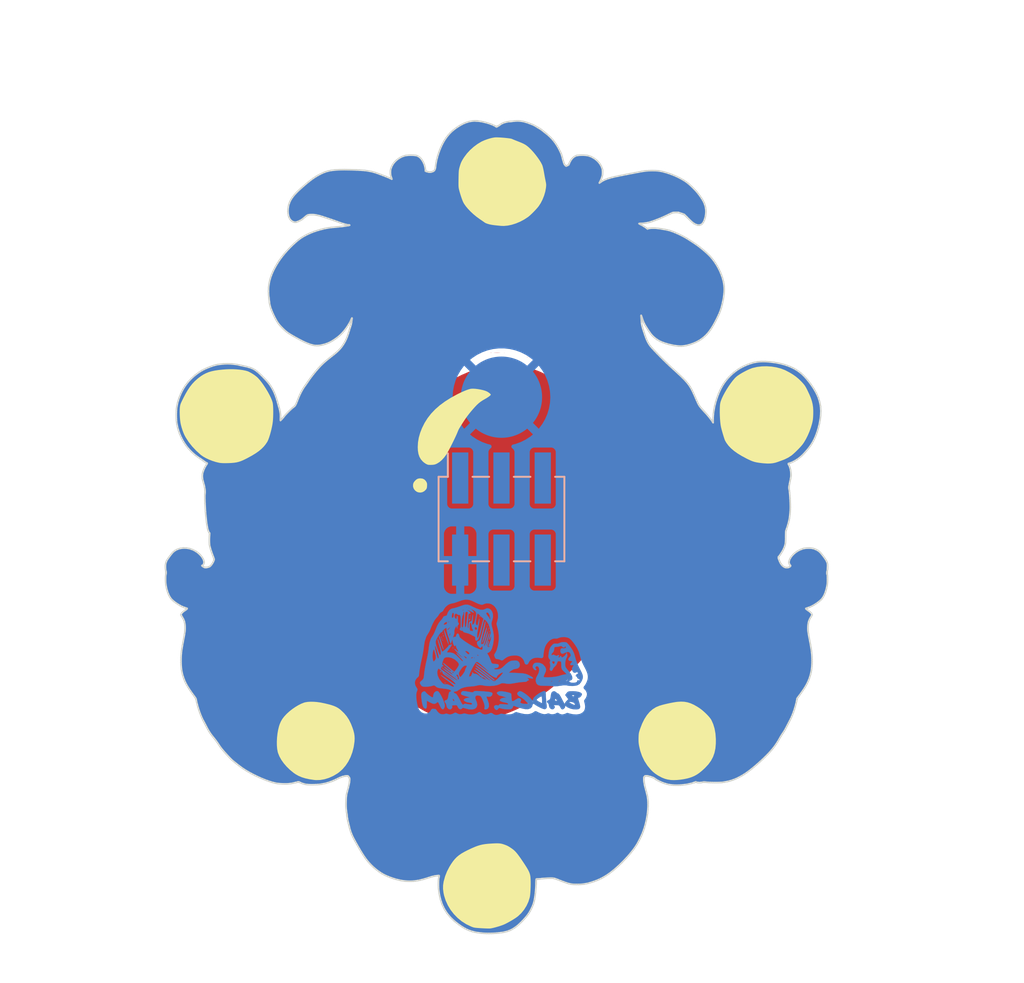
<source format=kicad_pcb>
(kicad_pcb (version 20231231) (generator "pcbnew") (generator_version "7.99")
  (layers (0 "F.Cu" signal) (31 "B.Cu" signal) (34 "B.Paste" user) (35 "F.Paste" user) (36 "B.SilkS" user "B.Silkscreen") (37 "F.SilkS" user "F.Silkscreen") (38 "B.Mask" user) (39 "F.Mask" user) (44 "Edge.Cuts" user))
  (net 0 "")
  (net 4 "GND")
  (footprint "artwork:Brooch_EdgeCut" (layer "F.Cu") (at -0.304126 0.498192)
    (property "Reference" "N5" (hide yes))
    (property "Value" "Artwork E" (hide yes))
    (fp_line (start -20.375015 2.476189) (end -20.374688 2.394009) (stroke (width 0.1)) (layer "Edge.Cuts"))
    (fp_line (start -20.374688 2.394009) (end -20.368415 2.315349) (stroke (width 0.1)) (layer "Edge.Cuts"))
    (fp_line (start -20.369115 2.561729) (end -20.375015 2.476189) (stroke (width 0.1)) (layer "Edge.Cuts"))
    (fp_line (start -20.368415 2.315349) (end -20.356175 2.240389) (stroke (width 0.1)) (layer "Edge.Cuts"))
    (fp_line (start -20.364324 3.202025) (end -20.363233 3.102159) (stroke (width 0.1)) (layer "Edge.Cuts"))
    (fp_line (start -20.363233 3.102159) (end -20.359537 3.010459) (stroke (width 0.1)) (layer "Edge.Cuts"))
    (fp_line (start -20.362993 3.304298) (end -20.364324 3.202025) (stroke (width 0.1)) (layer "Edge.Cuts"))
    (fp_line (start -20.359537 3.010459) (end -20.353337 2.932659) (stroke (width 0.1)) (layer "Edge.Cuts"))
    (fp_line (start -20.359093 3.403238) (end -20.362993 3.304298) (stroke (width 0.1)) (layer "Edge.Cuts"))
    (fp_line (start -20.357165 2.650469) (end -20.369115 2.561729) (stroke (width 0.1)) (layer "Edge.Cuts"))
    (fp_line (start -20.356175 2.240389) (end -20.338165 2.169289) (stroke (width 0.1)) (layer "Edge.Cuts"))
    (fp_line (start -20.353337 2.932659) (end -20.345737 2.881999) (stroke (width 0.1)) (layer "Edge.Cuts"))
    (fp_line (start -20.352693 3.493108) (end -20.359093 3.403238) (stroke (width 0.1)) (layer "Edge.Cuts"))
    (fp_line (start -20.347265 2.705269) (end -20.357165 2.650469) (stroke (width 0.1)) (layer "Edge.Cuts"))
    (fp_line (start -20.345737 2.881999) (end -20.341637 2.854369) (stroke (width 0.1)) (layer "Edge.Cuts"))
    (fp_line (start -20.344093 3.568148) (end -20.352693 3.493108) (stroke (width 0.1)) (layer "Edge.Cuts"))
    (fp_line (start -20.342465 2.736229) (end -20.347265 2.705269) (stroke (width 0.1)) (layer "Edge.Cuts"))
    (fp_line (start -20.341637 2.854369) (end -20.338787 2.830269) (stroke (width 0.1)) (layer "Edge.Cuts"))
    (fp_line (start -20.339201 2.762609) (end -20.342465 2.736229) (stroke (width 0.1)) (layer "Edge.Cuts"))
    (fp_line (start -20.338787 2.830269) (end -20.337467 2.807969) (stroke (width 0.1)) (layer "Edge.Cuts"))
    (fp_line (start -20.338165 2.169289) (end -20.314255 2.102209) (stroke (width 0.1)) (layer "Edge.Cuts"))
    (fp_line (start -20.33759 2.785949) (end -20.339201 2.762609) (stroke (width 0.1)) (layer "Edge.Cuts"))
    (fp_line (start -20.337467 2.807969) (end -20.33759 2.785949) (stroke (width 0.1)) (layer "Edge.Cuts"))
    (fp_line (start -20.324213 3.674248) (end -20.344093 3.568148) (stroke (width 0.1)) (layer "Edge.Cuts"))
    (fp_line (start -20.314255 2.102209) (end -20.290035 2.051239) (stroke (width 0.1)) (layer "Edge.Cuts"))
    (fp_line (start -20.296443 3.796352) (end -20.324213 3.674248) (stroke (width 0.1)) (layer "Edge.Cuts"))
    (fp_line (start -20.290035 2.051239) (end -20.265525 2.012079) (stroke (width 0.1)) (layer "Edge.Cuts"))
    (fp_line (start -20.265525 2.012079) (end -20.231215 1.960889) (stroke (width 0.1)) (layer "Edge.Cuts"))
    (fp_line (start -20.265273 3.910059) (end -20.296443 3.796352) (stroke (width 0.1)) (layer "Edge.Cuts"))
    (fp_line (start -20.231215 1.960889) (end -20.189375 1.900969) (stroke (width 0.1)) (layer "Edge.Cuts"))
    (fp_line (start -20.230573 4.015739) (end -20.265273 3.910059) (stroke (width 0.1)) (layer "Edge.Cuts"))
    (fp_line (start -20.192253 4.113689) (end -20.230573 4.015739) (stroke (width 0.1)) (layer "Edge.Cuts"))
    (fp_line (start -20.189375 1.900969) (end -20.142355 1.835679) (stroke (width 0.1)) (layer "Edge.Cuts"))
    (fp_line (start -20.150253 4.204259) (end -20.192253 4.113689) (stroke (width 0.1)) (layer "Edge.Cuts"))
    (fp_line (start -20.142355 1.835679) (end -20.092475 1.768369) (stroke (width 0.1)) (layer "Edge.Cuts"))
    (fp_line (start -20.104473 4.287769) (end -20.150253 4.204259) (stroke (width 0.1)) (layer "Edge.Cuts"))
    (fp_line (start -20.092475 1.768369) (end -20.042035 1.702379) (stroke (width 0.1)) (layer "Edge.Cuts"))
    (fp_line (start -20.054843 4.364559) (end -20.104473 4.287769) (stroke (width 0.1)) (layer "Edge.Cuts"))
    (fp_line (start -20.042035 1.702379) (end -19.993365 1.641059) (stroke (width 0.1)) (layer "Edge.Cuts"))
    (fp_line (start -19.999283 4.434119) (end -20.054843 4.364559) (stroke (width 0.1)) (layer "Edge.Cuts"))
    (fp_line (start -19.993365 1.641059) (end -19.925395 1.559539) (stroke (width 0.1)) (layer "Edge.Cuts"))
    (fp_line (start -19.925395 1.559539) (end -19.790042 1.446864) (stroke (width 0.1)) (layer "Edge.Cuts"))
    (fp_line (start -19.921493 4.509529) (end -19.999283 4.434119) (stroke (width 0.1)) (layer "Edge.Cuts"))
    (fp_line (start -19.825666 4.589079) (end -19.921493 4.509529) (stroke (width 0.1)) (layer "Edge.Cuts"))
    (fp_line (start -19.790042 1.446864) (end -19.633199 1.362894) (stroke (width 0.1)) (layer "Edge.Cuts"))
    (fp_line (start -19.716823 4.669279) (end -19.825666 4.589079) (stroke (width 0.1)) (layer "Edge.Cuts"))
    (fp_line (start -19.708809 -6.942912) (end -19.705609 -7.074226) (stroke (width 0.1)) (layer "Edge.Cuts"))
    (fp_line (start -19.708209 -6.805661) (end -19.708809 -6.942912) (stroke (width 0.1)) (layer "Edge.Cuts"))
    (fp_line (start -19.705609 -7.074226) (end -19.698509 -7.198323) (stroke (width 0.1)) (layer "Edge.Cuts"))
    (fp_line (start -19.703709 -6.676985) (end -19.708209 -6.805661) (stroke (width 0.1)) (layer "Edge.Cuts"))
    (fp_line (start -19.698509 -7.198323) (end -19.686869 -7.317219) (stroke (width 0.1)) (layer "Edge.Cuts"))
    (fp_line (start -19.695069 -6.554849) (end -19.703709 -6.676985) (stroke (width 0.1)) (layer "Edge.Cuts"))
    (fp_line (start -19.686869 -7.317219) (end -19.670499 -7.432941) (stroke (width 0.1)) (layer "Edge.Cuts"))
    (fp_line (start -19.681889 -6.437238) (end -19.695069 -6.554849) (stroke (width 0.1)) (layer "Edge.Cuts"))
    (fp_line (start -19.670499 -7.432941) (end -19.649069 -7.547533) (stroke (width 0.1)) (layer "Edge.Cuts"))
    (fp_line (start -19.663849 -6.322116) (end -19.681889 -6.437238) (stroke (width 0.1)) (layer "Edge.Cuts"))
    (fp_line (start -19.649069 -7.547533) (end -19.622139 -7.662992) (stroke (width 0.1)) (layer "Edge.Cuts"))
    (fp_line (start -19.640719 -6.207458) (end -19.663849 -6.322116) (stroke (width 0.1)) (layer "Edge.Cuts"))
    (fp_line (start -19.633199 1.362894) (end -19.459569 1.308104) (stroke (width 0.1)) (layer "Edge.Cuts"))
    (fp_line (start -19.622139 -7.662992) (end -19.589599 -7.781363) (stroke (width 0.1)) (layer "Edge.Cuts"))
    (fp_line (start -19.611959 -6.091248) (end -19.640719 -6.207458) (stroke (width 0.1)) (layer "Edge.Cuts"))
    (fp_line (start -19.600026 4.746679) (end -19.716823 4.669279) (stroke (width 0.1)) (layer "Edge.Cuts"))
    (fp_line (start -19.589599 -7.781363) (end -19.533309 -7.957152) (stroke (width 0.1)) (layer "Edge.Cuts"))
    (fp_line (start -19.577399 -5.971462) (end -19.611959 -6.091248) (stroke (width 0.1)) (layer "Edge.Cuts"))
    (fp_line (start -19.533309 -7.957152) (end -19.423584 -8.225987) (stroke (width 0.1)) (layer "Edge.Cuts"))
    (fp_line (start -19.502769 -5.754059) (end -19.577399 -5.971462) (stroke (width 0.1)) (layer "Edge.Cuts"))
    (fp_line (start -19.480299 4.817779) (end -19.600026 4.746679) (stroke (width 0.1)) (layer "Edge.Cuts"))
    (fp_line (start -19.459569 1.308104) (end -19.273856 1.282974) (stroke (width 0.1)) (layer "Edge.Cuts"))
    (fp_line (start -19.423584 -8.225987) (end -19.29318 -8.47934) (stroke (width 0.1)) (layer "Edge.Cuts"))
    (fp_line (start -19.416393 8.178302) (end -19.414156 8.036242) (stroke (width 0.1)) (layer "Edge.Cuts"))
    (fp_line (start -19.415793 8.330864) (end -19.416393 8.178302) (stroke (width 0.1)) (layer "Edge.Cuts"))
    (fp_line (start -19.414156 8.036242) (end -19.408293 7.903267) (stroke (width 0.1)) (layer "Edge.Cuts"))
    (fp_line (start -19.412869 5.385599) (end -19.406569 5.358649) (stroke (width 0.1)) (layer "Edge.Cuts"))
    (fp_line (start -19.412414 5.399099) (end -19.412869 5.385599) (stroke (width 0.1)) (layer "Edge.Cuts"))
    (fp_line (start -19.410893 8.473027) (end -19.415793 8.330864) (stroke (width 0.1)) (layer "Edge.Cuts"))
    (fp_line (start -19.409169 5.409939) (end -19.412414 5.399099) (stroke (width 0.1)) (layer "Edge.Cuts"))
    (fp_line (start -19.408293 7.903267) (end -19.397793 7.771085) (stroke (width 0.1)) (layer "Edge.Cuts"))
    (fp_line (start -19.406569 5.358649) (end -19.392999 5.329589) (stroke (width 0.1)) (layer "Edge.Cuts"))
    (fp_line (start -19.403369 5.423879) (end -19.409169 5.409939) (stroke (width 0.1)) (layer "Edge.Cuts"))
    (fp_line (start -19.401653 8.607211) (end -19.410893 8.473027) (stroke (width 0.1)) (layer "Edge.Cuts"))
    (fp_line (start -19.397793 7.771085) (end -19.381673 7.631388) (stroke (width 0.1)) (layer "Edge.Cuts"))
    (fp_line (start -19.395469 5.440369) (end -19.403369 5.423879) (stroke (width 0.1)) (layer "Edge.Cuts"))
    (fp_line (start -19.39319 -5.502457) (end -19.502769 -5.754059) (stroke (width 0.1)) (layer "Edge.Cuts"))
    (fp_line (start -19.392999 5.329589) (end -19.372239 5.298739) (stroke (width 0.1)) (layer "Edge.Cuts"))
    (fp_line (start -19.387683 8.735016) (end -19.401653 8.607211) (stroke (width 0.1)) (layer "Edge.Cuts"))
    (fp_line (start -19.385609 5.458879) (end -19.395469 5.440369) (stroke (width 0.1)) (layer "Edge.Cuts"))
    (fp_line (start -19.381673 7.631388) (end -19.358863 7.475847) (stroke (width 0.1)) (layer "Edge.Cuts"))
    (fp_line (start -19.374019 5.478869) (end -19.385609 5.458879) (stroke (width 0.1)) (layer "Edge.Cuts"))
    (fp_line (start -19.372239 5.298739) (end -19.344599 5.266249) (stroke (width 0.1)) (layer "Edge.Cuts"))
    (fp_line (start -19.368583 8.85799) (end -19.387683 8.735016) (stroke (width 0.1)) (layer "Edge.Cuts"))
    (fp_line (start -19.362695 4.879129) (end -19.480299 4.817779) (stroke (width 0.1)) (layer "Edge.Cuts"))
    (fp_line (start -19.361189 5.499699) (end -19.374019 5.478869) (stroke (width 0.1)) (layer "Edge.Cuts"))
    (fp_line (start -19.358863 7.475847) (end -19.328503 7.296162) (stroke (width 0.1)) (layer "Edge.Cuts"))
    (fp_line (start -19.347219 5.521029) (end -19.361189 5.499699) (stroke (width 0.1)) (layer "Edge.Cuts"))
    (fp_line (start -19.344599 5.266249) (end -19.310249 5.232329) (stroke (width 0.1)) (layer "Edge.Cuts"))
    (fp_line (start -19.344263 8.977715) (end -19.368583 8.85799) (stroke (width 0.1)) (layer "Edge.Cuts"))
    (fp_line (start -19.328503 7.296162) (end -19.289533 7.084023) (stroke (width 0.1)) (layer "Edge.Cuts"))
    (fp_line (start -19.314263 9.095749) (end -19.344263 8.977715) (stroke (width 0.1)) (layer "Edge.Cuts"))
    (fp_line (start -19.311119 5.577039) (end -19.347219 5.521029) (stroke (width 0.1)) (layer "Edge.Cuts"))
    (fp_line (start -19.310249 5.232329) (end -19.269399 5.197199) (stroke (width 0.1)) (layer "Edge.Cuts"))
    (fp_line (start -19.29318 -8.47934) (end -19.141983 -8.717253) (stroke (width 0.1)) (layer "Edge.Cuts"))
    (fp_line (start -19.289533 7.084023) (end -19.247583 6.862872) (stroke (width 0.1)) (layer "Edge.Cuts"))
    (fp_line (start -19.278393 9.213682) (end -19.314263 9.095749) (stroke (width 0.1)) (layer "Edge.Cuts"))
    (fp_line (start -19.273856 1.282974) (end -19.080793 1.287874) (stroke (width 0.1)) (layer "Edge.Cuts"))
    (fp_line (start -19.271139 5.649579) (end -19.311119 5.577039) (stroke (width 0.1)) (layer "Edge.Cuts"))
    (fp_line (start -19.269399 5.197199) (end -19.222229 5.161069) (stroke (width 0.1)) (layer "Edge.Cuts"))
    (fp_line (start -19.264708 -5.264556) (end -19.39319 -5.502457) (stroke (width 0.1)) (layer "Edge.Cuts"))
    (fp_line (start -19.252259 4.927249) (end -19.362695 4.879129) (stroke (width 0.1)) (layer "Edge.Cuts"))
    (fp_line (start -19.247583 6.862872) (end -19.222403 6.72398) (stroke (width 0.1)) (layer "Edge.Cuts"))
    (fp_line (start -19.238369 5.722709) (end -19.271139 5.649579) (stroke (width 0.1)) (layer "Edge.Cuts"))
    (fp_line (start -19.235283 9.33732) (end -19.278393 9.213682) (stroke (width 0.1)) (layer "Edge.Cuts"))
    (fp_line (start -19.222403 6.72398) (end -19.202983 6.611489) (stroke (width 0.1)) (layer "Edge.Cuts"))
    (fp_line (start -19.222229 5.161069) (end -19.181749 5.132989) (stroke (width 0.1)) (layer "Edge.Cuts"))
    (fp_line (start -19.212199 5.798139) (end -19.238369 5.722709) (stroke (width 0.1)) (layer "Edge.Cuts"))
    (fp_line (start -19.203689 4.944109) (end -19.252259 4.927249) (stroke (width 0.1)) (layer "Edge.Cuts"))
    (fp_line (start -19.202983 6.611489) (end -19.188473 6.519649) (stroke (width 0.1)) (layer "Edge.Cuts"))
    (fp_line (start -19.192439 5.877629) (end -19.212199 5.798139) (stroke (width 0.1)) (layer "Edge.Cuts"))
    (fp_line (start -19.188473 6.519649) (end -19.178263 6.442729) (stroke (width 0.1)) (layer "Edge.Cuts"))
    (fp_line (start -19.187793 9.457188) (end -19.235283 9.33732) (stroke (width 0.1)) (layer "Edge.Cuts"))
    (fp_line (start -19.181749 5.132989) (end -19.165519 5.121669) (stroke (width 0.1)) (layer "Edge.Cuts"))
    (fp_line (start -19.181239 4.952309) (end -19.203689 4.944109) (stroke (width 0.1)) (layer "Edge.Cuts"))
    (fp_line (start -19.178449 5.962909) (end -19.192439 5.877629) (stroke (width 0.1)) (layer "Edge.Cuts"))
    (fp_line (start -19.178263 6.442729) (end -19.171663 6.374979) (stroke (width 0.1)) (layer "Edge.Cuts"))
    (fp_line (start -19.171663 6.374979) (end -19.167863 6.310639) (stroke (width 0.1)) (layer "Edge.Cuts"))
    (fp_line (start -19.169749 6.055709) (end -19.178449 5.962909) (stroke (width 0.1)) (layer "Edge.Cuts"))
    (fp_line (start -19.167863 6.310639) (end -19.166215 6.243979) (stroke (width 0.1)) (layer "Edge.Cuts"))
    (fp_line (start -19.166215 6.243979) (end -19.166049 6.157769) (stroke (width 0.1)) (layer "Edge.Cuts"))
    (fp_line (start -19.166049 6.157769) (end -19.169749 6.055709) (stroke (width 0.1)) (layer "Edge.Cuts"))
    (fp_line (start -19.165519 5.121669) (end -19.149039 5.109789) (stroke (width 0.1)) (layer "Edge.Cuts"))
    (fp_line (start -19.159229 4.960409) (end -19.181239 4.952309) (stroke (width 0.1)) (layer "Edge.Cuts"))
    (fp_line (start -19.149039 5.109789) (end -19.133019 5.097779) (stroke (width 0.1)) (layer "Edge.Cuts"))
    (fp_line (start -19.141983 -8.717253) (end -18.969868 -8.939747) (stroke (width 0.1)) (layer "Edge.Cuts"))
    (fp_line (start -19.138399 4.968209) (end -19.159229 4.960409) (stroke (width 0.1)) (layer "Edge.Cuts"))
    (fp_line (start -19.134533 9.574288) (end -19.187793 9.457188) (stroke (width 0.1)) (layer "Edge.Cuts"))
    (fp_line (start -19.133019 5.097779) (end -19.117579 5.085769) (stroke (width 0.1)) (layer "Edge.Cuts"))
    (fp_line (start -19.119179 4.975309) (end -19.138399 4.968209) (stroke (width 0.1)) (layer "Edge.Cuts"))
    (fp_line (start -19.117579 5.085769) (end -19.103329 5.074279) (stroke (width 0.1)) (layer "Edge.Cuts"))
    (fp_line (start -19.117478 -5.040673) (end -19.264708 -5.264556) (stroke (width 0.1)) (layer "Edge.Cuts"))
    (fp_line (start -19.103329 5.074279) (end -19.090679 5.063549) (stroke (width 0.1)) (layer "Edge.Cuts"))
    (fp_line (start -19.102119 4.981709) (end -19.119179 4.975309) (stroke (width 0.1)) (layer "Edge.Cuts"))
    (fp_line (start -19.090679 5.063549) (end -19.079849 5.053909) (stroke (width 0.1)) (layer "Edge.Cuts"))
    (fp_line (start -19.087849 4.986909) (end -19.102119 4.981709) (stroke (width 0.1)) (layer "Edge.Cuts"))
    (fp_line (start -19.080793 1.287874) (end -18.885083 1.323354) (stroke (width 0.1)) (layer "Edge.Cuts"))
    (fp_line (start -19.079849 5.053909) (end -19.069749 5.043009) (stroke (width 0.1)) (layer "Edge.Cuts"))
    (fp_line (start -19.076749 4.990834) (end -19.087849 4.986909) (stroke (width 0.1)) (layer "Edge.Cuts"))
    (fp_line (start -19.074149 4.991709) (end -19.076749 4.990834) (stroke (width 0.1)) (layer "Edge.Cuts"))
    (fp_line (start -19.073223 9.692705) (end -19.134533 9.574288) (stroke (width 0.1)) (layer "Edge.Cuts"))
    (fp_line (start -19.069749 4.993509) (end -19.074149 4.991709) (stroke (width 0.1)) (layer "Edge.Cuts"))
    (fp_line (start -19.069749 5.043009) (end -19.065349 5.037709) (stroke (width 0.1)) (layer "Edge.Cuts"))
    (fp_line (start -19.065349 4.995209) (end -19.069749 4.993509) (stroke (width 0.1)) (layer "Edge.Cuts"))
    (fp_line (start -19.065349 5.037709) (end -19.060949 5.032409) (stroke (width 0.1)) (layer "Edge.Cuts"))
    (fp_line (start -19.060949 4.997009) (end -19.065349 4.995209) (stroke (width 0.1)) (layer "Edge.Cuts"))
    (fp_line (start -19.060949 5.032409) (end -19.056549 5.027109) (stroke (width 0.1)) (layer "Edge.Cuts"))
    (fp_line (start -19.056549 4.998809) (end -19.060949 4.997009) (stroke (width 0.1)) (layer "Edge.Cuts"))
    (fp_line (start -19.056549 5.027109) (end -19.052149 5.021809) (stroke (width 0.1)) (layer "Edge.Cuts"))
    (fp_line (start -19.052149 5.000609) (end -19.056549 4.998809) (stroke (width 0.1)) (layer "Edge.Cuts"))
    (fp_line (start -19.052149 5.021809) (end -19.047749 5.016509) (stroke (width 0.1)) (layer "Edge.Cuts"))
    (fp_line (start -19.047749 5.002409) (end -19.052149 5.000609) (stroke (width 0.1)) (layer "Edge.Cuts"))
    (fp_line (start -19.047749 5.016509) (end -19.043349 5.011209) (stroke (width 0.1)) (layer "Edge.Cuts"))
    (fp_line (start -19.043349 5.004209) (end -19.047749 5.002409) (stroke (width 0.1)) (layer "Edge.Cuts"))
    (fp_line (start -19.043349 5.011209) (end -19.038949 5.005909) (stroke (width 0.1)) (layer "Edge.Cuts"))
    (fp_line (start -19.038949 5.005909) (end -19.043349 5.004209) (stroke (width 0.1)) (layer "Edge.Cuts"))
    (fp_line (start -19.001593 9.81654) (end -19.073223 9.692705) (stroke (width 0.1)) (layer "Edge.Cuts"))
    (fp_line (start -18.969868 -8.939747) (end -18.776711 -9.146882) (stroke (width 0.1)) (layer "Edge.Cuts"))
    (fp_line (start -18.951677 -4.83107) (end -19.117478 -5.040673) (stroke (width 0.1)) (layer "Edge.Cuts"))
    (fp_line (start -18.917363 9.949878) (end -19.001593 9.81654) (stroke (width 0.1)) (layer "Edge.Cuts"))
    (fp_line (start -18.885083 1.323354) (end -18.691439 1.389804) (stroke (width 0.1)) (layer "Edge.Cuts"))
    (fp_line (start -18.818269 10.096821) (end -18.917363 9.949878) (stroke (width 0.1)) (layer "Edge.Cuts"))
    (fp_line (start -18.776711 -9.146882) (end -18.562386 -9.338699) (stroke (width 0.1)) (layer "Edge.Cuts"))
    (fp_line (start -18.767458 -4.636056) (end -18.951677 -4.83107) (stroke (width 0.1)) (layer "Edge.Cuts"))
    (fp_line (start -18.702035 10.261452) (end -18.818269 10.096821) (stroke (width 0.1)) (layer "Edge.Cuts"))
    (fp_line (start -18.691439 1.389804) (end -18.552205 1.461204) (stroke (width 0.1)) (layer "Edge.Cuts"))
    (fp_line (start -18.621495 10.372022) (end -18.702035 10.261452) (stroke (width 0.1)) (layer "Edge.Cuts"))
    (fp_line (start -18.578555 10.431382) (end -18.621495 10.372022) (stroke (width 0.1)) (layer "Edge.Cuts"))
    (fp_line (start -18.564988 -4.45591) (end -18.767458 -4.636056) (stroke (width 0.1)) (layer "Edge.Cuts"))
    (fp_line (start -18.562386 -9.338699) (end -18.326761 -9.515219) (stroke (width 0.1)) (layer "Edge.Cuts"))
    (fp_line (start -18.552205 1.461204) (end -18.509235 1.487444) (stroke (width 0.1)) (layer "Edge.Cuts"))
    (fp_line (start -18.546575 10.477482) (end -18.578555 10.431382) (stroke (width 0.1)) (layer "Edge.Cuts"))
    (fp_line (start -18.523405 10.513892) (end -18.546575 10.477482) (stroke (width 0.1)) (layer "Edge.Cuts"))
    (fp_line (start -18.509235 1.487444) (end -18.465985 1.516084) (stroke (width 0.1)) (layer "Edge.Cuts"))
    (fp_line (start -18.507315 10.544152) (end -18.523405 10.513892) (stroke (width 0.1)) (layer "Edge.Cuts"))
    (fp_line (start -18.496125 10.571842) (end -18.507315 10.544152) (stroke (width 0.1)) (layer "Edge.Cuts"))
    (fp_line (start -18.487825 10.600452) (end -18.496125 10.571842) (stroke (width 0.1)) (layer "Edge.Cuts"))
    (fp_line (start -18.480625 10.633602) (end -18.487825 10.600452) (stroke (width 0.1)) (layer "Edge.Cuts"))
    (fp_line (start -18.465985 1.516084) (end -18.422985 1.546824) (stroke (width 0.1)) (layer "Edge.Cuts"))
    (fp_line (start -18.453835 10.759343) (end -18.480625 10.633602) (stroke (width 0.1)) (layer "Edge.Cuts"))
    (fp_line (start -18.422985 1.546824) (end -18.380795 1.579314) (stroke (width 0.1)) (layer "Edge.Cuts"))
    (fp_line (start -18.411845 10.929452) (end -18.453835 10.759343) (stroke (width 0.1)) (layer "Edge.Cuts"))
    (fp_line (start -18.380795 1.579314) (end -18.339925 1.613174) (stroke (width 0.1)) (layer "Edge.Cuts"))
    (fp_line (start -18.364145 11.099091) (end -18.411845 10.929452) (stroke (width 0.1)) (layer "Edge.Cuts"))
    (fp_line (start -18.344451 -4.290932) (end -18.564988 -4.45591) (stroke (width 0.1)) (layer "Edge.Cuts"))
    (fp_line (start -18.339925 1.613174) (end -18.300945 1.648024) (stroke (width 0.1)) (layer "Edge.Cuts"))
    (fp_line (start -18.326761 -9.515219) (end -18.129259 -9.640352) (stroke (width 0.1)) (layer "Edge.Cuts"))
    (fp_line (start -18.311475 11.266195) (end -18.364145 11.099091) (stroke (width 0.1)) (layer "Edge.Cuts"))
    (fp_line (start -18.300945 1.648024) (end -18.264365 1.683494) (stroke (width 0.1)) (layer "Edge.Cuts"))
    (fp_line (start -18.264365 1.683494) (end -18.210015 1.741704) (stroke (width 0.1)) (layer "Edge.Cuts"))
    (fp_line (start -18.254585 11.428696) (end -18.311475 11.266195) (stroke (width 0.1)) (layer "Edge.Cuts"))
    (fp_line (start -18.244341 -4.226582) (end -18.344451 -4.290932) (stroke (width 0.1)) (layer "Edge.Cuts"))
    (fp_line (start -18.210171 -4.204182) (end -18.244341 -4.226582) (stroke (width 0.1)) (layer "Edge.Cuts"))
    (fp_line (start -18.210015 1.741704) (end -18.130275 1.84181) (stroke (width 0.1)) (layer "Edge.Cuts"))
    (fp_line (start -18.194225 11.584529) (end -18.254585 11.428696) (stroke (width 0.1)) (layer "Edge.Cuts"))
    (fp_line (start -18.174991 -4.180402) (end -18.210171 -4.204182) (stroke (width 0.1)) (layer "Edge.Cuts"))
    (fp_line (start -18.139821 -4.156042) (end -18.174991 -4.180402) (stroke (width 0.1)) (layer "Edge.Cuts"))
    (fp_line (start -18.131135 11.731616) (end -18.194225 11.584529) (stroke (width 0.1)) (layer "Edge.Cuts"))
    (fp_line (start -18.130275 1.84181) (end -18.069315 1.93736) (stroke (width 0.1)) (layer "Edge.Cuts"))
    (fp_line (start -18.129259 -9.640352) (end -18.029739 -9.693752) (stroke (width 0.1)) (layer "Edge.Cuts"))
    (fp_line (start -18.125235 2.37063) (end -18.121235 2.37463) (stroke (width 0.1)) (layer "Edge.Cuts"))
    (fp_line (start -18.121235 2.37463) (end -18.117235 2.37863) (stroke (width 0.1)) (layer "Edge.Cuts"))
    (fp_line (start -18.120835 2.36753) (end -18.125235 2.37063) (stroke (width 0.1)) (layer "Edge.Cuts"))
    (fp_line (start -18.117235 2.37863) (end -18.113235 2.38263) (stroke (width 0.1)) (layer "Edge.Cuts"))
    (fp_line (start -18.116435 2.36443) (end -18.120835 2.36753) (stroke (width 0.1)) (layer "Edge.Cuts"))
    (fp_line (start -18.113235 2.38263) (end -18.109235 2.38663) (stroke (width 0.1)) (layer "Edge.Cuts"))
    (fp_line (start -18.112035 2.36133) (end -18.116435 2.36443) (stroke (width 0.1)) (layer "Edge.Cuts"))
    (fp_line (start -18.109235 2.38663) (end -18.105235 2.39063) (stroke (width 0.1)) (layer "Edge.Cuts"))
    (fp_line (start -18.107635 2.35823) (end -18.112035 2.36133) (stroke (width 0.1)) (layer "Edge.Cuts"))
    (fp_line (start -18.107191 -3.160242) (end -18.100691 -3.235992) (stroke (width 0.1)) (layer "Edge.Cuts"))
    (fp_line (start -18.107027 -3.107052) (end -18.107191 -3.160242) (stroke (width 0.1)) (layer "Edge.Cuts"))
    (fp_line (start -18.105641 -4.132082) (end -18.139821 -4.156042) (stroke (width 0.1)) (layer "Edge.Cuts"))
    (fp_line (start -18.105474 -3.066962) (end -18.107027 -3.107052) (stroke (width 0.1)) (layer "Edge.Cuts"))
    (fp_line (start -18.105235 2.39063) (end -18.101235 2.39463) (stroke (width 0.1)) (layer "Edge.Cuts"))
    (fp_line (start -18.103235 2.35513) (end -18.107635 2.35823) (stroke (width 0.1)) (layer "Edge.Cuts"))
    (fp_line (start -18.101574 -3.027012) (end -18.105474 -3.066962) (stroke (width 0.1)) (layer "Edge.Cuts"))
    (fp_line (start -18.101235 2.39463) (end -18.097235 2.39863) (stroke (width 0.1)) (layer "Edge.Cuts"))
    (fp_line (start -18.100691 -3.235992) (end -18.086321 -3.315222) (stroke (width 0.1)) (layer "Edge.Cuts"))
    (fp_line (start -18.098835 2.35203) (end -18.103235 2.35513) (stroke (width 0.1)) (layer "Edge.Cuts"))
    (fp_line (start -18.097235 2.39863) (end -18.093235 2.40263) (stroke (width 0.1)) (layer "Edge.Cuts"))
    (fp_line (start -18.094774 -2.983532) (end -18.101574 -3.027012) (stroke (width 0.1)) (layer "Edge.Cuts"))
    (fp_line (start -18.094435 2.34893) (end -18.098835 2.35203) (stroke (width 0.1)) (layer "Edge.Cuts"))
    (fp_line (start -18.093235 2.40263) (end -18.087935 2.40833) (stroke (width 0.1)) (layer "Edge.Cuts"))
    (fp_line (start -18.087935 2.40833) (end -18.069025 2.42495) (stroke (width 0.1)) (layer "Edge.Cuts"))
    (fp_line (start -18.086321 -3.315222) (end -18.064261 -3.397782) (stroke (width 0.1)) (layer "Edge.Cuts"))
    (fp_line (start -18.084254 -2.932842) (end -18.094774 -2.983532) (stroke (width 0.1)) (layer "Edge.Cuts"))
    (fp_line (start -18.073431 -4.109002) (end -18.105641 -4.132082) (stroke (width 0.1)) (layer "Edge.Cuts"))
    (fp_line (start -18.069315 1.93736) (end -18.027375 2.02737) (stroke (width 0.1)) (layer "Edge.Cuts"))
    (fp_line (start -18.069114 -2.871262) (end -18.084254 -2.932842) (stroke (width 0.1)) (layer "Edge.Cuts"))
    (fp_line (start -18.069025 2.42495) (end -18.047265 2.44023) (stroke (width 0.1)) (layer "Edge.Cuts"))
    (fp_line (start -18.066065 11.867912) (end -18.131135 11.731616) (stroke (width 0.1)) (layer "Edge.Cuts"))
    (fp_line (start -18.064261 -3.397782) (end -18.034791 -3.483582) (stroke (width 0.1)) (layer "Edge.Cuts"))
    (fp_line (start -18.053705 2.31314) (end -18.094435 2.34893) (stroke (width 0.1)) (layer "Edge.Cuts"))
    (fp_line (start -18.048914 -2.795122) (end -18.069114 -2.871262) (stroke (width 0.1)) (layer "Edge.Cuts"))
    (fp_line (start -18.047265 2.44023) (end -18.023485 2.4541) (stroke (width 0.1)) (layer "Edge.Cuts"))
    (fp_line (start -18.044291 -4.087792) (end -18.073431 -4.109002) (stroke (width 0.1)) (layer "Edge.Cuts"))
    (fp_line (start -18.034791 -3.483582) (end -17.997871 -3.572482) (stroke (width 0.1)) (layer "Edge.Cuts"))
    (fp_line (start -18.033585 11.928992) (end -18.066065 11.867912) (stroke (width 0.1)) (layer "Edge.Cuts"))
    (fp_line (start -18.029739 -9.693752) (end -17.914232 -9.748932) (stroke (width 0.1)) (layer "Edge.Cuts"))
    (fp_line (start -18.027375 2.02737) (end -18.004645 2.11091) (stroke (width 0.1)) (layer "Edge.Cuts"))
    (fp_line (start -18.023485 2.4541) (end -17.998415 2.46609) (stroke (width 0.1)) (layer "Edge.Cuts"))
    (fp_line (start -18.022694 -2.70073) (end -18.048914 -2.795122) (stroke (width 0.1)) (layer "Edge.Cuts"))
    (fp_line (start -18.018961 -4.069142) (end -18.044291 -4.087792) (stroke (width 0.1)) (layer "Edge.Cuts"))
    (fp_line (start -18.017545 2.25475) (end -18.053705 2.31314) (stroke (width 0.1)) (layer "Edge.Cuts"))
    (fp_line (start -18.014115 11.965202) (end -18.033585 11.928992) (stroke (width 0.1)) (layer "Edge.Cuts"))
    (fp_line (start -18.004645 2.11091) (end -18.001324 2.18701) (stroke (width 0.1)) (layer "Edge.Cuts"))
    (fp_line (start -18.001324 2.18701) (end -18.017545 2.25475) (stroke (width 0.1)) (layer "Edge.Cuts"))
    (fp_line (start -17.998415 2.46609) (end -17.972985 2.47573) (stroke (width 0.1)) (layer "Edge.Cuts"))
    (fp_line (start -17.997871 -3.572482) (end -17.953671 -3.664362) (stroke (width 0.1)) (layer "Edge.Cuts"))
    (fp_line (start -17.997651 -4.053152) (end -18.018961 -4.069142) (stroke (width 0.1)) (layer "Edge.Cuts"))
    (fp_line (start -17.996784 -2.60378) (end -18.022694 -2.70073) (stroke (width 0.1)) (layer "Edge.Cuts"))
    (fp_line (start -17.991385 12.008052) (end -18.014115 11.965202) (stroke (width 0.1)) (layer "Edge.Cuts"))
    (fp_line (start -17.977264 -2.51754) (end -17.996784 -2.60378) (stroke (width 0.1)) (layer "Edge.Cuts"))
    (fp_line (start -17.975371 -4.037212) (end -17.997651 -4.053152) (stroke (width 0.1)) (layer "Edge.Cuts"))
    (fp_line (start -17.972985 2.47573) (end -17.948015 2.48273) (stroke (width 0.1)) (layer "Edge.Cuts"))
    (fp_line (start -17.966075 12.055972) (end -17.991385 12.008052) (stroke (width 0.1)) (layer "Edge.Cuts"))
    (fp_line (start -17.961374 -2.4349) (end -17.977264 -2.51754) (stroke (width 0.1)) (layer "Edge.Cuts"))
    (fp_line (start -17.953671 -3.664362) (end -17.902321 -3.759092) (stroke (width 0.1)) (layer "Edge.Cuts"))
    (fp_line (start -17.952891 -4.021492) (end -17.975371 -4.037212) (stroke (width 0.1)) (layer "Edge.Cuts"))
    (fp_line (start -17.950235 -1.861447) (end -17.947364 -2.00708) (stroke (width 0.1)) (layer "Edge.Cuts"))
    (fp_line (start -17.949354 -2.35622) (end -17.961374 -2.4349) (stroke (width 0.1)) (layer "Edge.Cuts"))
    (fp_line (start -17.948015 2.48273) (end -17.924345 2.48673) (stroke (width 0.1)) (layer "Edge.Cuts"))
    (fp_line (start -17.947364 -2.00708) (end -17.939264 -2.08865) (stroke (width 0.1)) (layer "Edge.Cuts"))
    (fp_line (start -17.947242 -1.671893) (end -17.950235 -1.861447) (stroke (width 0.1)) (layer "Edge.Cuts"))
    (fp_line (start -17.941054 -2.2819) (end -17.949354 -2.35622) (stroke (width 0.1)) (layer "Edge.Cuts"))
    (fp_line (start -17.939264 -2.08865) (end -17.935976 -2.14773) (stroke (width 0.1)) (layer "Edge.Cuts"))
    (fp_line (start -17.939075 12.107392) (end -17.966075 12.055972) (stroke (width 0.1)) (layer "Edge.Cuts"))
    (fp_line (start -17.938942 -1.45014) (end -17.947242 -1.671893) (stroke (width 0.1)) (layer "Edge.Cuts"))
    (fp_line (start -17.936567 -2.21227) (end -17.941054 -2.2819) (stroke (width 0.1)) (layer "Edge.Cuts"))
    (fp_line (start -17.935976 -2.14773) (end -17.936567 -2.21227) (stroke (width 0.1)) (layer "Edge.Cuts"))
    (fp_line (start -17.930871 -4.006352) (end -17.952891 -4.021492) (stroke (width 0.1)) (layer "Edge.Cuts"))
    (fp_line (start -17.925972 -1.207929) (end -17.938942 -1.45014) (stroke (width 0.1)) (layer "Edge.Cuts"))
    (fp_line (start -17.924345 2.48673) (end -17.900985 2.48733) (stroke (width 0.1)) (layer "Edge.Cuts"))
    (fp_line (start -17.914232 -9.748932) (end -17.788113 -9.803722) (stroke (width 0.1)) (layer "Edge.Cuts"))
    (fp_line (start -17.911065 12.160752) (end -17.939075 12.107392) (stroke (width 0.1)) (layer "Edge.Cuts"))
    (fp_line (start -17.909871 -3.992372) (end -17.930871 -4.006352) (stroke (width 0.1)) (layer "Edge.Cuts"))
    (fp_line (start -17.908862 -0.957013) (end -17.925972 -1.207929) (stroke (width 0.1)) (layer "Edge.Cuts"))
    (fp_line (start -17.902321 -3.759092) (end -17.859801 -3.830522) (stroke (width 0.1)) (layer "Edge.Cuts"))
    (fp_line (start -17.900985 2.48733) (end -17.870605 2.485015) (stroke (width 0.1)) (layer "Edge.Cuts"))
    (fp_line (start -17.890661 -3.979722) (end -17.909871 -3.992372) (stroke (width 0.1)) (layer "Edge.Cuts"))
    (fp_line (start -17.888432 -0.709133) (end -17.908862 -0.957013) (stroke (width 0.1)) (layer "Edge.Cuts"))
    (fp_line (start -17.882835 12.214462) (end -17.911065 12.160752) (stroke (width 0.1)) (layer "Edge.Cuts"))
    (fp_line (start -17.873901 -3.968862) (end -17.890661 -3.979722) (stroke (width 0.1)) (layer "Edge.Cuts"))
    (fp_line (start -17.870605 2.485015) (end -17.837055 2.48033) (stroke (width 0.1)) (layer "Edge.Cuts"))
    (fp_line (start -17.865202 -0.47602) (end -17.888432 -0.709133) (stroke (width 0.1)) (layer "Edge.Cuts"))
    (fp_line (start -17.860251 -3.960162) (end -17.873901 -3.968862) (stroke (width 0.1)) (layer "Edge.Cuts"))
    (fp_line (start -17.859801 -3.830522) (end -17.848321 -3.849662) (stroke (width 0.1)) (layer "Edge.Cuts"))
    (fp_line (start -17.855265 12.266962) (end -17.882835 12.214462) (stroke (width 0.1)) (layer "Edge.Cuts"))
    (fp_line (start -17.849781 -3.954362) (end -17.860251 -3.960162) (stroke (width 0.1)) (layer "Edge.Cuts"))
    (fp_line (start -17.848321 -3.849662) (end -17.837451 -3.867632) (stroke (width 0.1)) (layer "Edge.Cuts"))
    (fp_line (start -17.843412 -0.296768) (end -17.865202 -0.47602) (stroke (width 0.1)) (layer "Edge.Cuts"))
    (fp_line (start -17.839681 -3.949162) (end -17.849781 -3.954362) (stroke (width 0.1)) (layer "Edge.Cuts"))
    (fp_line (start -17.837451 -3.867632) (end -17.827681 -3.883912) (stroke (width 0.1)) (layer "Edge.Cuts"))
    (fp_line (start -17.837055 2.48033) (end -17.801895 2.47373) (stroke (width 0.1)) (layer "Edge.Cuts"))
    (fp_line (start -17.830381 -3.944062) (end -17.839681 -3.949162) (stroke (width 0.1)) (layer "Edge.Cuts"))
    (fp_line (start -17.827681 -3.883912) (end -17.819081 -3.898192) (stroke (width 0.1)) (layer "Edge.Cuts"))
    (fp_line (start -17.822782 -0.151529) (end -17.843412 -0.296768) (stroke (width 0.1)) (layer "Edge.Cuts"))
    (fp_line (start -17.822081 -3.939262) (end -17.830381 -3.944062) (stroke (width 0.1)) (layer "Edge.Cuts"))
    (fp_line (start -17.819081 -3.898192) (end -17.812181 -3.910062) (stroke (width 0.1)) (layer "Edge.Cuts"))
    (fp_line (start -17.814981 -3.935062) (end -17.822081 -3.939262) (stroke (width 0.1)) (layer "Edge.Cuts"))
    (fp_line (start -17.812181 -3.910062) (end -17.807081 -3.918962) (stroke (width 0.1)) (layer "Edge.Cuts"))
    (fp_line (start -17.812015 12.349542) (end -17.855265 12.266962) (stroke (width 0.1)) (layer "Edge.Cuts"))
    (fp_line (start -17.809481 -3.931362) (end -17.814981 -3.935062) (stroke (width 0.1)) (layer "Edge.Cuts"))
    (fp_line (start -17.807081 -3.918962) (end -17.804245 -3.924662) (stroke (width 0.1)) (layer "Edge.Cuts"))
    (fp_line (start -17.805612 -3.928479) (end -17.809481 -3.931362) (stroke (width 0.1)) (layer "Edge.Cuts"))
    (fp_line (start -17.804245 -3.924662) (end -17.803781 -3.926537) (stroke (width 0.1)) (layer "Edge.Cuts"))
    (fp_line (start -17.803781 -3.926537) (end -17.805612 -3.928479) (stroke (width 0.1)) (layer "Edge.Cuts"))
    (fp_line (start -17.801895 2.47373) (end -17.766675 2.46563) (stroke (width 0.1)) (layer "Edge.Cuts"))
    (fp_line (start -17.801322 -0.025166) (end -17.822782 -0.151529) (stroke (width 0.1)) (layer "Edge.Cuts"))
    (fp_line (start -17.788113 -9.803722) (end -17.656755 -9.855982) (stroke (width 0.1)) (layer "Edge.Cuts"))
    (fp_line (start -17.778952 0.0829) (end -17.801322 -0.025166) (stroke (width 0.1)) (layer "Edge.Cuts"))
    (fp_line (start -17.766675 2.46563) (end -17.732965 2.45653) (stroke (width 0.1)) (layer "Edge.Cuts"))
    (fp_line (start -17.763895 12.438282) (end -17.812015 12.349542) (stroke (width 0.1)) (layer "Edge.Cuts"))
    (fp_line (start -17.755692 0.17325) (end -17.778952 0.0829) (stroke (width 0.1)) (layer "Edge.Cuts"))
    (fp_line (start -17.732965 2.45653) (end -17.702325 2.44693) (stroke (width 0.1)) (layer "Edge.Cuts"))
    (fp_line (start -17.731252 0.24645) (end -17.755692 0.17325) (stroke (width 0.1)) (layer "Edge.Cuts"))
    (fp_line (start -17.718255 12.518312) (end -17.763895 12.438282) (stroke (width 0.1)) (layer "Edge.Cuts"))
    (fp_line (start -17.705752 0.30309) (end -17.731252 0.24645) (stroke (width 0.1)) (layer "Edge.Cuts"))
    (fp_line (start -17.702325 2.44693) (end -17.676425 2.43723) (stroke (width 0.1)) (layer "Edge.Cuts"))
    (fp_line (start -17.679112 0.34371) (end -17.705752 0.30309) (stroke (width 0.1)) (layer "Edge.Cuts"))
    (fp_line (start -17.676425 2.43723) (end -17.650925 2.42473) (stroke (width 0.1)) (layer "Edge.Cuts"))
    (fp_line (start -17.673605 12.591952) (end -17.718255 12.518312) (stroke (width 0.1)) (layer "Edge.Cuts"))
    (fp_line (start -17.673334 0.81808) (end -17.672511 0.72711) (stroke (width 0.1)) (layer "Edge.Cuts"))
    (fp_line (start -17.672511 0.72711) (end -17.669507 0.63789) (stroke (width 0.1)) (layer "Edge.Cuts"))
    (fp_line (start -17.671905 0.90677) (end -17.673334 0.81808) (stroke (width 0.1)) (layer "Edge.Cuts"))
    (fp_line (start -17.669507 0.63789) (end -17.664207 0.55449) (stroke (width 0.1)) (layer "Edge.Cuts"))
    (fp_line (start -17.668405 0.98913) (end -17.671905 0.90677) (stroke (width 0.1)) (layer "Edge.Cuts"))
    (fp_line (start -17.664207 0.55449) (end -17.657507 0.48978) (stroke (width 0.1)) (layer "Edge.Cuts"))
    (fp_line (start -17.664012 0.35891) (end -17.679112 0.34371) (stroke (width 0.1)) (layer "Edge.Cuts"))
    (fp_line (start -17.662905 1.0611) (end -17.668405 0.98913) (stroke (width 0.1)) (layer "Edge.Cuts"))
    (fp_line (start -17.657507 0.48978) (end -17.653407 0.45311) (stroke (width 0.1)) (layer "Edge.Cuts"))
    (fp_line (start -17.657412 0.36731) (end -17.664012 0.35891) (stroke (width 0.1)) (layer "Edge.Cuts"))
    (fp_line (start -17.656755 -9.855982) (end -17.525545 -9.903552) (stroke (width 0.1)) (layer "Edge.Cuts"))
    (fp_line (start -17.655305 1.11862) (end -17.662905 1.0611) (stroke (width 0.1)) (layer "Edge.Cuts"))
    (fp_line (start -17.653407 0.45311) (end -17.650709 0.42494) (stroke (width 0.1)) (layer "Edge.Cuts"))
    (fp_line (start -17.65287 0.37661) (end -17.657412 0.36731) (stroke (width 0.1)) (layer "Edge.Cuts"))
    (fp_line (start -17.650925 2.42473) (end -17.612445 2.39492) (stroke (width 0.1)) (layer "Edge.Cuts"))
    (fp_line (start -17.650709 0.42494) (end -17.649653 0.40388) (stroke (width 0.1)) (layer "Edge.Cuts"))
    (fp_line (start -17.650343 0.38821) (end -17.65287 0.37661) (stroke (width 0.1)) (layer "Edge.Cuts"))
    (fp_line (start -17.649653 0.40388) (end -17.650343 0.38821) (stroke (width 0.1)) (layer "Edge.Cuts"))
    (fp_line (start -17.644665 1.16778) (end -17.655305 1.11862) (stroke (width 0.1)) (layer "Edge.Cuts"))
    (fp_line (start -17.630875 1.22441) (end -17.644665 1.16778) (stroke (width 0.1)) (layer "Edge.Cuts"))
    (fp_line (start -17.628465 12.661512) (end -17.673605 12.591952) (stroke (width 0.1)) (layer "Edge.Cuts"))
    (fp_line (start -17.614125 1.28603) (end -17.630875 1.22441) (stroke (width 0.1)) (layer "Edge.Cuts"))
    (fp_line (start -17.612445 2.39492) (end -17.572155 2.35379) (stroke (width 0.1)) (layer "Edge.Cuts"))
    (fp_line (start -17.594105 1.3533) (end -17.614125 1.28603) (stroke (width 0.1)) (layer "Edge.Cuts"))
    (fp_line (start -17.581345 12.729302) (end -17.628465 12.661512) (stroke (width 0.1)) (layer "Edge.Cuts"))
    (fp_line (start -17.572155 2.35379) (end -17.531635 2.30379) (stroke (width 0.1)) (layer "Edge.Cuts"))
    (fp_line (start -17.570715 1.4268) (end -17.594105 1.3533) (stroke (width 0.1)) (layer "Edge.Cuts"))
    (fp_line (start -17.543705 1.50717) (end -17.570715 1.4268) (stroke (width 0.1)) (layer "Edge.Cuts"))
    (fp_line (start -17.531635 2.30379) (end -17.492525 2.24738) (stroke (width 0.1)) (layer "Edge.Cuts"))
    (fp_line (start -17.530745 12.797642) (end -17.581345 12.729302) (stroke (width 0.1)) (layer "Edge.Cuts"))
    (fp_line (start -17.525545 -9.903552) (end -17.399835 -9.944292) (stroke (width 0.1)) (layer "Edge.Cuts"))
    (fp_line (start -17.512875 1.59503) (end -17.543705 1.50717) (stroke (width 0.1)) (layer "Edge.Cuts"))
    (fp_line (start -17.492525 2.24738) (end -17.456435 2.18698) (stroke (width 0.1)) (layer "Edge.Cuts"))
    (fp_line (start -17.478025 1.69098) (end -17.512875 1.59503) (stroke (width 0.1)) (layer "Edge.Cuts"))
    (fp_line (start -17.475185 12.868862) (end -17.530745 12.797642) (stroke (width 0.1)) (layer "Edge.Cuts"))
    (fp_line (start -17.456435 2.18698) (end -17.424965 2.12503) (stroke (width 0.1)) (layer "Edge.Cuts"))
    (fp_line (start -17.444495 1.78089) (end -17.478025 1.69098) (stroke (width 0.1)) (layer "Edge.Cuts"))
    (fp_line (start -17.424965 2.12503) (end -17.399745 2.06398) (stroke (width 0.1)) (layer "Edge.Cuts"))
    (fp_line (start -17.420215 1.84662) (end -17.444495 1.78089) (stroke (width 0.1)) (layer "Edge.Cuts"))
    (fp_line (start -17.416805 12.940902) (end -17.475185 12.868862) (stroke (width 0.1)) (layer "Edge.Cuts"))
    (fp_line (start -17.402505 1.8963) (end -17.420215 1.84662) (stroke (width 0.1)) (layer "Edge.Cuts"))
    (fp_line (start -17.399835 -9.944292) (end -17.285022 -9.976052) (stroke (width 0.1)) (layer "Edge.Cuts"))
    (fp_line (start -17.399745 2.06398) (end -17.385875 2.01823) (stroke (width 0.1)) (layer "Edge.Cuts"))
    (fp_line (start -17.390575 1.93319) (end -17.402505 1.8963) (stroke (width 0.1)) (layer "Edge.Cuts"))
    (fp_line (start -17.385875 2.01823) (end -17.382275 1.99975) (stroke (width 0.1)) (layer "Edge.Cuts"))
    (fp_line (start -17.383875 1.96059) (end -17.390575 1.93319) (stroke (width 0.1)) (layer "Edge.Cuts"))
    (fp_line (start -17.382275 1.99975) (end -17.381337 1.98172) (stroke (width 0.1)) (layer "Edge.Cuts"))
    (fp_line (start -17.381337 1.98172) (end -17.383875 1.96059) (stroke (width 0.1)) (layer "Edge.Cuts"))
    (fp_line (start -17.363065 13.008192) (end -17.416805 12.940902) (stroke (width 0.1)) (layer "Edge.Cuts"))
    (fp_line (start -17.312235 13.073302) (end -17.363065 13.008192) (stroke (width 0.1)) (layer "Edge.Cuts"))
    (fp_line (start -17.285022 -9.976052) (end -17.161329 -10.001522) (stroke (width 0.1)) (layer "Edge.Cuts"))
    (fp_line (start -17.263515 13.137532) (end -17.312235 13.073302) (stroke (width 0.1)) (layer "Edge.Cuts"))
    (fp_line (start -17.216045 13.202162) (end -17.263515 13.137532) (stroke (width 0.1)) (layer "Edge.Cuts"))
    (fp_line (start -17.169035 13.268482) (end -17.216045 13.202162) (stroke (width 0.1)) (layer "Edge.Cuts"))
    (fp_line (start -17.161329 -10.001522) (end -16.988025 -10.027462) (stroke (width 0.1)) (layer "Edge.Cuts"))
    (fp_line (start -17.121625 13.337752) (end -17.169035 13.268482) (stroke (width 0.1)) (layer "Edge.Cuts"))
    (fp_line (start -17.073015 13.411272) (end -17.121625 13.337752) (stroke (width 0.1)) (layer "Edge.Cuts"))
    (fp_line (start -17.033265 13.472182) (end -17.073015 13.411272) (stroke (width 0.1)) (layer "Edge.Cuts"))
    (fp_line (start -16.997655 13.523462) (end -17.033265 13.472182) (stroke (width 0.1)) (layer "Edge.Cuts"))
    (fp_line (start -16.988025 -10.027462) (end -16.812631 -10.044692) (stroke (width 0.1)) (layer "Edge.Cuts"))
    (fp_line (start -16.959655 13.575122) (end -16.997655 13.523462) (stroke (width 0.1)) (layer "Edge.Cuts"))
    (fp_line (start -16.918005 13.628772) (end -16.959655 13.575122) (stroke (width 0.1)) (layer "Edge.Cuts"))
    (fp_line (start -16.871485 13.686012) (end -16.918005 13.628772) (stroke (width 0.1)) (layer "Edge.Cuts"))
    (fp_line (start -16.818855 13.748472) (end -16.871485 13.686012) (stroke (width 0.1)) (layer "Edge.Cuts"))
    (fp_line (start -16.812631 -10.044692) (end -16.636295 -10.053242) (stroke (width 0.1)) (layer "Edge.Cuts"))
    (fp_line (start -16.758855 13.817752) (end -16.818855 13.748472) (stroke (width 0.1)) (layer "Edge.Cuts"))
    (fp_line (start -16.690255 13.895452) (end -16.758855 13.817752) (stroke (width 0.1)) (layer "Edge.Cuts"))
    (fp_line (start -16.636295 -10.053242) (end -16.460184 -10.052995) (stroke (width 0.1)) (layer "Edge.Cuts"))
    (fp_line (start -16.627425 13.964862) (end -16.690255 13.895452) (stroke (width 0.1)) (layer "Edge.Cuts"))
    (fp_line (start -16.571305 14.025792) (end -16.627425 13.964862) (stroke (width 0.1)) (layer "Edge.Cuts"))
    (fp_line (start -16.516345 14.085022) (end -16.571305 14.025792) (stroke (width 0.1)) (layer "Edge.Cuts"))
    (fp_line (start -16.464045 14.140952) (end -16.516345 14.085022) (stroke (width 0.1)) (layer "Edge.Cuts"))
    (fp_line (start -16.460184 -10.052995) (end -16.285445 -10.044042) (stroke (width 0.1)) (layer "Edge.Cuts"))
    (fp_line (start -16.415865 14.191962) (end -16.464045 14.140952) (stroke (width 0.1)) (layer "Edge.Cuts"))
    (fp_line (start -16.373315 14.236442) (end -16.415865 14.191962) (stroke (width 0.1)) (layer "Edge.Cuts"))
    (fp_line (start -16.337915 14.272822) (end -16.373315 14.236442) (stroke (width 0.1)) (layer "Edge.Cuts"))
    (fp_line (start -16.311045 14.299412) (end -16.337915 14.272822) (stroke (width 0.1)) (layer "Edge.Cuts"))
    (fp_line (start -16.285445 -10.044042) (end -16.113244 -10.026312) (stroke (width 0.1)) (layer "Edge.Cuts"))
    (fp_line (start -16.266375 14.339122) (end -16.311045 14.299412) (stroke (width 0.1)) (layer "Edge.Cuts"))
    (fp_line (start -16.194135 14.400172) (end -16.266375 14.339122) (stroke (width 0.1)) (layer "Edge.Cuts"))
    (fp_line (start -16.113244 -10.026312) (end -15.94474 -9.999642) (stroke (width 0.1)) (layer "Edge.Cuts"))
    (fp_line (start -16.110365 14.468792) (end -16.194135 14.400172) (stroke (width 0.1)) (layer "Edge.Cuts"))
    (fp_line (start -16.019645 14.541382) (end -16.110365 14.468792) (stroke (width 0.1)) (layer "Edge.Cuts"))
    (fp_line (start -15.94474 -9.999642) (end -15.825619 -9.974282) (stroke (width 0.1)) (layer "Edge.Cuts"))
    (fp_line (start -15.926575 14.614332) (end -16.019645 14.541382) (stroke (width 0.1)) (layer "Edge.Cuts"))
    (fp_line (start -15.835735 14.684062) (end -15.926575 14.614332) (stroke (width 0.1)) (layer "Edge.Cuts"))
    (fp_line (start -15.825619 -9.974282) (end -15.789599 -9.966082) (stroke (width 0.1)) (layer "Edge.Cuts"))
    (fp_line (start -15.789599 -9.966082) (end -15.746749 -9.956382) (stroke (width 0.1)) (layer "Edge.Cuts"))
    (fp_line (start -15.751715 14.746962) (end -15.835735 14.684062) (stroke (width 0.1)) (layer "Edge.Cuts"))
    (fp_line (start -15.746749 -9.956382) (end -15.698639 -9.945692) (stroke (width 0.1)) (layer "Edge.Cuts"))
    (fp_line (start -15.698639 -9.945692) (end -15.646819 -9.934132) (stroke (width 0.1)) (layer "Edge.Cuts"))
    (fp_line (start -15.679115 14.799452) (end -15.751715 14.746962) (stroke (width 0.1)) (layer "Edge.Cuts"))
    (fp_line (start -15.646819 -9.934132) (end -15.592879 -9.922272) (stroke (width 0.1)) (layer "Edge.Cuts"))
    (fp_line (start -15.592879 -9.922272) (end -15.538389 -9.910492) (stroke (width 0.1)) (layer "Edge.Cuts"))
    (fp_line (start -15.538389 -9.910492) (end -15.484919 -9.898952) (stroke (width 0.1)) (layer "Edge.Cuts"))
    (fp_line (start -15.534363 14.898448) (end -15.679115 14.799452) (stroke (width 0.1)) (layer "Edge.Cuts"))
    (fp_line (start -15.484919 -9.898952) (end -15.389499 -9.877602) (stroke (width 0.1)) (layer "Edge.Cuts"))
    (fp_line (start -15.389499 -9.877602) (end -15.23052 -9.835842) (stroke (width 0.1)) (layer "Edge.Cuts"))
    (fp_line (start -15.324024 15.028042) (end -15.534363 14.898448) (stroke (width 0.1)) (layer "Edge.Cuts"))
    (fp_line (start -15.23052 -9.835842) (end -15.093965 -9.790222) (stroke (width 0.1)) (layer "Edge.Cuts"))
    (fp_line (start -15.094657 15.156506) (end -15.324024 15.028042) (stroke (width 0.1)) (layer "Edge.Cuts"))
    (fp_line (start -15.093965 -9.790222) (end -14.971875 -9.735872) (stroke (width 0.1)) (layer "Edge.Cuts"))
    (fp_line (start -14.971875 -9.735872) (end -14.85626 -9.667912) (stroke (width 0.1)) (layer "Edge.Cuts"))
    (fp_line (start -14.85626 -9.667912) (end -14.739133 -9.581452) (stroke (width 0.1)) (layer "Edge.Cuts"))
    (fp_line (start -14.852731 15.280771) (end -15.094657 15.156506) (stroke (width 0.1)) (layer "Edge.Cuts"))
    (fp_line (start -14.739133 -9.581452) (end -14.612535 -9.471627) (stroke (width 0.1)) (layer "Edge.Cuts"))
    (fp_line (start -14.612535 -9.471627) (end -14.468466 -9.333558) (stroke (width 0.1)) (layer "Edge.Cuts"))
    (fp_line (start -14.604687 15.397796) (end -14.852731 15.280771) (stroke (width 0.1)) (layer "Edge.Cuts"))
    (fp_line (start -14.468466 -9.333558) (end -14.339979 -9.204239) (stroke (width 0.1)) (layer "Edge.Cuts"))
    (fp_line (start -14.356973 15.504512) (end -14.604687 15.397796) (stroke (width 0.1)) (layer "Edge.Cuts"))
    (fp_line (start -14.339979 -9.204239) (end -14.287749 -9.150689) (stroke (width 0.1)) (layer "Edge.Cuts"))
    (fp_line (start -14.287749 -9.150689) (end -14.235999 -9.096259) (stroke (width 0.1)) (layer "Edge.Cuts"))
    (fp_line (start -14.235999 -9.096259) (end -14.186119 -9.042519) (stroke (width 0.1)) (layer "Edge.Cuts"))
    (fp_line (start -14.186119 -9.042519) (end -14.139459 -8.991039) (stroke (width 0.1)) (layer "Edge.Cuts"))
    (fp_line (start -14.139459 -8.991039) (end -14.097379 -8.943389) (stroke (width 0.1)) (layer "Edge.Cuts"))
    (fp_line (start -14.116039 15.597852) (end -14.356973 15.504512) (stroke (width 0.1)) (layer "Edge.Cuts"))
    (fp_line (start -14.097379 -8.943389) (end -14.061259 -8.901139) (stroke (width 0.1)) (layer "Edge.Cuts"))
    (fp_line (start -14.061259 -8.901139) (end -14.032509 -8.865859) (stroke (width 0.1)) (layer "Edge.Cuts"))
    (fp_line (start -14.033863 -14.516102) (end -14.024163 -14.768079) (stroke (width 0.1)) (layer "Edge.Cuts"))
    (fp_line (start -14.032509 -8.865859) (end -13.986779 -8.805169) (stroke (width 0.1)) (layer "Edge.Cuts"))
    (fp_line (start -14.024163 -14.768079) (end -13.991293 -15.014092) (stroke (width 0.1)) (layer "Edge.Cuts"))
    (fp_line (start -14.021413 -14.254481) (end -14.033863 -14.516102) (stroke (width 0.1)) (layer "Edge.Cuts"))
    (fp_line (start -14.007773 -14.134921) (end -14.021413 -14.254481) (stroke (width 0.1)) (layer "Edge.Cuts"))
    (fp_line (start -14.002473 -14.090031) (end -14.007773 -14.134921) (stroke (width 0.1)) (layer "Edge.Cuts"))
    (fp_line (start -13.997373 -14.044441) (end -14.002473 -14.090031) (stroke (width 0.1)) (layer "Edge.Cuts"))
    (fp_line (start -13.992473 -13.999501) (end -13.997373 -14.044441) (stroke (width 0.1)) (layer "Edge.Cuts"))
    (fp_line (start -13.991293 -15.014092) (end -13.934523 -15.257811) (stroke (width 0.1)) (layer "Edge.Cuts"))
    (fp_line (start -13.987873 -13.956591) (end -13.992473 -13.999501) (stroke (width 0.1)) (layer "Edge.Cuts"))
    (fp_line (start -13.986779 -8.805169) (end -13.899909 -8.680006) (stroke (width 0.1)) (layer "Edge.Cuts"))
    (fp_line (start -13.983773 -13.917061) (end -13.987873 -13.956591) (stroke (width 0.1)) (layer "Edge.Cuts"))
    (fp_line (start -13.980073 -13.882271) (end -13.983773 -13.917061) (stroke (width 0.1)) (layer "Edge.Cuts"))
    (fp_line (start -13.976948 -13.853631) (end -13.980073 -13.882271) (stroke (width 0.1)) (layer "Edge.Cuts"))
    (fp_line (start -13.968063 -13.784351) (end -13.976948 -13.853631) (stroke (width 0.1)) (layer "Edge.Cuts"))
    (fp_line (start -13.950473 -13.690091) (end -13.968063 -13.784351) (stroke (width 0.1)) (layer "Edge.Cuts"))
    (fp_line (start -13.934523 -15.257811) (end -13.853003 -15.502925) (stroke (width 0.1)) (layer "Edge.Cuts"))
    (fp_line (start -13.926173 -13.592331) (end -13.950473 -13.690091) (stroke (width 0.1)) (layer "Edge.Cuts"))
    (fp_line (start -13.899909 -8.680006) (end -13.821849 -8.554522) (stroke (width 0.1)) (layer "Edge.Cuts"))
    (fp_line (start -13.894483 -13.48917) (end -13.926173 -13.592331) (stroke (width 0.1)) (layer "Edge.Cuts"))
    (fp_line (start -13.888325 15.674772) (end -14.116039 15.597852) (stroke (width 0.1)) (layer "Edge.Cuts"))
    (fp_line (start -13.854743 -13.378701) (end -13.894483 -13.48917) (stroke (width 0.1)) (layer "Edge.Cuts"))
    (fp_line (start -13.853003 -15.502925) (end -13.745903 -15.753103) (stroke (width 0.1)) (layer "Edge.Cuts"))
    (fp_line (start -13.821849 -8.554522) (end -13.751299 -8.425978) (stroke (width 0.1)) (layer "Edge.Cuts"))
    (fp_line (start -13.806283 -13.259033) (end -13.854743 -13.378701) (stroke (width 0.1)) (layer "Edge.Cuts"))
    (fp_line (start -13.756595 15.712742) (end -13.888325 15.674772) (stroke (width 0.1)) (layer "Edge.Cuts"))
    (fp_line (start -13.751299 -8.425978) (end -13.686909 -8.291647) (stroke (width 0.1)) (layer "Edge.Cuts"))
    (fp_line (start -13.748463 -13.128252) (end -13.806283 -13.259033) (stroke (width 0.1)) (layer "Edge.Cuts"))
    (fp_line (start -13.745903 -15.753103) (end -13.6124 -16.012035) (stroke (width 0.1)) (layer "Edge.Cuts"))
    (fp_line (start -13.686909 -8.291647) (end -13.627389 -8.148799) (stroke (width 0.1)) (layer "Edge.Cuts"))
    (fp_line (start -13.680613 -12.984469) (end -13.748463 -13.128252) (stroke (width 0.1)) (layer "Edge.Cuts"))
    (fp_line (start -13.671045 15.735022) (end -13.756595 15.712742) (stroke (width 0.1)) (layer "Edge.Cuts"))
    (fp_line (start -13.627389 -8.148799) (end -13.571379 -7.994707) (stroke (width 0.1)) (layer "Edge.Cuts"))
    (fp_line (start -13.615673 -12.854496) (end -13.680613 -12.984469) (stroke (width 0.1)) (layer "Edge.Cuts"))
    (fp_line (start -13.6124 -16.012035) (end -13.472391 -16.249441) (stroke (width 0.1)) (layer "Edge.Cuts"))
    (fp_line (start -13.589955 15.753152) (end -13.671045 15.735022) (stroke (width 0.1)) (layer "Edge.Cuts"))
    (fp_line (start -13.571379 -7.994707) (end -13.517579 -7.826643) (stroke (width 0.1)) (layer "Edge.Cuts"))
    (fp_line (start -13.561463 -12.752596) (end -13.615673 -12.854496) (stroke (width 0.1)) (layer "Edge.Cuts"))
    (fp_line (start -13.517579 -7.826643) (end -13.478299 -7.690389) (stroke (width 0.1)) (layer "Edge.Cuts"))
    (fp_line (start -13.510855 15.767482) (end -13.589955 15.753152) (stroke (width 0.1)) (layer "Edge.Cuts"))
    (fp_line (start -13.509903 -12.663486) (end -13.561463 -12.752596) (stroke (width 0.1)) (layer "Edge.Cuts"))
    (fp_line (start -13.478299 -7.690389) (end -13.465489 -7.644699) (stroke (width 0.1)) (layer "Edge.Cuts"))
    (fp_line (start -13.472391 -16.249441) (end -13.358201 -16.423271) (stroke (width 0.1)) (layer "Edge.Cuts"))
    (fp_line (start -13.465489 -7.644699) (end -13.451779 -7.596419) (stroke (width 0.1)) (layer "Edge.Cuts"))
    (fp_line (start -13.458243 -12.583296) (end -13.509903 -12.663486) (stroke (width 0.1)) (layer "Edge.Cuts"))
    (fp_line (start -13.451779 -7.596419) (end -13.437779 -7.547079) (stroke (width 0.1)) (layer "Edge.Cuts"))
    (fp_line (start -13.437779 -7.547079) (end -13.423899 -7.498209) (stroke (width 0.1)) (layer "Edge.Cuts"))
    (fp_line (start -13.431255 15.778562) (end -13.510855 15.767482) (stroke (width 0.1)) (layer "Edge.Cuts"))
    (fp_line (start -13.423899 -7.498209) (end -13.410449 -7.451339) (stroke (width 0.1)) (layer "Edge.Cuts"))
    (fp_line (start -13.410449 -7.451339) (end -13.397849 -7.407999) (stroke (width 0.1)) (layer "Edge.Cuts"))
    (fp_line (start -13.403703 -12.508206) (end -13.458243 -12.583296) (stroke (width 0.1)) (layer "Edge.Cuts"))
    (fp_line (start -13.397849 -7.407999) (end -13.386499 -7.369719) (stroke (width 0.1)) (layer "Edge.Cuts"))
    (fp_line (start -13.386499 -7.369719) (end -13.372919 -7.324349) (stroke (width 0.1)) (layer "Edge.Cuts"))
    (fp_line (start -13.372919 -7.324349) (end -13.353959 -7.252559) (stroke (width 0.1)) (layer "Edge.Cuts"))
    (fp_line (start -13.358201 -16.423271) (end -13.231671 -16.598302) (stroke (width 0.1)) (layer "Edge.Cuts"))
    (fp_line (start -13.353959 -7.252559) (end -13.337649 -7.180099) (stroke (width 0.1)) (layer "Edge.Cuts"))
    (fp_line (start -13.348685 15.786762) (end -13.431255 15.778562) (stroke (width 0.1)) (layer "Edge.Cuts"))
    (fp_line (start -13.343503 -12.434346) (end -13.403703 -12.508206) (stroke (width 0.1)) (layer "Edge.Cuts"))
    (fp_line (start -13.337649 -7.180099) (end -13.323989 -7.106729) (stroke (width 0.1)) (layer "Edge.Cuts"))
    (fp_line (start -13.323989 -7.106729) (end -13.312979 -7.032219) (stroke (width 0.1)) (layer "Edge.Cuts"))
    (fp_line (start -13.312979 -7.032219) (end -13.304579 -6.956279) (stroke (width 0.1)) (layer "Edge.Cuts"))
    (fp_line (start -13.304579 -6.956279) (end -13.298779 -6.878699) (stroke (width 0.1)) (layer "Edge.Cuts"))
    (fp_line (start -13.298779 -6.878699) (end -13.295698 -6.799209) (stroke (width 0.1)) (layer "Edge.Cuts"))
    (fp_line (start -13.295698 -6.799209) (end -13.295279 -6.722419) (stroke (width 0.1)) (layer "Edge.Cuts"))
    (fp_line (start -13.295279 -6.722419) (end -13.295279 -6.699929) (stroke (width 0.1)) (layer "Edge.Cuts"))
    (fp_line (start -13.295279 -6.699929) (end -13.295279 -6.677439) (stroke (width 0.1)) (layer "Edge.Cuts"))
    (fp_line (start -13.295279 -6.677439) (end -13.295279 -6.654949) (stroke (width 0.1)) (layer "Edge.Cuts"))
    (fp_line (start -13.295279 -6.654949) (end -13.295279 -6.632459) (stroke (width 0.1)) (layer "Edge.Cuts"))
    (fp_line (start -13.295279 -6.632459) (end -13.295279 -6.609969) (stroke (width 0.1)) (layer "Edge.Cuts"))
    (fp_line (start -13.295279 -6.609969) (end -13.295279 -6.587479) (stroke (width 0.1)) (layer "Edge.Cuts"))
    (fp_line (start -13.295279 -6.587479) (end -13.295279 -6.564989) (stroke (width 0.1)) (layer "Edge.Cuts"))
    (fp_line (start -13.295279 -6.564989) (end -13.286479 -6.573789) (stroke (width 0.1)) (layer "Edge.Cuts"))
    (fp_line (start -13.286479 -6.573789) (end -13.277679 -6.582589) (stroke (width 0.1)) (layer "Edge.Cuts"))
    (fp_line (start -13.277679 -6.582589) (end -13.268879 -6.591389) (stroke (width 0.1)) (layer "Edge.Cuts"))
    (fp_line (start -13.274893 -12.357886) (end -13.343503 -12.434346) (stroke (width 0.1)) (layer "Edge.Cuts"))
    (fp_line (start -13.268879 -6.591389) (end -13.260079 -6.600189) (stroke (width 0.1)) (layer "Edge.Cuts"))
    (fp_line (start -13.260655 15.792662) (end -13.348685 15.786762) (stroke (width 0.1)) (layer "Edge.Cuts"))
    (fp_line (start -13.260079 -6.600189) (end -13.251279 -6.608989) (stroke (width 0.1)) (layer "Edge.Cuts"))
    (fp_line (start -13.251279 -6.608989) (end -13.242479 -6.617789) (stroke (width 0.1)) (layer "Edge.Cuts"))
    (fp_line (start -13.242479 -6.617789) (end -13.233679 -6.626589) (stroke (width 0.1)) (layer "Edge.Cuts"))
    (fp_line (start -13.233679 -6.626589) (end -13.224879 -6.635389) (stroke (width 0.1)) (layer "Edge.Cuts"))
    (fp_line (start -13.231671 -16.598302) (end -13.093701 -16.773481) (stroke (width 0.1)) (layer "Edge.Cuts"))
    (fp_line (start -13.224879 -6.635389) (end -13.220079 -6.640189) (stroke (width 0.1)) (layer "Edge.Cuts"))
    (fp_line (start -13.220079 -6.640189) (end -13.203759 -6.657279) (stroke (width 0.1)) (layer "Edge.Cuts"))
    (fp_line (start -13.203759 -6.657279) (end -13.185859 -6.676819) (stroke (width 0.1)) (layer "Edge.Cuts"))
    (fp_line (start -13.195093 -12.274976) (end -13.274893 -12.357886) (stroke (width 0.1)) (layer "Edge.Cuts"))
    (fp_line (start -13.185859 -6.676819) (end -13.166819 -6.698139) (stroke (width 0.1)) (layer "Edge.Cuts"))
    (fp_line (start -13.166819 -6.698139) (end -13.147379 -6.720489) (stroke (width 0.1)) (layer "Edge.Cuts"))
    (fp_line (start -13.164695 15.796587) (end -13.260655 15.792662) (stroke (width 0.1)) (layer "Edge.Cuts"))
    (fp_line (start -13.147379 -6.720489) (end -13.127869 -6.743299) (stroke (width 0.1)) (layer "Edge.Cuts"))
    (fp_line (start -13.127869 -6.743299) (end -13.108929 -6.765909) (stroke (width 0.1)) (layer "Edge.Cuts"))
    (fp_line (start -13.109383 -12.189696) (end -13.195093 -12.274976) (stroke (width 0.1)) (layer "Edge.Cuts"))
    (fp_line (start -13.108929 -6.765909) (end -13.091099 -6.787659) (stroke (width 0.1)) (layer "Edge.Cuts"))
    (fp_line (start -13.093701 -16.773481) (end -12.945202 -16.947722) (stroke (width 0.1)) (layer "Edge.Cuts"))
    (fp_line (start -13.091099 -6.787659) (end -13.068319 -6.817069) (stroke (width 0.1)) (layer "Edge.Cuts"))
    (fp_line (start -13.068319 -6.817069) (end -13.012729 -6.882099) (stroke (width 0.1)) (layer "Edge.Cuts"))
    (fp_line (start -13.058916 15.799669) (end -13.164695 15.796587) (stroke (width 0.1)) (layer "Edge.Cuts"))
    (fp_line (start -13.034363 -12.118646) (end -13.109383 -12.189696) (stroke (width 0.1)) (layer "Edge.Cuts"))
    (fp_line (start -13.012729 -6.882099) (end -12.939319 -6.961959) (stroke (width 0.1)) (layer "Edge.Cuts"))
    (fp_line (start -12.963313 -12.056406) (end -13.034363 -12.118646) (stroke (width 0.1)) (layer "Edge.Cuts"))
    (fp_line (start -12.962586 15.800357) (end -13.058916 15.799669) (stroke (width 0.1)) (layer "Edge.Cuts"))
    (fp_line (start -12.945202 -16.947722) (end -12.787083 -17.11995) (stroke (width 0.1)) (layer "Edge.Cuts"))
    (fp_line (start -12.939319 -6.961959) (end -12.854599 -7.050159) (stroke (width 0.1)) (layer "Edge.Cuts"))
    (fp_line (start -12.891273 -11.999346) (end -12.963313 -12.056406) (stroke (width 0.1)) (layer "Edge.Cuts"))
    (fp_line (start -12.873966 15.797922) (end -12.962586 15.800357) (stroke (width 0.1)) (layer "Edge.Cuts"))
    (fp_line (start -12.854599 -7.050159) (end -12.765049 -7.140199) (stroke (width 0.1)) (layer "Edge.Cuts"))
    (fp_line (start -12.835135 -19.429694) (end -12.830763 -19.566948) (stroke (width 0.1)) (layer "Edge.Cuts"))
    (fp_line (start -12.830763 -19.566948) (end -12.814943 -19.696413) (stroke (width 0.1)) (layer "Edge.Cuts"))
    (fp_line (start -12.826585 -19.300345) (end -12.835135 -19.429694) (stroke (width 0.1)) (layer "Edge.Cuts"))
    (fp_line (start -12.814943 -19.696413) (end -12.787733 -19.821625) (stroke (width 0.1)) (layer "Edge.Cuts"))
    (fp_line (start -12.813273 -11.943836) (end -12.891273 -11.999346) (stroke (width 0.1)) (layer "Edge.Cuts"))
    (fp_line (start -12.805535 -19.182511) (end -12.826585 -19.300345) (stroke (width 0.1)) (layer "Edge.Cuts"))
    (fp_line (start -12.789536 15.792022) (end -12.873966 15.797922) (stroke (width 0.1)) (layer "Edge.Cuts"))
    (fp_line (start -12.787733 -19.821625) (end -12.748673 -19.943397) (stroke (width 0.1)) (layer "Edge.Cuts"))
    (fp_line (start -12.787083 -17.11995) (end -12.620263 -17.289089) (stroke (width 0.1)) (layer "Edge.Cuts"))
    (fp_line (start -12.772325 -19.077141) (end -12.805535 -19.182511) (stroke (width 0.1)) (layer "Edge.Cuts"))
    (fp_line (start -12.765049 -7.140199) (end -12.677169 -7.225589) (stroke (width 0.1)) (layer "Edge.Cuts"))
    (fp_line (start -12.748673 -19.943397) (end -12.697493 -20.062486) (stroke (width 0.1)) (layer "Edge.Cuts"))
    (fp_line (start -12.727405 -18.985171) (end -12.772325 -19.077141) (stroke (width 0.1)) (layer "Edge.Cuts"))
    (fp_line (start -12.724353 -11.886236) (end -12.813273 -11.943836) (stroke (width 0.1)) (layer "Edge.Cuts"))
    (fp_line (start -12.705776 15.782442) (end -12.789536 15.792022) (stroke (width 0.1)) (layer "Edge.Cuts"))
    (fp_line (start -12.697493 -20.062486) (end -12.633783 -20.179684) (stroke (width 0.1)) (layer "Edge.Cuts"))
    (fp_line (start -12.677169 -7.225589) (end -12.597449 -7.299839) (stroke (width 0.1)) (layer "Edge.Cuts"))
    (fp_line (start -12.671185 -18.907561) (end -12.727405 -18.985171) (stroke (width 0.1)) (layer "Edge.Cuts"))
    (fp_line (start -12.633783 -20.179684) (end -12.557173 -20.295787) (stroke (width 0.1)) (layer "Edge.Cuts"))
    (fp_line (start -12.620263 -17.289089) (end -12.445643 -17.454064) (stroke (width 0.1)) (layer "Edge.Cuts"))
    (fp_line (start -12.619567 -11.822896) (end -12.724353 -11.886236) (stroke (width 0.1)) (layer "Edge.Cuts"))
    (fp_line (start -12.619186 15.768872) (end -12.705776 15.782442) (stroke (width 0.1)) (layer "Edge.Cuts"))
    (fp_line (start -12.604085 -18.845251) (end -12.671185 -18.907561) (stroke (width 0.1)) (layer "Edge.Cuts"))
    (fp_line (start -12.597449 -7.299839) (end -12.532369 -7.356479) (stroke (width 0.1)) (layer "Edge.Cuts"))
    (fp_line (start -12.557173 -20.295787) (end -12.467303 -20.411561) (stroke (width 0.1)) (layer "Edge.Cuts"))
    (fp_line (start -12.532369 -7.356479) (end -12.486679 -7.390769) (stroke (width 0.1)) (layer "Edge.Cuts"))
    (fp_line (start -12.526495 -18.799201) (end -12.604085 -18.845251) (stroke (width 0.1)) (layer "Edge.Cuts"))
    (fp_line (start -12.526236 15.751022) (end -12.619186 15.768872) (stroke (width 0.1)) (layer "Edge.Cuts"))
    (fp_line (start -12.493952 -11.750186) (end -12.619567 -11.822896) (stroke (width 0.1)) (layer "Edge.Cuts"))
    (fp_line (start -12.486679 -7.390769) (end -12.448579 -7.420899) (stroke (width 0.1)) (layer "Edge.Cuts"))
    (fp_line (start -12.473965 -18.779641) (end -12.526495 -18.799201) (stroke (width 0.1)) (layer "Edge.Cuts"))
    (fp_line (start -12.467303 -20.411561) (end -12.380543 -20.509288) (stroke (width 0.1)) (layer "Edge.Cuts"))
    (fp_line (start -12.448579 -7.420899) (end -12.416439 -7.451569) (stroke (width 0.1)) (layer "Edge.Cuts"))
    (fp_line (start -12.445643 -17.454064) (end -12.298971 -17.583821) (stroke (width 0.1)) (layer "Edge.Cuts"))
    (fp_line (start -12.441375 -18.770241) (end -12.473965 -18.779641) (stroke (width 0.1)) (layer "Edge.Cuts"))
    (fp_line (start -12.423415 15.728612) (end -12.526236 15.751022) (stroke (width 0.1)) (layer "Edge.Cuts"))
    (fp_line (start -12.416439 -7.451569) (end -12.387719 -7.487179) (stroke (width 0.1)) (layer "Edge.Cuts"))
    (fp_line (start -12.410455 -18.765342) (end -12.441375 -18.770241) (stroke (width 0.1)) (layer "Edge.Cuts"))
    (fp_line (start -12.387719 -7.487179) (end -12.360059 -7.532109) (stroke (width 0.1)) (layer "Edge.Cuts"))
    (fp_line (start -12.385495 15.719812) (end -12.423415 15.728612) (stroke (width 0.1)) (layer "Edge.Cuts"))
    (fp_line (start -12.380543 -20.509288) (end -12.330073 -20.563648) (stroke (width 0.1)) (layer "Edge.Cuts"))
    (fp_line (start -12.379195 -18.765241) (end -12.410455 -18.765342) (stroke (width 0.1)) (layer "Edge.Cuts"))
    (fp_line (start -12.360365 15.713612) (end -12.385495 15.719812) (stroke (width 0.1)) (layer "Edge.Cuts"))
    (fp_line (start -12.360059 -7.532109) (end -12.330929 -7.590719) (stroke (width 0.1)) (layer "Edge.Cuts"))
    (fp_line (start -12.345635 -18.770041) (end -12.379195 -18.765241) (stroke (width 0.1)) (layer "Edge.Cuts"))
    (fp_line (start -12.335235 15.707412) (end -12.360365 15.713612) (stroke (width 0.1)) (layer "Edge.Cuts"))
    (fp_line (start -12.330929 -7.590719) (end -12.297799 -7.667419) (stroke (width 0.1)) (layer "Edge.Cuts"))
    (fp_line (start -12.330073 -20.563648) (end -12.282953 -20.612888) (stroke (width 0.1)) (layer "Edge.Cuts"))
    (fp_line (start -12.310105 15.701212) (end -12.335235 15.707412) (stroke (width 0.1)) (layer "Edge.Cuts"))
    (fp_line (start -12.307765 -18.779951) (end -12.345635 -18.770041) (stroke (width 0.1)) (layer "Edge.Cuts"))
    (fp_line (start -12.298971 -17.583821) (end -12.223241 -17.647661) (stroke (width 0.1)) (layer "Edge.Cuts"))
    (fp_line (start -12.297799 -7.667419) (end -12.258229 -7.766579) (stroke (width 0.1)) (layer "Edge.Cuts"))
    (fp_line (start -12.284965 15.695012) (end -12.310105 15.701212) (stroke (width 0.1)) (layer "Edge.Cuts"))
    (fp_line (start -12.282953 -20.612888) (end -12.236263 -20.659848) (stroke (width 0.1)) (layer "Edge.Cuts"))
    (fp_line (start -12.273075 -11.625893) (end -12.493952 -11.750186) (stroke (width 0.1)) (layer "Edge.Cuts"))
    (fp_line (start -12.263615 -18.795041) (end -12.307765 -18.779951) (stroke (width 0.1)) (layer "Edge.Cuts"))
    (fp_line (start -12.259835 15.688812) (end -12.284965 15.695012) (stroke (width 0.1)) (layer "Edge.Cuts"))
    (fp_line (start -12.258229 -7.766579) (end -12.211489 -7.888616) (stroke (width 0.1)) (layer "Edge.Cuts"))
    (fp_line (start -12.236263 -20.659848) (end -12.187063 -20.707398) (stroke (width 0.1)) (layer "Edge.Cuts"))
    (fp_line (start -12.234705 15.682612) (end -12.259835 15.688812) (stroke (width 0.1)) (layer "Edge.Cuts"))
    (fp_line (start -12.223241 -17.647661) (end -12.149111 -17.706381) (stroke (width 0.1)) (layer "Edge.Cuts"))
    (fp_line (start -12.211489 -7.888616) (end -12.164609 -8.004618) (stroke (width 0.1)) (layer "Edge.Cuts"))
    (fp_line (start -12.211195 -18.815491) (end -12.263615 -18.795041) (stroke (width 0.1)) (layer "Edge.Cuts"))
    (fp_line (start -12.209575 15.676412) (end -12.234705 15.682612) (stroke (width 0.1)) (layer "Edge.Cuts"))
    (fp_line (start -12.187063 -20.707398) (end -12.132433 -20.758368) (stroke (width 0.1)) (layer "Edge.Cuts"))
    (fp_line (start -12.184445 15.670212) (end -12.209575 15.676412) (stroke (width 0.1)) (layer "Edge.Cuts"))
    (fp_line (start -12.171655 15.675912) (end -12.184445 15.670212) (stroke (width 0.1)) (layer "Edge.Cuts"))
    (fp_line (start -12.164609 -8.004618) (end -12.115519 -8.116805) (stroke (width 0.1)) (layer "Edge.Cuts"))
    (fp_line (start -12.158865 15.681612) (end -12.171655 15.675912) (stroke (width 0.1)) (layer "Edge.Cuts"))
    (fp_line (start -12.155905 -18.838701) (end -12.211195 -18.815491) (stroke (width 0.1)) (layer "Edge.Cuts"))
    (fp_line (start -12.149111 -17.706381) (end -12.075311 -17.760841) (stroke (width 0.1)) (layer "Edge.Cuts"))
    (fp_line (start -12.146075 15.687312) (end -12.158865 15.681612) (stroke (width 0.1)) (layer "Edge.Cuts"))
    (fp_line (start -12.133285 15.693012) (end -12.146075 15.687312) (stroke (width 0.1)) (layer "Edge.Cuts"))
    (fp_line (start -12.132433 -20.758368) (end -12.069413 -20.815628) (stroke (width 0.1)) (layer "Edge.Cuts"))
    (fp_line (start -12.120495 15.698712) (end -12.133285 15.693012) (stroke (width 0.1)) (layer "Edge.Cuts"))
    (fp_line (start -12.115519 -8.116805) (end -12.064309 -8.225063) (stroke (width 0.1)) (layer "Edge.Cuts"))
    (fp_line (start -12.108615 -18.860361) (end -12.155905 -18.838701) (stroke (width 0.1)) (layer "Edge.Cuts"))
    (fp_line (start -12.107705 15.704412) (end -12.120495 15.698712) (stroke (width 0.1)) (layer "Edge.Cuts"))
    (fp_line (start -12.094915 15.710112) (end -12.107705 15.704412) (stroke (width 0.1)) (layer "Edge.Cuts"))
    (fp_line (start -12.075311 -17.760841) (end -12.000531 -17.811911) (stroke (width 0.1)) (layer "Edge.Cuts"))
    (fp_line (start -12.069413 -20.815628) (end -11.995083 -20.882028) (stroke (width 0.1)) (layer "Edge.Cuts"))
    (fp_line (start -12.065365 -18.882451) (end -12.108615 -18.860361) (stroke (width 0.1)) (layer "Edge.Cuts"))
    (fp_line (start -12.064309 -8.225063) (end -12.011059 -8.32928) (stroke (width 0.1)) (layer "Edge.Cuts"))
    (fp_line (start -12.042278 -11.502377) (end -12.273075 -11.625893) (stroke (width 0.1)) (layer "Edge.Cuts"))
    (fp_line (start -12.024435 -18.906141) (end -12.065365 -18.882451) (stroke (width 0.1)) (layer "Edge.Cuts"))
    (fp_line (start -12.021985 15.742762) (end -12.094915 15.710112) (stroke (width 0.1)) (layer "Edge.Cuts"))
    (fp_line (start -12.011059 -8.32928) (end -11.955849 -8.429311) (stroke (width 0.1)) (layer "Edge.Cuts"))
    (fp_line (start -12.000531 -17.811911) (end -11.923521 -17.860461) (stroke (width 0.1)) (layer "Edge.Cuts"))
    (fp_line (start -11.995083 -20.882028) (end -11.876953 -20.986418) (stroke (width 0.1)) (layer "Edge.Cuts"))
    (fp_line (start -11.984085 -18.932401) (end -12.024435 -18.906141) (stroke (width 0.1)) (layer "Edge.Cuts"))
    (fp_line (start -11.955849 -8.429311) (end -11.898769 -8.525041) (stroke (width 0.1)) (layer "Edge.Cuts"))
    (fp_line (start -11.942585 -18.962421) (end -11.984085 -18.932401) (stroke (width 0.1)) (layer "Edge.Cuts"))
    (fp_line (start -11.933655 15.776562) (end -12.021985 15.742762) (stroke (width 0.1)) (layer "Edge.Cuts"))
    (fp_line (start -11.923521 -17.860461) (end -11.842971 -17.907351) (stroke (width 0.1)) (layer "Edge.Cuts"))
    (fp_line (start -11.898769 -8.525041) (end -11.839899 -8.616351) (stroke (width 0.1)) (layer "Edge.Cuts"))
    (fp_line (start -11.898185 -18.997171) (end -11.942585 -18.962421) (stroke (width 0.1)) (layer "Edge.Cuts"))
    (fp_line (start -11.876953 -20.986418) (end -11.708423 -21.13078) (stroke (width 0.1)) (layer "Edge.Cuts"))
    (fp_line (start -11.849165 -19.037761) (end -11.898185 -18.997171) (stroke (width 0.1)) (layer "Edge.Cuts"))
    (fp_line (start -11.844455 15.803422) (end -11.933655 15.776562) (stroke (width 0.1)) (layer "Edge.Cuts"))
    (fp_line (start -11.842971 -17.907351) (end -11.757611 -17.953461) (stroke (width 0.1)) (layer "Edge.Cuts"))
    (fp_line (start -11.839899 -8.616351) (end -11.789899 -8.688561) (stroke (width 0.1)) (layer "Edge.Cuts"))
    (fp_line (start -11.837777 -11.400787) (end -12.042278 -11.502377) (stroke (width 0.1)) (layer "Edge.Cuts"))
    (fp_line (start -11.816695 -19.065731) (end -11.849165 -19.037761) (stroke (width 0.1)) (layer "Edge.Cuts"))
    (fp_line (start -11.793965 -19.085061) (end -11.816695 -19.065731) (stroke (width 0.1)) (layer "Edge.Cuts"))
    (fp_line (start -11.789899 -8.688561) (end -11.759189 -8.732941) (stroke (width 0.1)) (layer "Edge.Cuts"))
    (fp_line (start -11.770725 -19.104321) (end -11.793965 -19.085061) (stroke (width 0.1)) (layer "Edge.Cuts"))
    (fp_line (start -11.759189 -8.732941) (end -11.727429 -8.778591) (stroke (width 0.1)) (layer "Edge.Cuts"))
    (fp_line (start -11.757611 -17.953461) (end -11.668371 -17.998771) (stroke (width 0.1)) (layer "Edge.Cuts"))
    (fp_line (start -11.751285 15.823942) (end -11.844455 15.803422) (stroke (width 0.1)) (layer "Edge.Cuts"))
    (fp_line (start -11.747395 -19.123041) (end -11.770725 -19.104321) (stroke (width 0.1)) (layer "Edge.Cuts"))
    (fp_line (start -11.727429 -8.778591) (end -11.695569 -8.824221) (stroke (width 0.1)) (layer "Edge.Cuts"))
    (fp_line (start -11.724695 -19.140731) (end -11.747395 -19.123041) (stroke (width 0.1)) (layer "Edge.Cuts"))
    (fp_line (start -11.708423 -21.13078) (end -11.551463 -21.259264) (stroke (width 0.1)) (layer "Edge.Cuts"))
    (fp_line (start -11.703245 -19.156631) (end -11.724695 -19.140731) (stroke (width 0.1)) (layer "Edge.Cuts"))
    (fp_line (start -11.695569 -8.824221) (end -11.664569 -8.868571) (stroke (width 0.1)) (layer "Edge.Cuts"))
    (fp_line (start -11.683655 -19.170251) (end -11.703245 -19.156631) (stroke (width 0.1)) (layer "Edge.Cuts"))
    (fp_line (start -11.668371 -17.998771) (end -11.584761 -18.039551) (stroke (width 0.1)) (layer "Edge.Cuts"))
    (fp_line (start -11.666555 -19.181151) (end -11.683655 -19.170251) (stroke (width 0.1)) (layer "Edge.Cuts"))
    (fp_line (start -11.664569 -8.868571) (end -11.635369 -8.910341) (stroke (width 0.1)) (layer "Edge.Cuts"))
    (fp_line (start -11.656098 -11.319817) (end -11.837777 -11.400787) (stroke (width 0.1)) (layer "Edge.Cuts"))
    (fp_line (start -11.651047 15.838572) (end -11.751285 15.823942) (stroke (width 0.1)) (layer "Edge.Cuts"))
    (fp_line (start -11.646725 -19.192931) (end -11.666555 -19.181151) (stroke (width 0.1)) (layer "Edge.Cuts"))
    (fp_line (start -11.635369 -8.910341) (end -11.608959 -8.948251) (stroke (width 0.1)) (layer "Edge.Cuts"))
    (fp_line (start -11.627105 -19.203861) (end -11.646725 -19.192931) (stroke (width 0.1)) (layer "Edge.Cuts"))
    (fp_line (start -11.608959 -8.948251) (end -11.586239 -8.981021) (stroke (width 0.1)) (layer "Edge.Cuts"))
    (fp_line (start -11.608535 -19.212361) (end -11.627105 -19.203861) (stroke (width 0.1)) (layer "Edge.Cuts"))
    (fp_line (start -11.588655 -19.218661) (end -11.608535 -19.212361) (stroke (width 0.1)) (layer "Edge.Cuts"))
    (fp_line (start -11.586239 -8.981021) (end -11.547829 -9.036921) (stroke (width 0.1)) (layer "Edge.Cuts"))
    (fp_line (start -11.584761 -18.039551) (end -11.502981 -18.077291) (stroke (width 0.1)) (layer "Edge.Cuts"))
    (fp_line (start -11.565105 -19.223461) (end -11.588655 -19.218661) (stroke (width 0.1)) (layer "Edge.Cuts"))
    (fp_line (start -11.551463 -21.259264) (end -11.403849 -21.373369) (stroke (width 0.1)) (layer "Edge.Cuts"))
    (fp_line (start -11.547829 -9.036921) (end -11.460059 -9.159045) (stroke (width 0.1)) (layer "Edge.Cuts"))
    (fp_line (start -11.540634 15.847672) (end -11.651047 15.838572) (stroke (width 0.1)) (layer "Edge.Cuts"))
    (fp_line (start -11.535485 -19.226997) (end -11.565105 -19.223461) (stroke (width 0.1)) (layer "Edge.Cuts"))
    (fp_line (start -11.502981 -18.077291) (end -11.421901 -18.112461) (stroke (width 0.1)) (layer "Edge.Cuts"))
    (fp_line (start -11.497505 -19.229817) (end -11.535485 -19.226997) (stroke (width 0.1)) (layer "Edge.Cuts"))
    (fp_line (start -11.49377 -11.258127) (end -11.656098 -11.319817) (stroke (width 0.1)) (layer "Edge.Cuts"))
    (fp_line (start -11.460059 -9.159045) (end -11.363529 -9.287557) (stroke (width 0.1)) (layer "Edge.Cuts"))
    (fp_line (start -11.448755 -19.232286) (end -11.497505 -19.229817) (stroke (width 0.1)) (layer "Edge.Cuts"))
    (fp_line (start -11.421901 -18.112461) (end -11.340401 -18.145501) (stroke (width 0.1)) (layer "Edge.Cuts"))
    (fp_line (start -11.416955 15.851696) (end -11.540634 15.847672) (stroke (width 0.1)) (layer "Edge.Cuts"))
    (fp_line (start -11.403849 -21.373369) (end -11.263349 -21.474571) (stroke (width 0.1)) (layer "Edge.Cuts"))
    (fp_line (start -11.382395 -19.23449) (end -11.448755 -19.232286) (stroke (width 0.1)) (layer "Edge.Cuts"))
    (fp_line (start -11.363529 -9.287557) (end -11.261329 -9.418581) (stroke (width 0.1)) (layer "Edge.Cuts"))
    (fp_line (start -11.347308 -11.214397) (end -11.49377 -11.258127) (stroke (width 0.1)) (layer "Edge.Cuts"))
    (fp_line (start -11.340401 -18.145501) (end -11.257381 -18.176881) (stroke (width 0.1)) (layer "Edge.Cuts"))
    (fp_line (start -11.317245 -19.234263) (end -11.382395 -19.23449) (stroke (width 0.1)) (layer "Edge.Cuts"))
    (fp_line (start -11.2769 15.851172) (end -11.416955 15.851696) (stroke (width 0.1)) (layer "Edge.Cuts"))
    (fp_line (start -11.263349 -21.474571) (end -11.127721 -21.564371) (stroke (width 0.1)) (layer "Edge.Cuts"))
    (fp_line (start -11.261329 -9.418581) (end -11.156574 -9.548222) (stroke (width 0.1)) (layer "Edge.Cuts"))
    (fp_line (start -11.257381 -18.176881) (end -11.171711 -18.207051) (stroke (width 0.1)) (layer "Edge.Cuts"))
    (fp_line (start -11.255115 -19.231361) (end -11.317245 -19.234263) (stroke (width 0.1)) (layer "Edge.Cuts"))
    (fp_line (start -11.21325 -11.187317) (end -11.347308 -11.214397) (stroke (width 0.1)) (layer "Edge.Cuts"))
    (fp_line (start -11.193885 -19.225761) (end -11.255115 -19.231361) (stroke (width 0.1)) (layer "Edge.Cuts"))
    (fp_line (start -11.171711 -18.207051) (end -11.082271 -18.236491) (stroke (width 0.1)) (layer "Edge.Cuts"))
    (fp_line (start -11.156574 -9.548222) (end -11.052353 -9.672604) (stroke (width 0.1)) (layer "Edge.Cuts"))
    (fp_line (start -11.131491 15.846672) (end -11.2769 15.851172) (stroke (width 0.1)) (layer "Edge.Cuts"))
    (fp_line (start -11.131375 -19.216861) (end -11.193885 -19.225761) (stroke (width 0.1)) (layer "Edge.Cuts"))
    (fp_line (start -11.127721 -21.564371) (end -10.994743 -21.644251) (stroke (width 0.1)) (layer "Edge.Cuts"))
    (fp_line (start -11.088122 -11.175617) (end -11.21325 -11.187317) (stroke (width 0.1)) (layer "Edge.Cuts"))
    (fp_line (start -11.082271 -18.236491) (end -10.965911 -18.271751) (stroke (width 0.1)) (layer "Edge.Cuts"))
    (fp_line (start -11.065445 -19.204841) (end -11.131375 -19.216861) (stroke (width 0.1)) (layer "Edge.Cuts"))
    (fp_line (start -11.052353 -9.672604) (end -10.951777 -9.787842) (stroke (width 0.1)) (layer "Edge.Cuts"))
    (fp_line (start -11.00017 15.838572) (end -11.131491 15.846672) (stroke (width 0.1)) (layer "Edge.Cuts"))
    (fp_line (start -10.999052 -11.176617) (end -11.088122 -11.175617) (stroke (width 0.1)) (layer "Edge.Cuts"))
    (fp_line (start -10.994743 -21.644251) (end -10.862171 -21.715691) (stroke (width 0.1)) (layer "Edge.Cuts"))
    (fp_line (start -10.993955 -19.189261) (end -11.065445 -19.204841) (stroke (width 0.1)) (layer "Edge.Cuts"))
    (fp_line (start -10.965911 -18.271751) (end -10.819104 -18.313081) (stroke (width 0.1)) (layer "Edge.Cuts"))
    (fp_line (start -10.951777 -9.787842) (end -10.857937 -9.890039) (stroke (width 0.1)) (layer "Edge.Cuts"))
    (fp_line (start -10.919402 -11.183317) (end -10.999052 -11.176617) (stroke (width 0.1)) (layer "Edge.Cuts"))
    (fp_line (start -10.914755 -19.170011) (end -10.993955 -19.189261) (stroke (width 0.1)) (layer "Edge.Cuts"))
    (fp_line (start -10.876159 15.826522) (end -11.00017 15.838572) (stroke (width 0.1)) (layer "Edge.Cuts"))
    (fp_line (start -10.862171 -21.715691) (end -10.715433 -21.786801) (stroke (width 0.1)) (layer "Edge.Cuts"))
    (fp_line (start -10.857937 -9.890039) (end -10.779217 -9.970459) (stroke (width 0.1)) (layer "Edge.Cuts"))
    (fp_line (start -10.835885 -19.149181) (end -10.914755 -19.170011) (stroke (width 0.1)) (layer "Edge.Cuts"))
    (fp_line (start -10.834432 -11.195327) (end -10.919402 -11.183317) (stroke (width 0.1)) (layer "Edge.Cuts"))
    (fp_line (start -10.819104 -18.313081) (end -10.685138 -18.347741) (stroke (width 0.1)) (layer "Edge.Cuts"))
    (fp_line (start -10.779217 -9.970459) (end -10.716217 -10.033009) (stroke (width 0.1)) (layer "Edge.Cuts"))
    (fp_line (start -10.757121 15.809932) (end -10.876159 15.826522) (stroke (width 0.1)) (layer "Edge.Cuts"))
    (fp_line (start -10.745722 -11.212377) (end -10.834432 -11.195327) (stroke (width 0.1)) (layer "Edge.Cuts"))
    (fp_line (start -10.716217 -10.033009) (end -10.654197 -10.092089) (stroke (width 0.1)) (layer "Edge.Cuts"))
    (fp_line (start -10.715433 -21.786801) (end -10.546094 -21.856471) (stroke (width 0.1)) (layer "Edge.Cuts"))
    (fp_line (start -10.714702 -19.112191) (end -10.835885 -19.149181) (stroke (width 0.1)) (layer "Edge.Cuts"))
    (fp_line (start -10.685138 -18.347741) (end -10.55902 -18.376711) (stroke (width 0.1)) (layer "Edge.Cuts"))
    (fp_line (start -10.654832 -11.233887) (end -10.745722 -11.212377) (stroke (width 0.1)) (layer "Edge.Cuts"))
    (fp_line (start -10.654197 -10.092089) (end -10.590207 -10.150289) (stroke (width 0.1)) (layer "Edge.Cuts"))
    (fp_line (start -10.640671 15.788682) (end -10.757121 15.809932) (stroke (width 0.1)) (layer "Edge.Cuts"))
    (fp_line (start -10.590207 -10.150289) (end -10.521247 -10.210229) (stroke (width 0.1)) (layer "Edge.Cuts"))
    (fp_line (start -10.563322 -11.259687) (end -10.654832 -11.233887) (stroke (width 0.1)) (layer "Edge.Cuts"))
    (fp_line (start -10.55902 -18.376711) (end -10.43574 -18.400821) (stroke (width 0.1)) (layer "Edge.Cuts"))
    (fp_line (start -10.555376 -19.060961) (end -10.714702 -19.112191) (stroke (width 0.1)) (layer "Edge.Cuts"))
    (fp_line (start -10.546094 -21.856471) (end -10.369521 -21.910821) (stroke (width 0.1)) (layer "Edge.Cuts"))
    (fp_line (start -10.524482 15.762072) (end -10.640671 15.788682) (stroke (width 0.1)) (layer "Edge.Cuts"))
    (fp_line (start -10.521247 -10.210229) (end -10.444347 -10.274519) (stroke (width 0.1)) (layer "Edge.Cuts"))
    (fp_line (start -10.472792 -11.289347) (end -10.563322 -11.259687) (stroke (width 0.1)) (layer "Edge.Cuts"))
    (fp_line (start -10.444347 -10.274519) (end -10.356527 -10.345739) (stroke (width 0.1)) (layer "Edge.Cuts"))
    (fp_line (start -10.43574 -18.400821) (end -10.310294 -18.421191) (stroke (width 0.1)) (layer "Edge.Cuts"))
    (fp_line (start -10.406167 15.729852) (end -10.524482 15.762072) (stroke (width 0.1)) (layer "Edge.Cuts"))
    (fp_line (start -10.384782 -11.322447) (end -10.472792 -11.289347) (stroke (width 0.1)) (layer "Edge.Cuts"))
    (fp_line (start -10.371365 -19.000021) (end -10.555376 -19.060961) (stroke (width 0.1)) (layer "Edge.Cuts"))
    (fp_line (start -10.369521 -21.910821) (end -10.174613 -21.951001) (stroke (width 0.1)) (layer "Edge.Cuts"))
    (fp_line (start -10.356527 -10.345739) (end -10.254837 -10.426519) (stroke (width 0.1)) (layer "Edge.Cuts"))
    (fp_line (start -10.310294 -18.421191) (end -10.17768 -18.438681) (stroke (width 0.1)) (layer "Edge.Cuts"))
    (fp_line (start -10.303532 -11.357607) (end -10.384782 -11.322447) (stroke (width 0.1)) (layer "Edge.Cuts"))
    (fp_line (start -10.2834 15.691562) (end -10.406167 15.729852) (stroke (width 0.1)) (layer "Edge.Cuts"))
    (fp_line (start -10.254837 -10.426519) (end -10.126129 -10.526949) (stroke (width 0.1)) (layer "Edge.Cuts"))
    (fp_line (start -10.215582 -11.402687) (end -10.303532 -11.357607) (stroke (width 0.1)) (layer "Edge.Cuts"))
    (fp_line (start -10.20148 15.663282) (end -10.2834 15.691562) (stroke (width 0.1)) (layer "Edge.Cuts"))
    (fp_line (start -10.17768 -18.438681) (end -10.032906 -18.454241) (stroke (width 0.1)) (layer "Edge.Cuts"))
    (fp_line (start -10.176095 -18.933931) (end -10.371365 -19.000021) (stroke (width 0.1)) (layer "Edge.Cuts"))
    (fp_line (start -10.174613 -21.951001) (end -9.950239 -21.978201) (stroke (width 0.1)) (layer "Edge.Cuts"))
    (fp_line (start -10.1485 15.643902) (end -10.20148 15.663282) (stroke (width 0.1)) (layer "Edge.Cuts"))
    (fp_line (start -10.126129 -10.526949) (end -9.992768 -10.633035) (stroke (width 0.1)) (layer "Edge.Cuts"))
    (fp_line (start -10.121142 -11.457037) (end -10.215582 -11.402687) (stroke (width 0.1)) (layer "Edge.Cuts"))
    (fp_line (start -10.09875 15.624602) (end -10.1485 15.643902) (stroke (width 0.1)) (layer "Edge.Cuts"))
    (fp_line (start -10.04901 15.603922) (end -10.09875 15.624602) (stroke (width 0.1)) (layer "Edge.Cuts"))
    (fp_line (start -10.032906 -18.454241) (end -9.872731 -18.468831) (stroke (width 0.1)) (layer "Edge.Cuts"))
    (fp_line (start -10.023072 -11.518657) (end -10.121142 -11.457037) (stroke (width 0.1)) (layer "Edge.Cuts"))
    (fp_line (start -9.99604 15.580602) (end -10.04901 15.603922) (stroke (width 0.1)) (layer "Edge.Cuts"))
    (fp_line (start -9.992768 -10.633035) (end -9.878986 -10.727985) (stroke (width 0.1)) (layer "Edge.Cuts"))
    (fp_line (start -9.983001 -18.867231) (end -10.176095 -18.933931) (stroke (width 0.1)) (layer "Edge.Cuts"))
    (fp_line (start -9.950239 -21.978201) (end -9.685278 -21.993511) (stroke (width 0.1)) (layer "Edge.Cuts"))
    (fp_line (start -9.93662 15.553192) (end -9.99604 15.580602) (stroke (width 0.1)) (layer "Edge.Cuts"))
    (fp_line (start -9.924212 -11.585577) (end -10.023072 -11.518657) (stroke (width 0.1)) (layer "Edge.Cuts"))
    (fp_line (start -9.878986 -10.727985) (end -9.781592 -10.814855) (stroke (width 0.1)) (layer "Edge.Cuts"))
    (fp_line (start -9.872731 -18.468831) (end -9.744364 -18.480711) (stroke (width 0.1)) (layer "Edge.Cuts"))
    (fp_line (start -9.86752 15.520382) (end -9.93662 15.553192) (stroke (width 0.1)) (layer "Edge.Cuts"))
    (fp_line (start -9.827422 -11.655807) (end -9.924212 -11.585577) (stroke (width 0.1)) (layer "Edge.Cuts"))
    (fp_line (start -9.80553 -18.804481) (end -9.983001 -18.867231) (stroke (width 0.1)) (layer "Edge.Cuts"))
    (fp_line (start -9.78552 15.480802) (end -9.86752 15.520382) (stroke (width 0.1)) (layer "Edge.Cuts"))
    (fp_line (start -9.781592 -10.814855) (end -9.697392 -10.896715) (stroke (width 0.1)) (layer "Edge.Cuts"))
    (fp_line (start -9.744364 -18.480711) (end -9.646379 -18.490021) (stroke (width 0.1)) (layer "Edge.Cuts"))
    (fp_line (start -9.735552 -11.727357) (end -9.827422 -11.655807) (stroke (width 0.1)) (layer "Edge.Cuts"))
    (fp_line (start -9.72946 15.453842) (end -9.78552 15.480802) (stroke (width 0.1)) (layer "Edge.Cuts"))
    (fp_line (start -9.697392 -10.896715) (end -9.623212 -10.976615) (stroke (width 0.1)) (layer "Edge.Cuts"))
    (fp_line (start -9.69102 15.436142) (end -9.72946 15.453842) (stroke (width 0.1)) (layer "Edge.Cuts"))
    (fp_line (start -9.685278 -21.993511) (end -9.368621 -21.998102) (stroke (width 0.1)) (layer "Edge.Cuts"))
    (fp_line (start -9.657099 -18.750211) (end -9.80553 -18.804481) (stroke (width 0.1)) (layer "Edge.Cuts"))
    (fp_line (start -9.65146 15.418672) (end -9.69102 15.436142) (stroke (width 0.1)) (layer "Edge.Cuts"))
    (fp_line (start -9.651452 -11.798247) (end -9.735552 -11.727357) (stroke (width 0.1)) (layer "Edge.Cuts"))
    (fp_line (start -9.646379 -18.490021) (end -9.570529 -18.497721) (stroke (width 0.1)) (layer "Edge.Cuts"))
    (fp_line (start -9.623212 -10.976615) (end -9.555862 -11.057625) (stroke (width 0.1)) (layer "Edge.Cuts"))
    (fp_line (start -9.6119 15.401922) (end -9.65146 15.418672) (stroke (width 0.1)) (layer "Edge.Cuts"))
    (fp_line (start -9.577569 -18.720601) (end -9.657099 -18.750211) (stroke (width 0.1)) (layer "Edge.Cuts"))
    (fp_line (start -9.57346 15.386292) (end -9.6119 15.401922) (stroke (width 0.1)) (layer "Edge.Cuts"))
    (fp_line (start -9.570529 -18.497721) (end -9.508609 -18.504721) (stroke (width 0.1)) (layer "Edge.Cuts"))
    (fp_line (start -9.561822 -11.883127) (end -9.651452 -11.798247) (stroke (width 0.1)) (layer "Edge.Cuts"))
    (fp_line (start -9.555862 -11.057625) (end -9.492172 -11.142785) (stroke (width 0.1)) (layer "Edge.Cuts"))
    (fp_line (start -9.53724 15.372272) (end -9.57346 15.386292) (stroke (width 0.1)) (layer "Edge.Cuts"))
    (fp_line (start -9.510879 -18.698131) (end -9.577569 -18.720601) (stroke (width 0.1)) (layer "Edge.Cuts"))
    (fp_line (start -9.508609 -18.504721) (end -9.452369 -18.511821) (stroke (width 0.1)) (layer "Edge.Cuts"))
    (fp_line (start -9.50434 15.360362) (end -9.53724 15.372272) (stroke (width 0.1)) (layer "Edge.Cuts"))
    (fp_line (start -9.492172 -11.142785) (end -9.427192 -11.238255) (stroke (width 0.1)) (layer "Edge.Cuts"))
    (fp_line (start -9.47594 15.351162) (end -9.50434 15.360362) (stroke (width 0.1)) (layer "Edge.Cuts"))
    (fp_line (start -9.465412 -11.985704) (end -9.561822 -11.883127) (stroke (width 0.1)) (layer "Edge.Cuts"))
    (fp_line (start -9.452369 -18.511821) (end -9.393589 -18.519921) (stroke (width 0.1)) (layer "Edge.Cuts"))
    (fp_line (start -9.441619 -18.676361) (end -9.510879 -18.698131) (stroke (width 0.1)) (layer "Edge.Cuts"))
    (fp_line (start -9.43518 15.339492) (end -9.47594 15.351162) (stroke (width 0.1)) (layer "Edge.Cuts"))
    (fp_line (start -9.427192 -11.238255) (end -9.364052 -11.340779) (stroke (width 0.1)) (layer "Edge.Cuts"))
    (fp_line (start -9.393589 -18.519921) (end -9.324059 -18.529921) (stroke (width 0.1)) (layer "Edge.Cuts"))
    (fp_line (start -9.38563 15.327312) (end -9.43518 15.339492) (stroke (width 0.1)) (layer "Edge.Cuts"))
    (fp_line (start -9.372029 -18.655931) (end -9.441619 -18.676361) (stroke (width 0.1)) (layer "Edge.Cuts"))
    (fp_line (start -9.370682 -12.097024) (end -9.465412 -11.985704) (stroke (width 0.1)) (layer "Edge.Cuts"))
    (fp_line (start -9.368621 -21.998102) (end -8.989133 -21.993211) (stroke (width 0.1)) (layer "Edge.Cuts"))
    (fp_line (start -9.364052 -11.340779) (end -9.306522 -11.445289) (stroke (width 0.1)) (layer "Edge.Cuts"))
    (fp_line (start -9.33709 15.317312) (end -9.38563 15.327312) (stroke (width 0.1)) (layer "Edge.Cuts"))
    (fp_line (start -9.324059 -18.529921) (end -9.250969 -18.540751) (stroke (width 0.1)) (layer "Edge.Cuts"))
    (fp_line (start -9.306522 -11.445289) (end -9.253392 -11.554762) (stroke (width 0.1)) (layer "Edge.Cuts"))
    (fp_line (start -9.304349 -18.637451) (end -9.372029 -18.655931) (stroke (width 0.1)) (layer "Edge.Cuts"))
    (fp_line (start -9.29098 15.309712) (end -9.33709 15.317312) (stroke (width 0.1)) (layer "Edge.Cuts"))
    (fp_line (start -9.279052 -12.215176) (end -9.370682 -12.097024) (stroke (width 0.1)) (layer "Edge.Cuts"))
    (fp_line (start -9.264002 17.039536) (end -9.262401 16.945166) (stroke (width 0.1)) (layer "Edge.Cuts"))
    (fp_line (start -9.263434 17.126796) (end -9.264002 17.039536) (stroke (width 0.1)) (layer "Edge.Cuts"))
    (fp_line (start -9.262401 16.945166) (end -9.259175 16.837679) (stroke (width 0.1)) (layer "Edge.Cuts"))
    (fp_line (start -9.260648 17.209416) (end -9.263434 17.126796) (stroke (width 0.1)) (layer "Edge.Cuts"))
    (fp_line (start -9.259175 16.837679) (end -9.25575 16.736077) (stroke (width 0.1)) (layer "Edge.Cuts"))
    (fp_line (start -9.25575 16.736077) (end -9.25085 16.648197) (stroke (width 0.1)) (layer "Edge.Cuts"))
    (fp_line (start -9.255648 17.289896) (end -9.260648 17.209416) (stroke (width 0.1)) (layer "Edge.Cuts"))
    (fp_line (start -9.253392 -11.554762) (end -9.203392 -11.672171) (stroke (width 0.1)) (layer "Edge.Cuts"))
    (fp_line (start -9.250969 -18.540751) (end -9.206879 -18.548451) (stroke (width 0.1)) (layer "Edge.Cuts"))
    (fp_line (start -9.25085 16.648197) (end -9.24375 16.569707) (stroke (width 0.1)) (layer "Edge.Cuts"))
    (fp_line (start -9.2487 15.304512) (end -9.29098 15.309712) (stroke (width 0.1)) (layer "Edge.Cuts"))
    (fp_line (start -9.248248 17.370706) (end -9.255648 17.289896) (stroke (width 0.1)) (layer "Edge.Cuts"))
    (fp_line (start -9.24375 16.569707) (end -9.23405 16.496257) (stroke (width 0.1)) (layer "Edge.Cuts"))
    (fp_line (start -9.240789 -18.621451) (end -9.304349 -18.637451) (stroke (width 0.1)) (layer "Edge.Cuts"))
    (fp_line (start -9.238468 17.454316) (end -9.248248 17.370706) (stroke (width 0.1)) (layer "Edge.Cuts"))
    (fp_line (start -9.23405 16.496257) (end -9.22091 16.423507) (stroke (width 0.1)) (layer "Edge.Cuts"))
    (fp_line (start -9.226128 17.543226) (end -9.238468 17.454316) (stroke (width 0.1)) (layer "Edge.Cuts"))
    (fp_line (start -9.22091 16.423507) (end -9.20391 16.347127) (stroke (width 0.1)) (layer "Edge.Cuts"))
    (fp_line (start -9.218528 17.593186) (end -9.226128 17.543226) (stroke (width 0.1)) (layer "Edge.Cuts"))
    (fp_line (start -9.214328 17.623266) (end -9.218528 17.593186) (stroke (width 0.1)) (layer "Edge.Cuts"))
    (fp_line (start -9.21166 15.301931) (end -9.2487 15.304512) (stroke (width 0.1)) (layer "Edge.Cuts"))
    (fp_line (start -9.210128 17.655286) (end -9.214328 17.623266) (stroke (width 0.1)) (layer "Edge.Cuts"))
    (fp_line (start -9.206879 -18.548451) (end -9.166279 -18.555651) (stroke (width 0.1)) (layer "Edge.Cuts"))
    (fp_line (start -9.206028 17.688306) (end -9.210128 17.655286) (stroke (width 0.1)) (layer "Edge.Cuts"))
    (fp_line (start -9.20391 16.347127) (end -9.18223 16.262757) (stroke (width 0.1)) (layer "Edge.Cuts"))
    (fp_line (start -9.203392 -11.672171) (end -9.155302 -11.800494) (stroke (width 0.1)) (layer "Edge.Cuts"))
    (fp_line (start -9.202228 17.721316) (end -9.206028 17.688306) (stroke (width 0.1)) (layer "Edge.Cuts"))
    (fp_line (start -9.198728 17.753346) (end -9.202228 17.721316) (stroke (width 0.1)) (layer "Edge.Cuts"))
    (fp_line (start -9.195804 17.783386) (end -9.198728 17.753346) (stroke (width 0.1)) (layer "Edge.Cuts"))
    (fp_line (start -9.193628 17.810486) (end -9.195804 17.783386) (stroke (width 0.1)) (layer "Edge.Cuts"))
    (fp_line (start -9.191902 -12.338258) (end -9.279052 -12.215176) (stroke (width 0.1)) (layer "Edge.Cuts"))
    (fp_line (start -9.191028 17.836186) (end -9.193628 17.810486) (stroke (width 0.1)) (layer "Edge.Cuts"))
    (fp_line (start -9.186528 17.867876) (end -9.191028 17.836186) (stroke (width 0.1)) (layer "Edge.Cuts"))
    (fp_line (start -9.183599 -18.608751) (end -9.240789 -18.621451) (stroke (width 0.1)) (layer "Edge.Cuts"))
    (fp_line (start -9.18223 16.262757) (end -9.15186 16.153287) (stroke (width 0.1)) (layer "Edge.Cuts"))
    (fp_line (start -9.18124 15.302014) (end -9.21166 15.301931) (stroke (width 0.1)) (layer "Edge.Cuts"))
    (fp_line (start -9.180828 17.903926) (end -9.186528 17.867876) (stroke (width 0.1)) (layer "Edge.Cuts"))
    (fp_line (start -9.173928 17.943176) (end -9.180828 17.903926) (stroke (width 0.1)) (layer "Edge.Cuts"))
    (fp_line (start -9.166279 -18.555651) (end -9.129999 -18.562351) (stroke (width 0.1)) (layer "Edge.Cuts"))
    (fp_line (start -9.166228 17.984466) (end -9.173928 17.943176) (stroke (width 0.1)) (layer "Edge.Cuts"))
    (fp_line (start -9.15896 15.304812) (end -9.18124 15.302014) (stroke (width 0.1)) (layer "Edge.Cuts"))
    (fp_line (start -9.157728 18.026636) (end -9.166228 17.984466) (stroke (width 0.1)) (layer "Edge.Cuts"))
    (fp_line (start -9.155302 -11.800494) (end -9.107872 -11.942715) (stroke (width 0.1)) (layer "Edge.Cuts"))
    (fp_line (start -9.15186 16.153287) (end -9.11795 16.023001) (stroke (width 0.1)) (layer "Edge.Cuts"))
    (fp_line (start -9.148928 18.068526) (end -9.157728 18.026636) (stroke (width 0.1)) (layer "Edge.Cuts"))
    (fp_line (start -9.14475 15.310612) (end -9.15896 15.304812) (stroke (width 0.1)) (layer "Edge.Cuts"))
    (fp_line (start -9.139728 18.108986) (end -9.148928 18.068526) (stroke (width 0.1)) (layer "Edge.Cuts"))
    (fp_line (start -9.135009 -18.599851) (end -9.183599 -18.608751) (stroke (width 0.1)) (layer "Edge.Cuts"))
    (fp_line (start -9.130228 18.147406) (end -9.139728 18.108986) (stroke (width 0.1)) (layer "Edge.Cuts"))
    (fp_line (start -9.129999 -18.562351) (end -9.098939 -18.568451) (stroke (width 0.1)) (layer "Edge.Cuts"))
    (fp_line (start -9.12906 15.322902) (end -9.14475 15.310612) (stroke (width 0.1)) (layer "Edge.Cuts"))
    (fp_line (start -9.119618 18.190016) (end -9.130228 18.147406) (stroke (width 0.1)) (layer "Edge.Cuts"))
    (fp_line (start -9.11795 16.023001) (end -9.08947 15.902645) (stroke (width 0.1)) (layer "Edge.Cuts"))
    (fp_line (start -9.112169 -18.59709) (end -9.135009 -18.599851) (stroke (width 0.1)) (layer "Edge.Cuts"))
    (fp_line (start -9.11216 15.340632) (end -9.12906 15.322902) (stroke (width 0.1)) (layer "Edge.Cuts"))
    (fp_line (start -9.110642 -12.464378) (end -9.191902 -12.338258) (stroke (width 0.1)) (layer "Edge.Cuts"))
    (fp_line (start -9.108428 18.235766) (end -9.119618 18.190016) (stroke (width 0.1)) (layer "Edge.Cuts"))
    (fp_line (start -9.107872 -11.942715) (end -9.059862 -12.10179) (stroke (width 0.1)) (layer "Edge.Cuts"))
    (fp_line (start -9.098939 -18.568451) (end -9.073909 -18.573751) (stroke (width 0.1)) (layer "Edge.Cuts"))
    (fp_line (start -9.098249 -18.59547) (end -9.112169 -18.59709) (stroke (width 0.1)) (layer "Edge.Cuts"))
    (fp_line (start -9.096828 18.283176) (end -9.108428 18.235766) (stroke (width 0.1)) (layer "Edge.Cuts"))
    (fp_line (start -9.09482 15.362562) (end -9.11216 15.340632) (stroke (width 0.1)) (layer "Edge.Cuts"))
    (fp_line (start -9.08947 15.902645) (end -9.06663 15.793448) (stroke (width 0.1)) (layer "Edge.Cuts"))
    (fp_line (start -9.085229 -18.593615) (end -9.098249 -18.59547) (stroke (width 0.1)) (layer "Edge.Cuts"))
    (fp_line (start -9.085198 18.330736) (end -9.096828 18.283176) (stroke (width 0.1)) (layer "Edge.Cuts"))
    (fp_line (start -9.07811 15.387042) (end -9.09482 15.362562) (stroke (width 0.1)) (layer "Edge.Cuts"))
    (fp_line (start -9.074098 18.376986) (end -9.085198 18.330736) (stroke (width 0.1)) (layer "Edge.Cuts"))
    (fp_line (start -9.073909 -18.573751) (end -9.055909 -18.578451) (stroke (width 0.1)) (layer "Edge.Cuts"))
    (fp_line (start -9.073429 -18.591626) (end -9.085229 -18.593615) (stroke (width 0.1)) (layer "Edge.Cuts"))
    (fp_line (start -9.06663 15.793448) (end -9.04945 15.696652) (stroke (width 0.1)) (layer "Edge.Cuts"))
    (fp_line (start -9.063698 18.420416) (end -9.074098 18.376986) (stroke (width 0.1)) (layer "Edge.Cuts"))
    (fp_line (start -9.063129 -18.589602) (end -9.073429 -18.591626) (stroke (width 0.1)) (layer "Edge.Cuts"))
    (fp_line (start -9.0628 15.412722) (end -9.07811 15.387042) (stroke (width 0.1)) (layer "Edge.Cuts"))
    (fp_line (start -9.059862 -12.10179) (end -9.023682 -12.229565) (stroke (width 0.1)) (layer "Edge.Cuts"))
    (fp_line (start -9.055909 -18.578451) (end -9.045729 -18.582151) (stroke (width 0.1)) (layer "Edge.Cuts"))
    (fp_line (start -9.054729 -18.587645) (end -9.063129 -18.589602) (stroke (width 0.1)) (layer "Edge.Cuts"))
    (fp_line (start -9.054498 18.459546) (end -9.063698 18.420416) (stroke (width 0.1)) (layer "Edge.Cuts"))
    (fp_line (start -9.04976 15.438152) (end -9.0628 15.412722) (stroke (width 0.1)) (layer "Edge.Cuts"))
    (fp_line (start -9.04945 15.696652) (end -9.03806 15.613502) (stroke (width 0.1)) (layer "Edge.Cuts"))
    (fp_line (start -9.048429 -18.585853) (end -9.054729 -18.587645) (stroke (width 0.1)) (layer "Edge.Cuts"))
    (fp_line (start -9.045729 -18.582151) (end -9.044629 -18.584426) (stroke (width 0.1)) (layer "Edge.Cuts"))
    (fp_line (start -9.044629 -18.584426) (end -9.048429 -18.585853) (stroke (width 0.1)) (layer "Edge.Cuts"))
    (fp_line (start -9.03986 15.461782) (end -9.04976 15.438152) (stroke (width 0.1)) (layer "Edge.Cuts"))
    (fp_line (start -9.03806 15.613502) (end -9.03266 15.545232) (stroke (width 0.1)) (layer "Edge.Cuts"))
    (fp_line (start -9.036692 -12.591624) (end -9.110642 -12.464378) (stroke (width 0.1)) (layer "Edge.Cuts"))
    (fp_line (start -9.033432 15.493082) (end -9.03986 15.461782) (stroke (width 0.1)) (layer "Edge.Cuts"))
    (fp_line (start -9.03266 15.545232) (end -9.033432 15.493082) (stroke (width 0.1)) (layer "Edge.Cuts"))
    (fp_line (start -9.032388 18.54625) (end -9.054498 18.459546) (stroke (width 0.1)) (layer "Edge.Cuts"))
    (fp_line (start -9.023682 -12.229565) (end -9.013982 -12.260525) (stroke (width 0.1)) (layer "Edge.Cuts"))
    (fp_line (start -9.013982 -12.260525) (end -9.004082 -12.292755) (stroke (width 0.1)) (layer "Edge.Cuts"))
    (fp_line (start -9.004082 -12.292755) (end -8.994082 -12.325215) (stroke (width 0.1)) (layer "Edge.Cuts"))
    (fp_line (start -9.001598 18.652904) (end -9.032388 18.54625) (stroke (width 0.1)) (layer "Edge.Cuts"))
    (fp_line (start -8.994082 -12.325215) (end -8.984382 -12.356875) (stroke (width 0.1)) (layer "Edge.Cuts"))
    (fp_line (start -8.989133 -21.993211) (end -8.621693 -21.982551) (stroke (width 0.1)) (layer "Edge.Cuts"))
    (fp_line (start -8.984382 -12.356875) (end -8.975282 -12.386705) (stroke (width 0.1)) (layer "Edge.Cuts"))
    (fp_line (start -8.975282 -12.386705) (end -8.967082 -12.413685) (stroke (width 0.1)) (layer "Edge.Cuts"))
    (fp_line (start -8.971452 -12.718105) (end -9.036692 -12.591624) (stroke (width 0.1)) (layer "Edge.Cuts"))
    (fp_line (start -8.967878 18.755603) (end -9.001598 18.652904) (stroke (width 0.1)) (layer "Edge.Cuts"))
    (fp_line (start -8.967082 -12.413685) (end -8.959982 -12.436715) (stroke (width 0.1)) (layer "Edge.Cuts"))
    (fp_line (start -8.959982 -12.436715) (end -8.953082 -12.458455) (stroke (width 0.1)) (layer "Edge.Cuts"))
    (fp_line (start -8.953082 -12.458455) (end -8.943182 -12.498445) (stroke (width 0.1)) (layer "Edge.Cuts"))
    (fp_line (start -8.945522 -12.774335) (end -8.971452 -12.718105) (stroke (width 0.1)) (layer "Edge.Cuts"))
    (fp_line (start -8.943182 -12.498445) (end -8.932962 -12.549605) (stroke (width 0.1)) (layer "Edge.Cuts"))
    (fp_line (start -8.935422 -12.795015) (end -8.945522 -12.774335) (stroke (width 0.1)) (layer "Edge.Cuts"))
    (fp_line (start -8.932962 -12.549605) (end -8.923022 -12.608085) (stroke (width 0.1)) (layer "Edge.Cuts"))
    (fp_line (start -8.929858 18.857304) (end -8.967878 18.755603) (stroke (width 0.1)) (layer "Edge.Cuts"))
    (fp_line (start -8.926222 -12.813825) (end -8.935422 -12.795015) (stroke (width 0.1)) (layer "Edge.Cuts"))
    (fp_line (start -8.923022 -12.608085) (end -8.913922 -12.670105) (stroke (width 0.1)) (layer "Edge.Cuts"))
    (fp_line (start -8.917722 -12.830285) (end -8.926222 -12.813825) (stroke (width 0.1)) (layer "Edge.Cuts"))
    (fp_line (start -8.913922 -12.670105) (end -8.906122 -12.731835) (stroke (width 0.1)) (layer "Edge.Cuts"))
    (fp_line (start -8.910322 -12.844035) (end -8.917722 -12.830285) (stroke (width 0.1)) (layer "Edge.Cuts"))
    (fp_line (start -8.906122 -12.731835) (end -8.900222 -12.789485) (stroke (width 0.1)) (layer "Edge.Cuts"))
    (fp_line (start -8.904222 -12.854735) (end -8.910322 -12.844035) (stroke (width 0.1)) (layer "Edge.Cuts"))
    (fp_line (start -8.900222 -12.789485) (end -8.896722 -12.839255) (stroke (width 0.1)) (layer "Edge.Cuts"))
    (fp_line (start -8.899622 -12.861935) (end -8.904222 -12.854735) (stroke (width 0.1)) (layer "Edge.Cuts"))
    (fp_line (start -8.896722 -12.839255) (end -8.896622 -12.865435) (stroke (width 0.1)) (layer "Edge.Cuts"))
    (fp_line (start -8.896622 -12.865435) (end -8.899622 -12.861935) (stroke (width 0.1)) (layer "Edge.Cuts"))
    (fp_line (start -8.886178 18.961) (end -8.929858 18.857304) (stroke (width 0.1)) (layer "Edge.Cuts"))
    (fp_line (start -8.835468 19.069649) (end -8.886178 18.961) (stroke (width 0.1)) (layer "Edge.Cuts"))
    (fp_line (start -8.776368 19.186226) (end -8.835468 19.069649) (stroke (width 0.1)) (layer "Edge.Cuts"))
    (fp_line (start -8.707508 19.313726) (end -8.776368 19.186226) (stroke (width 0.1)) (layer "Edge.Cuts"))
    (fp_line (start -8.621693 -21.982551) (end -8.43041 -21.973751) (stroke (width 0.1)) (layer "Edge.Cuts"))
    (fp_line (start -8.580288 19.540825) (end -8.707508 19.313726) (stroke (width 0.1)) (layer "Edge.Cuts"))
    (fp_line (start -8.442511 19.780568) (end -8.580288 19.540825) (stroke (width 0.1)) (layer "Edge.Cuts"))
    (fp_line (start -8.43041 -21.973751) (end -8.257596 -21.962271) (stroke (width 0.1)) (layer "Edge.Cuts"))
    (fp_line (start -8.317583 19.989545) (end -8.442511 19.780568) (stroke (width 0.1)) (layer "Edge.Cuts"))
    (fp_line (start -8.257596 -21.962271) (end -8.100224 -21.947451) (stroke (width 0.1)) (layer "Edge.Cuts"))
    (fp_line (start -8.202919 20.171519) (end -8.317583 19.989545) (stroke (width 0.1)) (layer "Edge.Cuts"))
    (fp_line (start -8.100224 -21.947451) (end -7.955277 -21.928881) (stroke (width 0.1)) (layer "Edge.Cuts"))
    (fp_line (start -8.095896 20.330239) (end -8.202919 20.171519) (stroke (width 0.1)) (layer "Edge.Cuts"))
    (fp_line (start -7.99393 20.469478) (end -8.095896 20.330239) (stroke (width 0.1)) (layer "Edge.Cuts"))
    (fp_line (start -7.955277 -21.928881) (end -7.819746 -21.906251) (stroke (width 0.1)) (layer "Edge.Cuts"))
    (fp_line (start -7.8944 20.592996) (end -7.99393 20.469478) (stroke (width 0.1)) (layer "Edge.Cuts"))
    (fp_line (start -7.819746 -21.906251) (end -7.690616 -21.879141) (stroke (width 0.1)) (layer "Edge.Cuts"))
    (fp_line (start -7.794693 20.704546) (end -7.8944 20.592996) (stroke (width 0.1)) (layer "Edge.Cuts"))
    (fp_line (start -7.707443 20.795056) (end -7.794693 20.704546) (stroke (width 0.1)) (layer "Edge.Cuts"))
    (fp_line (start -7.690616 -21.879141) (end -7.564857 -21.847061) (stroke (width 0.1)) (layer "Edge.Cuts"))
    (fp_line (start -7.621533 20.878426) (end -7.707443 20.795056) (stroke (width 0.1)) (layer "Edge.Cuts"))
    (fp_line (start -7.564857 -21.847061) (end -7.460173 -21.816231) (stroke (width 0.1)) (layer "Edge.Cuts"))
    (fp_line (start -7.530563 20.960596) (end -7.621533 20.878426) (stroke (width 0.1)) (layer "Edge.Cuts"))
    (fp_line (start -7.460173 -21.816231) (end -7.367403 -21.785221) (stroke (width 0.1)) (layer "Edge.Cuts"))
    (fp_line (start -7.436073 21.040456) (end -7.530563 20.960596) (stroke (width 0.1)) (layer "Edge.Cuts"))
    (fp_line (start -7.367403 -21.785221) (end -7.248616 -21.742721) (stroke (width 0.1)) (layer "Edge.Cuts"))
    (fp_line (start -7.339583 21.116886) (end -7.436073 21.040456) (stroke (width 0.1)) (layer "Edge.Cuts"))
    (fp_line (start -7.248616 -21.742721) (end -7.113566 -21.692561) (stroke (width 0.1)) (layer "Edge.Cuts"))
    (fp_line (start -7.242623 21.188756) (end -7.339583 21.116886) (stroke (width 0.1)) (layer "Edge.Cuts"))
    (fp_line (start -7.146723 21.254966) (end -7.242623 21.188756) (stroke (width 0.1)) (layer "Edge.Cuts"))
    (fp_line (start -7.113566 -21.692561) (end -6.972019 -21.638541) (stroke (width 0.1)) (layer "Edge.Cuts"))
    (fp_line (start -7.053413 21.314396) (end -7.146723 21.254966) (stroke (width 0.1)) (layer "Edge.Cuts"))
    (fp_line (start -6.972019 -21.638541) (end -6.833712 -21.584461) (stroke (width 0.1)) (layer "Edge.Cuts"))
    (fp_line (start -6.969083 21.363176) (end -7.053413 21.314396) (stroke (width 0.1)) (layer "Edge.Cuts"))
    (fp_line (start -6.876473 21.410776) (end -6.969083 21.363176) (stroke (width 0.1)) (layer "Edge.Cuts"))
    (fp_line (start -6.833712 -21.584461) (end -6.708422 -21.534131) (stroke (width 0.1)) (layer "Edge.Cuts"))
    (fp_line (start -6.774119 21.458446) (end -6.876473 21.410776) (stroke (width 0.1)) (layer "Edge.Cuts"))
    (fp_line (start -6.708422 -21.534131) (end -6.605895 -21.491351) (stroke (width 0.1)) (layer "Edge.Cuts"))
    (fp_line (start -6.664477 21.505236) (end -6.774119 21.458446) (stroke (width 0.1)) (layer "Edge.Cuts"))
    (fp_line (start -6.605895 -21.491351) (end -6.549555 -21.466531) (stroke (width 0.1)) (layer "Edge.Cuts"))
    (fp_line (start -6.550047 21.550186) (end -6.664477 21.505236) (stroke (width 0.1)) (layer "Edge.Cuts"))
    (fp_line (start -6.549555 -21.466531) (end -6.528025 -21.457431) (stroke (width 0.1)) (layer "Edge.Cuts"))
    (fp_line (start -6.529852 -21.812171) (end -6.529282 -21.878281) (stroke (width 0.1)) (layer "Edge.Cuts"))
    (fp_line (start -6.529282 -21.878281) (end -6.524035 -21.942411) (stroke (width 0.1)) (layer "Edge.Cuts"))
    (fp_line (start -6.528025 -21.457431) (end -6.508005 -21.448631) (stroke (width 0.1)) (layer "Edge.Cuts"))
    (fp_line (start -6.525752 -21.745301) (end -6.529852 -21.812171) (stroke (width 0.1)) (layer "Edge.Cuts"))
    (fp_line (start -6.524035 -21.942411) (end -6.513935 -22.003321) (stroke (width 0.1)) (layer "Edge.Cuts"))
    (fp_line (start -6.517102 -21.678931) (end -6.525752 -21.745301) (stroke (width 0.1)) (layer "Edge.Cuts"))
    (fp_line (start -6.513935 -22.003321) (end -6.494835 -22.074761) (stroke (width 0.1)) (layer "Edge.Cuts"))
    (fp_line (start -6.508005 -21.448631) (end -6.490005 -21.440531) (stroke (width 0.1)) (layer "Edge.Cuts"))
    (fp_line (start -6.503992 -21.614301) (end -6.517102 -21.678931) (stroke (width 0.1)) (layer "Edge.Cuts"))
    (fp_line (start -6.494835 -22.074761) (end -6.457875 -22.173401) (stroke (width 0.1)) (layer "Edge.Cuts"))
    (fp_line (start -6.490005 -21.440531) (end -6.474335 -21.433431) (stroke (width 0.1)) (layer "Edge.Cuts"))
    (fp_line (start -6.486402 -21.552641) (end -6.503992 -21.614301) (stroke (width 0.1)) (layer "Edge.Cuts"))
    (fp_line (start -6.474335 -21.433431) (end -6.461515 -21.427531) (stroke (width 0.1)) (layer "Edge.Cuts"))
    (fp_line (start -6.474202 -21.518361) (end -6.486402 -21.552641) (stroke (width 0.1)) (layer "Edge.Cuts"))
    (fp_line (start -6.467102 -21.496981) (end -6.474202 -21.518361) (stroke (width 0.1)) (layer "Edge.Cuts"))
    (fp_line (start -6.461515 -21.427531) (end -6.451855 -21.423131) (stroke (width 0.1)) (layer "Edge.Cuts"))
    (fp_line (start -6.460802 -21.477141) (end -6.467102 -21.496981) (stroke (width 0.1)) (layer "Edge.Cuts"))
    (fp_line (start -6.457875 -22.173401) (end -6.410235 -22.269071) (stroke (width 0.1)) (layer "Edge.Cuts"))
    (fp_line (start -6.455302 -21.459481) (end -6.460802 -21.477141) (stroke (width 0.1)) (layer "Edge.Cuts"))
    (fp_line (start -6.451855 -21.423131) (end -6.445755 -21.420705) (stroke (width 0.1)) (layer "Edge.Cuts"))
    (fp_line (start -6.450902 -21.444431) (end -6.455302 -21.459481) (stroke (width 0.1)) (layer "Edge.Cuts"))
    (fp_line (start -6.447529 -21.432431) (end -6.450902 -21.444431) (stroke (width 0.1)) (layer "Edge.Cuts"))
    (fp_line (start -6.445755 -21.420705) (end -6.444155 -21.420331) (stroke (width 0.1)) (layer "Edge.Cuts"))
    (fp_line (start -6.445229 -21.424331) (end -6.447529 -21.432431) (stroke (width 0.1)) (layer "Edge.Cuts"))
    (fp_line (start -6.444155 -21.420331) (end -6.445229 -21.424331) (stroke (width 0.1)) (layer "Edge.Cuts"))
    (fp_line (start -6.433308 21.592346) (end -6.550047 21.550186) (stroke (width 0.1)) (layer "Edge.Cuts"))
    (fp_line (start -6.410235 -22.269071) (end -6.352415 -22.361011) (stroke (width 0.1)) (layer "Edge.Cuts"))
    (fp_line (start -6.352415 -22.361011) (end -6.284865 -22.448491) (stroke (width 0.1)) (layer "Edge.Cuts"))
    (fp_line (start -6.316721 21.630776) (end -6.433308 21.592346) (stroke (width 0.1)) (layer "Edge.Cuts"))
    (fp_line (start -6.284865 -22.448491) (end -6.208035 -22.530771) (stroke (width 0.1)) (layer "Edge.Cuts"))
    (fp_line (start -6.208035 -22.530771) (end -6.122395 -22.607081) (stroke (width 0.1)) (layer "Edge.Cuts"))
    (fp_line (start -6.202785 21.664526) (end -6.316721 21.630776) (stroke (width 0.1)) (layer "Edge.Cuts"))
    (fp_line (start -6.122395 -22.607081) (end -6.028385 -22.676711) (stroke (width 0.1)) (layer "Edge.Cuts"))
    (fp_line (start -6.086813 21.694526) (end -6.202785 21.664526) (stroke (width 0.1)) (layer "Edge.Cuts"))
    (fp_line (start -6.028385 -22.676711) (end -5.931755 -22.736251) (stroke (width 0.1)) (layer "Edge.Cuts"))
    (fp_line (start -5.975824 21.720726) (end -6.086813 21.694526) (stroke (width 0.1)) (layer "Edge.Cuts"))
    (fp_line (start -5.931755 -22.736251) (end -5.847715 -22.781391) (stroke (width 0.1)) (layer "Edge.Cuts"))
    (fp_line (start -5.871349 21.742266) (end -5.975824 21.720726) (stroke (width 0.1)) (layer "Edge.Cuts"))
    (fp_line (start -5.847715 -22.781391) (end -5.765235 -22.817821) (stroke (width 0.1)) (layer "Edge.Cuts"))
    (fp_line (start -5.770959 21.759586) (end -5.871349 21.742266) (stroke (width 0.1)) (layer "Edge.Cuts"))
    (fp_line (start -5.765235 -22.817821) (end -5.681725 -22.846171) (stroke (width 0.1)) (layer "Edge.Cuts"))
    (fp_line (start -5.681725 -22.846171) (end -5.594645 -22.867191) (stroke (width 0.1)) (layer "Edge.Cuts"))
    (fp_line (start -5.672209 21.772746) (end -5.770959 21.759586) (stroke (width 0.1)) (layer "Edge.Cuts"))
    (fp_line (start -5.594645 -22.867191) (end -5.501405 -22.881471) (stroke (width 0.1)) (layer "Edge.Cuts"))
    (fp_line (start -5.572664 21.782146) (end -5.672209 21.772746) (stroke (width 0.1)) (layer "Edge.Cuts"))
    (fp_line (start -5.501405 -22.881471) (end -5.399455 -22.889671) (stroke (width 0.1)) (layer "Edge.Cuts"))
    (fp_line (start -5.46987 21.788146) (end -5.572664 21.782146) (stroke (width 0.1)) (layer "Edge.Cuts"))
    (fp_line (start -5.399455 -22.889671) (end -5.286235 -22.892534) (stroke (width 0.1)) (layer "Edge.Cuts"))
    (fp_line (start -5.361406 21.790646) (end -5.46987 21.788146) (stroke (width 0.1)) (layer "Edge.Cuts"))
    (fp_line (start -5.286235 -22.892534) (end -5.171965 -22.890615) (stroke (width 0.1)) (layer "Edge.Cuts"))
    (fp_line (start -5.23755 21.789746) (end -5.361406 21.790646) (stroke (width 0.1)) (layer "Edge.Cuts"))
    (fp_line (start -5.171965 -22.890615) (end -5.093305 -22.88699) (stroke (width 0.1)) (layer "Edge.Cuts"))
    (fp_line (start -5.112542 21.783246) (end -5.23755 21.789746) (stroke (width 0.1)) (layer "Edge.Cuts"))
    (fp_line (start -5.093305 -22.88699) (end -5.027325 -22.88139) (stroke (width 0.1)) (layer "Edge.Cuts"))
    (fp_line (start -5.027325 -22.88139) (end -4.971375 -22.87329) (stroke (width 0.1)) (layer "Edge.Cuts"))
    (fp_line (start -4.988318 21.770776) (end -5.112542 21.783246) (stroke (width 0.1)) (layer "Edge.Cuts"))
    (fp_line (start -4.971375 -22.87329) (end -4.922805 -22.862) (stroke (width 0.1)) (layer "Edge.Cuts"))
    (fp_line (start -4.922805 -22.862) (end -4.878985 -22.84687) (stroke (width 0.1)) (layer "Edge.Cuts"))
    (fp_line (start -4.878985 -22.84687) (end -4.837255 -22.82723) (stroke (width 0.1)) (layer "Edge.Cuts"))
    (fp_line (start -4.862015 21.751746) (end -4.988318 21.770776) (stroke (width 0.1)) (layer "Edge.Cuts"))
    (fp_line (start -4.837255 -22.82723) (end -4.794975 -22.80232) (stroke (width 0.1)) (layer "Edge.Cuts"))
    (fp_line (start -4.794975 -22.80232) (end -4.741555 -22.76586) (stroke (width 0.1)) (layer "Edge.Cuts"))
    (fp_line (start -4.741555 -22.76586) (end -4.673085 -22.70145) (stroke (width 0.1)) (layer "Edge.Cuts"))
    (fp_line (start -4.730708 21.725716) (end -4.862015 21.751746) (stroke (width 0.1)) (layer "Edge.Cuts"))
    (fp_line (start -4.673085 -22.70145) (end -4.608085 -22.62149) (stroke (width 0.1)) (layer "Edge.Cuts"))
    (fp_line (start -4.608085 -22.62149) (end -4.548165 -22.52922) (stroke (width 0.1)) (layer "Edge.Cuts"))
    (fp_line (start -4.591523 21.692316) (end -4.730708 21.725716) (stroke (width 0.1)) (layer "Edge.Cuts"))
    (fp_line (start -4.548165 -22.52922) (end -4.494945 -22.42785) (stroke (width 0.1)) (layer "Edge.Cuts"))
    (fp_line (start -4.494945 -22.42785) (end -4.450035 -22.32061) (stroke (width 0.1)) (layer "Edge.Cuts"))
    (fp_line (start -4.450035 -22.32061) (end -4.415055 -22.21073) (stroke (width 0.1)) (layer "Edge.Cuts"))
    (fp_line (start -4.441567 21.651046) (end -4.591523 21.692316) (stroke (width 0.1)) (layer "Edge.Cuts"))
    (fp_line (start -4.415055 -22.21073) (end -4.391615 -22.101425) (stroke (width 0.1)) (layer "Edge.Cuts"))
    (fp_line (start -4.391615 -22.101425) (end -4.382635 -22.016197) (stroke (width 0.1)) (layer "Edge.Cuts"))
    (fp_line (start -4.382635 -22.016197) (end -4.381335 -22.001637) (stroke (width 0.1)) (layer "Edge.Cuts"))
    (fp_line (start -4.381335 -22.001637) (end -4.380035 -21.987087) (stroke (width 0.1)) (layer "Edge.Cuts"))
    (fp_line (start -4.380035 -21.987087) (end -4.378735 -21.972527) (stroke (width 0.1)) (layer "Edge.Cuts"))
    (fp_line (start -4.378735 -21.972527) (end -4.377435 -21.957977) (stroke (width 0.1)) (layer "Edge.Cuts"))
    (fp_line (start -4.377435 -21.957977) (end -4.376135 -21.943417) (stroke (width 0.1)) (layer "Edge.Cuts"))
    (fp_line (start -4.376135 -21.943417) (end -4.374835 -21.928857) (stroke (width 0.1)) (layer "Edge.Cuts"))
    (fp_line (start -4.374835 -21.928857) (end -4.373535 -21.914307) (stroke (width 0.1)) (layer "Edge.Cuts"))
    (fp_line (start -4.373535 -21.914307) (end -4.363395 -21.910807) (stroke (width 0.1)) (layer "Edge.Cuts"))
    (fp_line (start -4.363395 -21.910807) (end -4.353255 -21.907307) (stroke (width 0.1)) (layer "Edge.Cuts"))
    (fp_line (start -4.353255 -21.907307) (end -4.343115 -21.903807) (stroke (width 0.1)) (layer "Edge.Cuts"))
    (fp_line (start -4.343115 -21.903807) (end -4.332975 -21.900307) (stroke (width 0.1)) (layer "Edge.Cuts"))
    (fp_line (start -4.332975 -21.900307) (end -4.322835 -21.896807) (stroke (width 0.1)) (layer "Edge.Cuts"))
    (fp_line (start -4.322835 -21.896807) (end -4.312695 -21.893307) (stroke (width 0.1)) (layer "Edge.Cuts"))
    (fp_line (start -4.312695 -21.893307) (end -4.302555 -21.889807) (stroke (width 0.1)) (layer "Edge.Cuts"))
    (fp_line (start -4.302555 -21.889807) (end -4.292415 -21.886307) (stroke (width 0.1)) (layer "Edge.Cuts"))
    (fp_line (start -4.292415 -21.886307) (end -4.277865 -21.881007) (stroke (width 0.1)) (layer "Edge.Cuts"))
    (fp_line (start -4.277936 21.601446) (end -4.441567 21.651046) (stroke (width 0.1)) (layer "Edge.Cuts"))
    (fp_line (start -4.277865 -21.881007) (end -4.236765 -21.867887) (stroke (width 0.1)) (layer "Edge.Cuts"))
    (fp_line (start -4.236765 -21.867887) (end -4.198215 -21.858027) (stroke (width 0.1)) (layer "Edge.Cuts"))
    (fp_line (start -4.198215 -21.858027) (end -4.161615 -21.851427) (stroke (width 0.1)) (layer "Edge.Cuts"))
    (fp_line (start -4.161615 -21.851427) (end -4.126385 -21.847936) (stroke (width 0.1)) (layer "Edge.Cuts"))
    (fp_line (start -4.145706 21.558896) (end -4.277936 21.601446) (stroke (width 0.1)) (layer "Edge.Cuts"))
    (fp_line (start -4.126385 -21.847936) (end -4.091965 -21.847578) (stroke (width 0.1)) (layer "Edge.Cuts"))
    (fp_line (start -4.091965 -21.847578) (end -4.057765 -21.850327) (stroke (width 0.1)) (layer "Edge.Cuts"))
    (fp_line (start -4.057765 -21.850327) (end -4.023205 -21.856127) (stroke (width 0.1)) (layer "Edge.Cuts"))
    (fp_line (start -4.049466 21.529156) (end -4.145706 21.558896) (stroke (width 0.1)) (layer "Edge.Cuts"))
    (fp_line (start -4.023205 -21.856127) (end -3.976675 -21.867527) (stroke (width 0.1)) (layer "Edge.Cuts"))
    (fp_line (start -3.976675 -21.867527) (end -3.918405 -21.886767) (stroke (width 0.1)) (layer "Edge.Cuts"))
    (fp_line (start -3.965986 21.505106) (end -4.049466 21.529156) (stroke (width 0.1)) (layer "Edge.Cuts"))
    (fp_line (start -3.918405 -21.886767) (end -3.871385 -21.910397) (stroke (width 0.1)) (layer "Edge.Cuts"))
    (fp_line (start -3.893196 21.486136) (end -3.965986 21.505106) (stroke (width 0.1)) (layer "Edge.Cuts"))
    (fp_line (start -3.871385 -21.910397) (end -3.834125 -21.940367) (stroke (width 0.1)) (layer "Edge.Cuts"))
    (fp_line (start -3.834125 -21.940367) (end -3.805085 -21.978767) (stroke (width 0.1)) (layer "Edge.Cuts"))
    (fp_line (start -3.829036 21.471566) (end -3.893196 21.486136) (stroke (width 0.1)) (layer "Edge.Cuts"))
    (fp_line (start -3.805085 -21.978767) (end -3.782895 -22.027597) (stroke (width 0.1)) (layer "Edge.Cuts"))
    (fp_line (start -3.782895 -22.027597) (end -3.765995 -22.088897) (stroke (width 0.1)) (layer "Edge.Cuts"))
    (fp_line (start -3.771436 21.461066) (end -3.829036 21.471566) (stroke (width 0.1)) (layer "Edge.Cuts"))
    (fp_line (start -3.765995 -22.088897) (end -3.752895 -22.164677) (stroke (width 0.1)) (layer "Edge.Cuts"))
    (fp_line (start -3.752895 -22.164677) (end -3.740805 -22.272387) (stroke (width 0.1)) (layer "Edge.Cuts"))
    (fp_line (start -3.740805 -22.272387) (end -3.718215 -22.421447) (stroke (width 0.1)) (layer "Edge.Cuts"))
    (fp_line (start -3.718316 21.453766) (end -3.771436 21.461066) (stroke (width 0.1)) (layer "Edge.Cuts"))
    (fp_line (start -3.718215 -22.421447) (end -3.686675 -22.577397) (stroke (width 0.1)) (layer "Edge.Cuts"))
    (fp_line (start -3.686675 -22.577397) (end -3.646985 -22.737971) (stroke (width 0.1)) (layer "Edge.Cuts"))
    (fp_line (start -3.667636 21.449341) (end -3.718316 21.453766) (stroke (width 0.1)) (layer "Edge.Cuts"))
    (fp_line (start -3.646985 -22.737971) (end -3.599855 -22.900877) (stroke (width 0.1)) (layer "Edge.Cuts"))
    (fp_line (start -3.617086 21.445831) (end -3.667636 21.449341) (stroke (width 0.1)) (layer "Edge.Cuts"))
    (fp_line (start -3.599855 -22.900877) (end -3.546025 -23.06386) (stroke (width 0.1)) (layer "Edge.Cuts"))
    (fp_line (start -3.578446 21.443277) (end -3.617086 21.445831) (stroke (width 0.1)) (layer "Edge.Cuts"))
    (fp_line (start -3.57411 21.957155) (end -3.572563 21.850137) (stroke (width 0.1)) (layer "Edge.Cuts"))
    (fp_line (start -3.572978 22.066021) (end -3.57411 21.957155) (stroke (width 0.1)) (layer "Edge.Cuts"))
    (fp_line (start -3.572563 21.850137) (end -3.568426 21.749886) (stroke (width 0.1)) (layer "Edge.Cuts"))
    (fp_line (start -3.568978 22.171817) (end -3.572978 22.066021) (stroke (width 0.1)) (layer "Edge.Cuts"))
    (fp_line (start -3.568426 21.749886) (end -3.561626 21.661316) (stroke (width 0.1)) (layer "Edge.Cuts"))
    (fp_line (start -3.562178 22.269627) (end -3.568978 22.171817) (stroke (width 0.1)) (layer "Edge.Cuts"))
    (fp_line (start -3.561626 21.661316) (end -3.552526 21.589356) (stroke (width 0.1)) (layer "Edge.Cuts"))
    (fp_line (start -3.552526 21.589356) (end -3.541006 21.538916) (stroke (width 0.1)) (layer "Edge.Cuts"))
    (fp_line (start -3.551546 21.443566) (end -3.578446 21.443277) (stroke (width 0.1)) (layer "Edge.Cuts"))
    (fp_line (start -3.546025 -23.06386) (end -3.486245 -23.224625) (stroke (width 0.1)) (layer "Edge.Cuts"))
    (fp_line (start -3.541006 21.538916) (end -3.531496 21.502316) (stroke (width 0.1)) (layer "Edge.Cuts"))
    (fp_line (start -3.534896 21.448066) (end -3.551546 21.443566) (stroke (width 0.1)) (layer "Edge.Cuts"))
    (fp_line (start -3.531496 21.502316) (end -3.526396 21.475936) (stroke (width 0.1)) (layer "Edge.Cuts"))
    (fp_line (start -3.527268 22.547004) (end -3.562178 22.269627) (stroke (width 0.1)) (layer "Edge.Cuts"))
    (fp_line (start -3.526975 21.458416) (end -3.534896 21.448066) (stroke (width 0.1)) (layer "Edge.Cuts"))
    (fp_line (start -3.526396 21.475936) (end -3.526975 21.458416) (stroke (width 0.1)) (layer "Edge.Cuts"))
    (fp_line (start -3.486245 -23.224625) (end -3.421255 -23.380919) (stroke (width 0.1)) (layer "Edge.Cuts"))
    (fp_line (start -3.453548 22.890217) (end -3.527268 22.547004) (stroke (width 0.1)) (layer "Edge.Cuts"))
    (fp_line (start -3.421255 -23.380919) (end -3.340325 -23.554277) (stroke (width 0.1)) (layer "Edge.Cuts"))
    (fp_line (start -3.349387 23.204896) (end -3.453548 22.890217) (stroke (width 0.1)) (layer "Edge.Cuts"))
    (fp_line (start -3.340325 -23.554277) (end -3.229947 -23.757481) (stroke (width 0.1)) (layer "Edge.Cuts"))
    (fp_line (start -3.229947 -23.757481) (end -3.110754 -23.942941) (stroke (width 0.1)) (layer "Edge.Cuts"))
    (fp_line (start -3.212583 23.494538) (end -3.349387 23.204896) (stroke (width 0.1)) (layer "Edge.Cuts"))
    (fp_line (start -3.110754 -23.942941) (end -2.980833 -24.112722) (stroke (width 0.1)) (layer "Edge.Cuts"))
    (fp_line (start -3.040965 23.762671) (end -3.212583 23.494538) (stroke (width 0.1)) (layer "Edge.Cuts"))
    (fp_line (start -2.980833 -24.112722) (end -2.838284 -24.26889) (stroke (width 0.1)) (layer "Edge.Cuts"))
    (fp_line (start -2.838284 -24.26889) (end -2.681224 -24.4135) (stroke (width 0.1)) (layer "Edge.Cuts"))
    (fp_line (start -2.832333 24.012819) (end -3.040965 23.762671) (stroke (width 0.1)) (layer "Edge.Cuts"))
    (fp_line (start -2.681224 -24.4135) (end -2.507732 -24.54863) (stroke (width 0.1)) (layer "Edge.Cuts"))
    (fp_line (start -2.584484 24.248476) (end -2.832333 24.012819) (stroke (width 0.1)) (layer "Edge.Cuts"))
    (fp_line (start -2.507732 -24.54863) (end -2.315906 -24.676353) (stroke (width 0.1)) (layer "Edge.Cuts"))
    (fp_line (start -2.315906 -24.676353) (end -2.140895 -24.777987) (stroke (width 0.1)) (layer "Edge.Cuts"))
    (fp_line (start -2.295248 24.473167) (end -2.584484 24.248476) (stroke (width 0.1)) (layer "Edge.Cuts"))
    (fp_line (start -2.140895 -24.777987) (end -2.03438 -24.831697) (stroke (width 0.1)) (layer "Edge.Cuts"))
    (fp_line (start -2.083799 24.613837) (end -2.295248 24.473167) (stroke (width 0.1)) (layer "Edge.Cuts"))
    (fp_line (start -2.03438 -24.831697) (end -1.92605 -24.878287) (stroke (width 0.1)) (layer "Edge.Cuts"))
    (fp_line (start -1.933124 24.701937) (end -2.083799 24.613837) (stroke (width 0.1)) (layer "Edge.Cuts"))
    (fp_line (start -1.92605 -24.878287) (end -1.816525 -24.917637) (stroke (width 0.1)) (layer "Edge.Cuts"))
    (fp_line (start -1.816525 -24.917637) (end -1.706416 -24.949637) (stroke (width 0.1)) (layer "Edge.Cuts"))
    (fp_line (start -1.783353 24.776167) (end -1.933124 24.701937) (stroke (width 0.1)) (layer "Edge.Cuts"))
    (fp_line (start -1.706416 -24.949637) (end -1.596353 -24.974197) (stroke (width 0.1)) (layer "Edge.Cuts"))
    (fp_line (start -1.631032 24.837717) (end -1.783353 24.776167) (stroke (width 0.1)) (layer "Edge.Cuts"))
    (fp_line (start -1.596353 -24.974197) (end -1.486945 -24.991047) (stroke (width 0.1)) (layer "Edge.Cuts"))
    (fp_line (start -1.486945 -24.991047) (end -1.378822 -25.000207) (stroke (width 0.1)) (layer "Edge.Cuts"))
    (fp_line (start -1.472761 24.887797) (end -1.631032 24.837717) (stroke (width 0.1)) (layer "Edge.Cuts"))
    (fp_line (start -1.378822 -25.000207) (end -1.301285 -25.001507) (stroke (width 0.1)) (layer "Edge.Cuts"))
    (fp_line (start -1.305077 24.927597) (end -1.472761 24.887797) (stroke (width 0.1)) (layer "Edge.Cuts"))
    (fp_line (start -1.301285 -25.001507) (end -1.281445 -25.001266) (stroke (width 0.1)) (layer "Edge.Cuts"))
    (fp_line (start -1.281445 -25.001266) (end -1.261605 -25.00072) (stroke (width 0.1)) (layer "Edge.Cuts"))
    (fp_line (start -1.261605 -25.00072) (end -1.241765 -24.999848) (stroke (width 0.1)) (layer "Edge.Cuts"))
    (fp_line (start -1.241765 -24.999848) (end -1.221925 -24.998632) (stroke (width 0.1)) (layer "Edge.Cuts"))
    (fp_line (start -1.221925 -24.998632) (end -1.202075 -24.99701) (stroke (width 0.1)) (layer "Edge.Cuts"))
    (fp_line (start -1.202075 -24.99701) (end -1.182225 -24.995082) (stroke (width 0.1)) (layer "Edge.Cuts"))
    (fp_line (start -1.182225 -24.995082) (end -1.162375 -24.992747) (stroke (width 0.1)) (layer "Edge.Cuts"))
    (fp_line (start -1.162375 -24.992747) (end -1.103715 -24.986157) (stroke (width 0.1)) (layer "Edge.Cuts"))
    (fp_line (start -1.12457 24.958347) (end -1.305077 24.927597) (stroke (width 0.1)) (layer "Edge.Cuts"))
    (fp_line (start -1.103715 -24.986157) (end -0.961488 -24.964527) (stroke (width 0.1)) (layer "Edge.Cuts"))
    (fp_line (start -0.961488 -24.964527) (end -0.815469 -24.935417) (stroke (width 0.1)) (layer "Edge.Cuts"))
    (fp_line (start -0.927808 24.981197) (end -1.12457 24.958347) (stroke (width 0.1)) (layer "Edge.Cuts"))
    (fp_line (start -0.815469 -24.935417) (end -0.669232 -24.900027) (stroke (width 0.1)) (layer "Edge.Cuts"))
    (fp_line (start -0.767785 24.993297) (end -0.927808 24.981197) (stroke (width 0.1)) (layer "Edge.Cuts"))
    (fp_line (start -0.669232 -24.900027) (end -0.526386 -24.859437) (stroke (width 0.1)) (layer "Edge.Cuts"))
    (fp_line (start -0.622838 24.998925) (end -0.767785 24.993297) (stroke (width 0.1)) (layer "Edge.Cuts"))
    (fp_line (start -0.526386 -24.859437) (end -0.390517 -24.814747) (stroke (width 0.1)) (layer "Edge.Cuts"))
    (fp_line (start -0.469445 25.00058) (end -0.622838 24.998925) (stroke (width 0.1)) (layer "Edge.Cuts"))
    (fp_line (start -0.390517 -24.814747) (end -0.265241 -24.767077) (stroke (width 0.1)) (layer "Edge.Cuts"))
    (fp_line (start -0.311874 24.998457) (end -0.469445 25.00058) (stroke (width 0.1)) (layer "Edge.Cuts"))
    (fp_line (start -0.265241 -24.767077) (end -0.154145 -24.717547) (stroke (width 0.1)) (layer "Edge.Cuts"))
    (fp_line (start -0.154363 24.992457) (end -0.311874 24.998457) (stroke (width 0.1)) (layer "Edge.Cuts"))
    (fp_line (start -0.154145 -24.717547) (end -0.079345 -24.677437) (stroke (width 0.1)) (layer "Edge.Cuts"))
    (fp_line (start -0.079345 -24.677437) (end -0.067885 -24.670837) (stroke (width 0.1)) (layer "Edge.Cuts"))
    (fp_line (start -0.067885 -24.670837) (end -0.056425 -24.664237) (stroke (width 0.1)) (layer "Edge.Cuts"))
    (fp_line (start -0.056425 -24.664237) (end -0.044965 -24.657637) (stroke (width 0.1)) (layer "Edge.Cuts"))
    (fp_line (start -0.044965 -24.657637) (end -0.033505 -24.651037) (stroke (width 0.1)) (layer "Edge.Cuts"))
    (fp_line (start -0.033505 -24.651037) (end -0.022045 -24.644437) (stroke (width 0.1)) (layer "Edge.Cuts"))
    (fp_line (start -0.022045 -24.644437) (end -0.010585 -24.637837) (stroke (width 0.1)) (layer "Edge.Cuts"))
    (fp_line (start -0.010585 -24.637837) (end 0.000875 -24.631237) (stroke (width 0.1)) (layer "Edge.Cuts"))
    (fp_line (start -0.001178 24.983107) (end -0.154363 24.992457) (stroke (width 0.1)) (layer "Edge.Cuts"))
    (fp_line (start 0.000875 -24.631237) (end 0.010575 -24.636537) (stroke (width 0.1)) (layer "Edge.Cuts"))
    (fp_line (start 0.010575 -24.636537) (end 0.020275 -24.641837) (stroke (width 0.1)) (layer "Edge.Cuts"))
    (fp_line (start 0.020275 -24.641837) (end 0.029975 -24.647137) (stroke (width 0.1)) (layer "Edge.Cuts"))
    (fp_line (start 0.029975 -24.647137) (end 0.039675 -24.652437) (stroke (width 0.1)) (layer "Edge.Cuts"))
    (fp_line (start 0.039675 -24.652437) (end 0.049375 -24.657737) (stroke (width 0.1)) (layer "Edge.Cuts"))
    (fp_line (start 0.049375 -24.657737) (end 0.059075 -24.663037) (stroke (width 0.1)) (layer "Edge.Cuts"))
    (fp_line (start 0.059075 -24.663037) (end 0.068775 -24.668337) (stroke (width 0.1)) (layer "Edge.Cuts"))
    (fp_line (start 0.068775 -24.668337) (end 0.078475 -24.673637) (stroke (width 0.1)) (layer "Edge.Cuts"))
    (fp_line (start 0.078475 -24.673637) (end 0.083775 -24.676237) (stroke (width 0.1)) (layer "Edge.Cuts"))
    (fp_line (start 0.083775 -24.676237) (end 0.100885 -24.685437) (stroke (width 0.1)) (layer "Edge.Cuts"))
    (fp_line (start 0.100885 -24.685437) (end 0.118955 -24.695877) (stroke (width 0.1)) (layer "Edge.Cuts"))
    (fp_line (start 0.118955 -24.695877) (end 0.137495 -24.707207) (stroke (width 0.1)) (layer "Edge.Cuts"))
    (fp_line (start 0.137495 -24.707207) (end 0.156105 -24.719097) (stroke (width 0.1)) (layer "Edge.Cuts"))
    (fp_line (start 0.143413 24.970347) (end -0.001178 24.983107) (stroke (width 0.1)) (layer "Edge.Cuts"))
    (fp_line (start 0.156105 -24.719097) (end 0.174185 -24.731117) (stroke (width 0.1)) (layer "Edge.Cuts"))
    (fp_line (start 0.174185 -24.731117) (end 0.191235 -24.743127) (stroke (width 0.1)) (layer "Edge.Cuts"))
    (fp_line (start 0.191235 -24.743127) (end 0.206865 -24.754607) (stroke (width 0.1)) (layer "Edge.Cuts"))
    (fp_line (start 0.206865 -24.754607) (end 0.233715 -24.775057) (stroke (width 0.1)) (layer "Edge.Cuts"))
    (fp_line (start 0.233715 -24.775057) (end 0.291935 -24.811927) (stroke (width 0.1)) (layer "Edge.Cuts"))
    (fp_line (start 0.275162 24.954337) (end 0.143413 24.970347) (stroke (width 0.1)) (layer "Edge.Cuts"))
    (fp_line (start 0.291935 -24.811927) (end 0.355935 -24.845267) (stroke (width 0.1)) (layer "Edge.Cuts"))
    (fp_line (start 0.355935 -24.845267) (end 0.425115 -24.874957) (stroke (width 0.1)) (layer "Edge.Cuts"))
    (fp_line (start 0.41022 24.931897) (end 0.275162 24.954337) (stroke (width 0.1)) (layer "Edge.Cuts"))
    (fp_line (start 0.425115 -24.874957) (end 0.498835 -24.900747) (stroke (width 0.1)) (layer "Edge.Cuts"))
    (fp_line (start 0.498835 -24.900747) (end 0.576495 -24.922467) (stroke (width 0.1)) (layer "Edge.Cuts"))
    (fp_line (start 0.539776 24.904877) (end 0.41022 24.931897) (stroke (width 0.1)) (layer "Edge.Cuts"))
    (fp_line (start 0.576495 -24.922467) (end 0.657455 -24.940057) (stroke (width 0.1)) (layer "Edge.Cuts"))
    (fp_line (start 0.65707 24.873577) (end 0.539776 24.904877) (stroke (width 0.1)) (layer "Edge.Cuts"))
    (fp_line (start 0.657455 -24.940057) (end 0.741095 -24.953347) (stroke (width 0.1)) (layer "Edge.Cuts"))
    (fp_line (start 0.741095 -24.953347) (end 0.804745 -24.959752) (stroke (width 0.1)) (layer "Edge.Cuts"))
    (fp_line (start 0.76542 24.836657) (end 0.65707 24.873577) (stroke (width 0.1)) (layer "Edge.Cuts"))
    (fp_line (start 0.804745 -24.959752) (end 0.829965 -24.961687) (stroke (width 0.1)) (layer "Edge.Cuts"))
    (fp_line (start 0.829965 -24.961687) (end 0.860645 -24.964559) (stroke (width 0.1)) (layer "Edge.Cuts"))
    (fp_line (start 0.860645 -24.964559) (end 0.895535 -24.968077) (stroke (width 0.1)) (layer "Edge.Cuts"))
    (fp_line (start 0.868194 24.792757) (end 0.76542 24.836657) (stroke (width 0.1)) (layer "Edge.Cuts"))
    (fp_line (start 0.895535 -24.968077) (end 0.933525 -24.971977) (stroke (width 0.1)) (layer "Edge.Cuts"))
    (fp_line (start 0.933525 -24.971977) (end 0.973435 -24.976277) (stroke (width 0.1)) (layer "Edge.Cuts"))
    (fp_line (start 0.968741 24.740497) (end 0.868194 24.792757) (stroke (width 0.1)) (layer "Edge.Cuts"))
    (fp_line (start 0.973435 -24.976277) (end 1.014115 -24.980677) (stroke (width 0.1)) (layer "Edge.Cuts"))
    (fp_line (start 1.014115 -24.980677) (end 1.054415 -24.984877) (stroke (width 0.1)) (layer "Edge.Cuts"))
    (fp_line (start 1.054415 -24.984877) (end 1.120505 -24.991577) (stroke (width 0.1)) (layer "Edge.Cuts"))
    (fp_line (start 1.070401 24.678527) (end 0.968741 24.740497) (stroke (width 0.1)) (layer "Edge.Cuts"))
    (fp_line (start 1.120505 -24.991577) (end 1.233385 -24.998577) (stroke (width 0.1)) (layer "Edge.Cuts"))
    (fp_line (start 1.176522 24.605477) (end 1.070401 24.678527) (stroke (width 0.1)) (layer "Edge.Cuts"))
    (fp_line (start 1.233385 -24.998577) (end 1.340141 -24.999245) (stroke (width 0.1)) (layer "Edge.Cuts"))
    (fp_line (start 1.272162 24.533227) (end 1.176522 24.605477) (stroke (width 0.1)) (layer "Edge.Cuts"))
    (fp_line (start 1.340141 -24.999245) (end 1.443885 -24.993177) (stroke (width 0.1)) (layer "Edge.Cuts"))
    (fp_line (start 1.370524 24.448307) (end 1.272162 24.533227) (stroke (width 0.1)) (layer "Edge.Cuts"))
    (fp_line (start 1.443885 -24.993177) (end 1.547708 -24.979787) (stroke (width 0.1)) (layer "Edge.Cuts"))
    (fp_line (start 1.476647 24.348251) (end 1.370524 24.448307) (stroke (width 0.1)) (layer "Edge.Cuts"))
    (fp_line (start 1.547708 -24.979787) (end 1.65471 -24.958717) (stroke (width 0.1)) (layer "Edge.Cuts"))
    (fp_line (start 1.58586 24.238058) (end 1.476647 24.348251) (stroke (width 0.1)) (layer "Edge.Cuts"))
    (fp_line (start 1.65471 -24.958717) (end 1.768003 -24.929447) (stroke (width 0.1)) (layer "Edge.Cuts"))
    (fp_line (start 1.693492 24.122711) (end 1.58586 24.238058) (stroke (width 0.1)) (layer "Edge.Cuts"))
    (fp_line (start 1.768003 -24.929447) (end 1.890678 -24.891447) (stroke (width 0.1)) (layer "Edge.Cuts"))
    (fp_line (start 1.794862 24.007234) (end 1.693492 24.122711) (stroke (width 0.1)) (layer "Edge.Cuts"))
    (fp_line (start 1.885302 23.896609) (end 1.794862 24.007234) (stroke (width 0.1)) (layer "Edge.Cuts"))
    (fp_line (start 1.890678 -24.891447) (end 2.009965 -24.849937) (stroke (width 0.1)) (layer "Edge.Cuts"))
    (fp_line (start 1.960142 23.795859) (end 1.885302 23.896609) (stroke (width 0.1)) (layer "Edge.Cuts"))
    (fp_line (start 2.009965 -24.849937) (end 2.090135 -24.820667) (stroke (width 0.1)) (layer "Edge.Cuts"))
    (fp_line (start 2.012232 23.714669) (end 1.960142 23.795859) (stroke (width 0.1)) (layer "Edge.Cuts"))
    (fp_line (start 2.060902 23.631059) (end 2.012232 23.714669) (stroke (width 0.1)) (layer "Edge.Cuts"))
    (fp_line (start 2.090135 -24.820667) (end 2.160505 -24.793367) (stroke (width 0.1)) (layer "Edge.Cuts"))
    (fp_line (start 2.108252 23.542749) (end 2.060902 23.631059) (stroke (width 0.1)) (layer "Edge.Cuts"))
    (fp_line (start 2.153292 23.451909) (end 2.108252 23.542749) (stroke (width 0.1)) (layer "Edge.Cuts"))
    (fp_line (start 2.160505 -24.793367) (end 2.223115 -24.767177) (stroke (width 0.1)) (layer "Edge.Cuts"))
    (fp_line (start 2.195022 23.360679) (end 2.153292 23.451909) (stroke (width 0.1)) (layer "Edge.Cuts"))
    (fp_line (start 2.223115 -24.767177) (end 2.280055 -24.741147) (stroke (width 0.1)) (layer "Edge.Cuts"))
    (fp_line (start 2.232452 23.271209) (end 2.195022 23.360679) (stroke (width 0.1)) (layer "Edge.Cuts"))
    (fp_line (start 2.264562 23.185659) (end 2.232452 23.271209) (stroke (width 0.1)) (layer "Edge.Cuts"))
    (fp_line (start 2.280055 -24.741147) (end 2.333375 -24.714327) (stroke (width 0.1)) (layer "Edge.Cuts"))
    (fp_line (start 2.290442 23.106179) (end 2.264562 23.185659) (stroke (width 0.1)) (layer "Edge.Cuts"))
    (fp_line (start 2.313622 23.013357) (end 2.290442 23.106179) (stroke (width 0.1)) (layer "Edge.Cuts"))
    (fp_line (start 2.333375 -24.714327) (end 2.385155 -24.685657) (stroke (width 0.1)) (layer "Edge.Cuts"))
    (fp_line (start 2.337382 22.894527) (end 2.313622 23.013357) (stroke (width 0.1)) (layer "Edge.Cuts"))
    (fp_line (start 2.359322 22.761347) (end 2.337382 22.894527) (stroke (width 0.1)) (layer "Edge.Cuts"))
    (fp_line (start 2.379232 22.617154) (end 2.359322 22.761347) (stroke (width 0.1)) (layer "Edge.Cuts"))
    (fp_line (start 2.385155 -24.685657) (end 2.437465 -24.654357) (stroke (width 0.1)) (layer "Edge.Cuts"))
    (fp_line (start 2.396692 22.465236) (end 2.379232 22.617154) (stroke (width 0.1)) (layer "Edge.Cuts"))
    (fp_line (start 2.411192 22.308921) (end 2.396692 22.465236) (stroke (width 0.1)) (layer "Edge.Cuts"))
    (fp_line (start 2.422292 22.151486) (end 2.411192 22.308921) (stroke (width 0.1)) (layer "Edge.Cuts"))
    (fp_line (start 2.429792 21.996269) (end 2.422292 22.151486) (stroke (width 0.1)) (layer "Edge.Cuts"))
    (fp_line (start 2.431092 21.945999) (end 2.429792 21.996269) (stroke (width 0.1)) (layer "Edge.Cuts"))
    (fp_line (start 2.432392 21.910719) (end 2.431092 21.945999) (stroke (width 0.1)) (layer "Edge.Cuts"))
    (fp_line (start 2.433692 21.875439) (end 2.432392 21.910719) (stroke (width 0.1)) (layer "Edge.Cuts"))
    (fp_line (start 2.434992 21.840159) (end 2.433692 21.875439) (stroke (width 0.1)) (layer "Edge.Cuts"))
    (fp_line (start 2.436292 21.804879) (end 2.434992 21.840159) (stroke (width 0.1)) (layer "Edge.Cuts"))
    (fp_line (start 2.437465 -24.654357) (end 2.480445 -24.627257) (stroke (width 0.1)) (layer "Edge.Cuts"))
    (fp_line (start 2.437592 21.769599) (end 2.436292 21.804879) (stroke (width 0.1)) (layer "Edge.Cuts"))
    (fp_line (start 2.438892 21.734319) (end 2.437592 21.769599) (stroke (width 0.1)) (layer "Edge.Cuts"))
    (fp_line (start 2.440192 21.699039) (end 2.438892 21.734319) (stroke (width 0.1)) (layer "Edge.Cuts"))
    (fp_line (start 2.441492 21.663759) (end 2.440192 21.699039) (stroke (width 0.1)) (layer "Edge.Cuts"))
    (fp_line (start 2.454282 21.662884) (end 2.441492 21.663759) (stroke (width 0.1)) (layer "Edge.Cuts"))
    (fp_line (start 2.467072 21.662009) (end 2.454282 21.662884) (stroke (width 0.1)) (layer "Edge.Cuts"))
    (fp_line (start 2.479862 21.661134) (end 2.467072 21.662009) (stroke (width 0.1)) (layer "Edge.Cuts"))
    (fp_line (start 2.480445 -24.627257) (end 2.502275 -24.614227) (stroke (width 0.1)) (layer "Edge.Cuts"))
    (fp_line (start 2.492652 21.660259) (end 2.479862 21.661134) (stroke (width 0.1)) (layer "Edge.Cuts"))
    (fp_line (start 2.502275 -24.614227) (end 2.525665 -24.600177) (stroke (width 0.1)) (layer "Edge.Cuts"))
    (fp_line (start 2.505442 21.659384) (end 2.492652 21.660259) (stroke (width 0.1)) (layer "Edge.Cuts"))
    (fp_line (start 2.518232 21.658509) (end 2.505442 21.659384) (stroke (width 0.1)) (layer "Edge.Cuts"))
    (fp_line (start 2.525665 -24.600177) (end 2.549835 -24.585747) (stroke (width 0.1)) (layer "Edge.Cuts"))
    (fp_line (start 2.531022 21.657634) (end 2.518232 21.658509) (stroke (width 0.1)) (layer "Edge.Cuts"))
    (fp_line (start 2.549835 -24.585747) (end 2.573995 -24.571467) (stroke (width 0.1)) (layer "Edge.Cuts"))
    (fp_line (start 2.558962 21.65494) (end 2.531022 21.657634) (stroke (width 0.1)) (layer "Edge.Cuts"))
    (fp_line (start 2.573995 -24.571467) (end 2.597565 -24.557777) (stroke (width 0.1)) (layer "Edge.Cuts"))
    (fp_line (start 2.586252 21.651959) (end 2.558962 21.65494) (stroke (width 0.1)) (layer "Edge.Cuts"))
    (fp_line (start 2.597565 -24.557777) (end 2.619445 -24.545317) (stroke (width 0.1)) (layer "Edge.Cuts"))
    (fp_line (start 2.617612 21.648659) (end 2.586252 21.651959) (stroke (width 0.1)) (layer "Edge.Cuts"))
    (fp_line (start 2.619445 -24.545317) (end 2.639065 -24.534727) (stroke (width 0.1)) (layer "Edge.Cuts"))
    (fp_line (start 2.639065 -24.534727) (end 2.655925 -24.525827) (stroke (width 0.1)) (layer "Edge.Cuts"))
    (fp_line (start 2.651842 21.645259) (end 2.617612 21.648659) (stroke (width 0.1)) (layer "Edge.Cuts"))
    (fp_line (start 2.655925 -24.525827) (end 2.675145 -24.514557) (stroke (width 0.1)) (layer "Edge.Cuts"))
    (fp_line (start 2.675145 -24.514557) (end 2.696145 -24.501317) (stroke (width 0.1)) (layer "Edge.Cuts"))
    (fp_line (start 2.687772 21.641659) (end 2.651842 21.645259) (stroke (width 0.1)) (layer "Edge.Cuts"))
    (fp_line (start 2.696145 -24.501317) (end 2.718165 -24.486517) (stroke (width 0.1)) (layer "Edge.Cuts"))
    (fp_line (start 2.718165 -24.486517) (end 2.740645 -24.470757) (stroke (width 0.1)) (layer "Edge.Cuts"))
    (fp_line (start 2.724252 21.637859) (end 2.687772 21.641659) (stroke (width 0.1)) (layer "Edge.Cuts"))
    (fp_line (start 2.740645 -24.470757) (end 2.762925 -24.454527) (stroke (width 0.1)) (layer "Edge.Cuts"))
    (fp_line (start 2.760142 21.633959) (end 2.724252 21.637859) (stroke (width 0.1)) (layer "Edge.Cuts"))
    (fp_line (start 2.762925 -24.454527) (end 2.784345 -24.438227) (stroke (width 0.1)) (layer "Edge.Cuts"))
    (fp_line (start 2.784345 -24.438227) (end 2.804135 -24.422467) (stroke (width 0.1)) (layer "Edge.Cuts"))
    (fp_line (start 2.794262 21.629959) (end 2.760142 21.633959) (stroke (width 0.1)) (layer "Edge.Cuts"))
    (fp_line (start 2.804135 -24.422467) (end 2.822245 -24.407637) (stroke (width 0.1)) (layer "Edge.Cuts"))
    (fp_line (start 2.822245 -24.407637) (end 2.844335 -24.390127) (stroke (width 0.1)) (layer "Edge.Cuts"))
    (fp_line (start 2.844335 -24.390127) (end 2.869885 -24.369487) (stroke (width 0.1)) (layer "Edge.Cuts"))
    (fp_line (start 2.866592 21.621959) (end 2.794262 21.629959) (stroke (width 0.1)) (layer "Edge.Cuts"))
    (fp_line (start 2.869885 -24.369487) (end 2.898035 -24.346667) (stroke (width 0.1)) (layer "Edge.Cuts"))
    (fp_line (start 2.898035 -24.346667) (end 2.927935 -24.322307) (stroke (width 0.1)) (layer "Edge.Cuts"))
    (fp_line (start 2.927935 -24.322307) (end 2.958705 -24.297257) (stroke (width 0.1)) (layer "Edge.Cuts"))
    (fp_line (start 2.958705 -24.297257) (end 2.989475 -24.272257) (stroke (width 0.1)) (layer "Edge.Cuts"))
    (fp_line (start 2.966133 21.613259) (end 2.866592 21.621959) (stroke (width 0.1)) (layer "Edge.Cuts"))
    (fp_line (start 2.989475 -24.272257) (end 3.019395 -24.247957) (stroke (width 0.1)) (layer "Edge.Cuts"))
    (fp_line (start 3.019395 -24.247957) (end 3.084595 -24.196437) (stroke (width 0.1)) (layer "Edge.Cuts"))
    (fp_line (start 3.069379 21.606559) (end 2.966133 21.613259) (stroke (width 0.1)) (layer "Edge.Cuts"))
    (fp_line (start 3.084595 -24.196437) (end 3.215449 -24.084379) (stroke (width 0.1)) (layer "Edge.Cuts"))
    (fp_line (start 3.172186 21.601855) (end 3.069379 21.606559) (stroke (width 0.1)) (layer "Edge.Cuts"))
    (fp_line (start 3.215449 -24.084379) (end 3.337273 -23.967245) (stroke (width 0.1)) (layer "Edge.Cuts"))
    (fp_line (start 3.270406 21.599217) (end 3.172186 21.601855) (stroke (width 0.1)) (layer "Edge.Cuts"))
    (fp_line (start 3.337273 -23.967245) (end 3.450709 -23.844217) (stroke (width 0.1)) (layer "Edge.Cuts"))
    (fp_line (start 3.359926 21.598822) (end 3.270406 21.599217) (stroke (width 0.1)) (layer "Edge.Cuts"))
    (fp_line (start 3.436596 21.600845) (end 3.359926 21.598822) (stroke (width 0.1)) (layer "Edge.Cuts"))
    (fp_line (start 3.450709 -23.844217) (end 3.556438 -23.71446) (stroke (width 0.1)) (layer "Edge.Cuts"))
    (fp_line (start 3.496296 21.605245) (end 3.436596 21.600845) (stroke (width 0.1)) (layer "Edge.Cuts"))
    (fp_line (start 3.525526 21.610545) (end 3.496296 21.605245) (stroke (width 0.1)) (layer "Edge.Cuts"))
    (fp_line (start 3.553106 21.617545) (end 3.525526 21.610545) (stroke (width 0.1)) (layer "Edge.Cuts"))
    (fp_line (start 3.556438 -23.71446) (end 3.6551 -23.577154) (stroke (width 0.1)) (layer "Edge.Cuts"))
    (fp_line (start 3.585336 21.626645) (end 3.553106 21.617545) (stroke (width 0.1)) (layer "Edge.Cuts"))
    (fp_line (start 3.621426 21.637745) (end 3.585336 21.626645) (stroke (width 0.1)) (layer "Edge.Cuts"))
    (fp_line (start 3.6551 -23.577154) (end 3.74738 -23.431463) (stroke (width 0.1)) (layer "Edge.Cuts"))
    (fp_line (start 3.660596 21.650605) (end 3.621426 21.637745) (stroke (width 0.1)) (layer "Edge.Cuts"))
    (fp_line (start 3.702036 21.664965) (end 3.660596 21.650605) (stroke (width 0.1)) (layer "Edge.Cuts"))
    (fp_line (start 3.744996 21.680495) (end 3.702036 21.664965) (stroke (width 0.1)) (layer "Edge.Cuts"))
    (fp_line (start 3.74738 -23.431463) (end 3.83391 -23.27657) (stroke (width 0.1)) (layer "Edge.Cuts"))
    (fp_line (start 3.788666 21.697135) (end 3.744996 21.680495) (stroke (width 0.1)) (layer "Edge.Cuts"))
    (fp_line (start 3.83391 -23.27657) (end 3.90127 -23.142057) (stroke (width 0.1)) (layer "Edge.Cuts"))
    (fp_line (start 3.90127 -23.142057) (end 3.93302 -23.078157) (stroke (width 0.1)) (layer "Edge.Cuts"))
    (fp_line (start 3.93302 -23.078157) (end 3.95841 -23.023947) (stroke (width 0.1)) (layer "Edge.Cuts"))
    (fp_line (start 3.95841 -23.023947) (end 3.97901 -22.975057) (stroke (width 0.1)) (layer "Edge.Cuts"))
    (fp_line (start 3.965993 21.765875) (end 3.788666 21.697135) (stroke (width 0.1)) (layer "Edge.Cuts"))
    (fp_line (start 3.97901 -22.975057) (end 3.99648 -22.927107) (stroke (width 0.1)) (layer "Edge.Cuts"))
    (fp_line (start 3.99648 -22.927107) (end 4.01256 -22.875697) (stroke (width 0.1)) (layer "Edge.Cuts"))
    (fp_line (start 4.01256 -22.875697) (end 4.02891 -22.816477) (stroke (width 0.1)) (layer "Edge.Cuts"))
    (fp_line (start 4.02891 -22.816477) (end 4.04708 -22.745047) (stroke (width 0.1)) (layer "Edge.Cuts"))
    (fp_line (start 4.04708 -22.745047) (end 4.06613 -22.669357) (stroke (width 0.1)) (layer "Edge.Cuts"))
    (fp_line (start 4.06613 -22.669357) (end 4.08114 -22.615287) (stroke (width 0.1)) (layer "Edge.Cuts"))
    (fp_line (start 4.08114 -22.615287) (end 4.0962 -22.562647) (stroke (width 0.1)) (layer "Edge.Cuts"))
    (fp_line (start 4.0962 -22.562647) (end 4.111 -22.512757) (stroke (width 0.1)) (layer "Edge.Cuts"))
    (fp_line (start 4.111 -22.512757) (end 4.12502 -22.466957) (stroke (width 0.1)) (layer "Edge.Cuts"))
    (fp_line (start 4.12502 -22.466957) (end 4.13795 -22.426547) (stroke (width 0.1)) (layer "Edge.Cuts"))
    (fp_line (start 4.13795 -22.426547) (end 4.14937 -22.392877) (stroke (width 0.1)) (layer "Edge.Cuts"))
    (fp_line (start 4.14937 -22.392877) (end 4.15877 -22.367287) (stroke (width 0.1)) (layer "Edge.Cuts"))
    (fp_line (start 4.15877 -22.367287) (end 4.16807 -22.347037) (stroke (width 0.1)) (layer "Edge.Cuts"))
    (fp_line (start 4.162612 21.840275) (end 3.965993 21.765875) (stroke (width 0.1)) (layer "Edge.Cuts"))
    (fp_line (start 4.16807 -22.347037) (end 4.18256 -22.321807) (stroke (width 0.1)) (layer "Edge.Cuts"))
    (fp_line (start 4.18256 -22.321807) (end 4.19809 -22.298607) (stroke (width 0.1)) (layer "Edge.Cuts"))
    (fp_line (start 4.19809 -22.298607) (end 4.21435 -22.277827) (stroke (width 0.1)) (layer "Edge.Cuts"))
    (fp_line (start 4.21435 -22.277827) (end 4.23092 -22.260157) (stroke (width 0.1)) (layer "Edge.Cuts"))
    (fp_line (start 4.23092 -22.260157) (end 4.24728 -22.245897) (stroke (width 0.1)) (layer "Edge.Cuts"))
    (fp_line (start 4.24728 -22.245897) (end 4.26313 -22.235547) (stroke (width 0.1)) (layer "Edge.Cuts"))
    (fp_line (start 4.26313 -22.235547) (end 4.27805 -22.229647) (stroke (width 0.1)) (layer "Edge.Cuts"))
    (fp_line (start 4.27805 -22.229647) (end 4.29113 -22.228747) (stroke (width 0.1)) (layer "Edge.Cuts"))
    (fp_line (start 4.29113 -22.228747) (end 4.30958 -22.233347) (stroke (width 0.1)) (layer "Edge.Cuts"))
    (fp_line (start 4.30958 -22.233347) (end 4.33355 -22.242047) (stroke (width 0.1)) (layer "Edge.Cuts"))
    (fp_line (start 4.31855 21.895425) (end 4.162612 21.840275) (stroke (width 0.1)) (layer "Edge.Cuts"))
    (fp_line (start 4.33355 -22.242047) (end 4.36033 -22.253777) (stroke (width 0.1)) (layer "Edge.Cuts"))
    (fp_line (start 4.36033 -22.253777) (end 4.38733 -22.267217) (stroke (width 0.1)) (layer "Edge.Cuts"))
    (fp_line (start 4.38733 -22.267217) (end 4.41204 -22.281087) (stroke (width 0.1)) (layer "Edge.Cuts"))
    (fp_line (start 4.41204 -22.281087) (end 4.43175 -22.294007) (stroke (width 0.1)) (layer "Edge.Cuts"))
    (fp_line (start 4.43175 -22.294007) (end 4.44387 -22.304787) (stroke (width 0.1)) (layer "Edge.Cuts"))
    (fp_line (start 4.44387 -22.304787) (end 4.44587 -22.311287) (stroke (width 0.1)) (layer "Edge.Cuts"))
    (fp_line (start 4.445724 21.934215) (end 4.31855 21.895425) (stroke (width 0.1)) (layer "Edge.Cuts"))
    (fp_line (start 4.44587 -22.311287) (end 4.44801 -22.319287) (stroke (width 0.1)) (layer "Edge.Cuts"))
    (fp_line (start 4.44801 -22.319287) (end 4.45247 -22.331477) (stroke (width 0.1)) (layer "Edge.Cuts"))
    (fp_line (start 4.45247 -22.331477) (end 4.45897 -22.347347) (stroke (width 0.1)) (layer "Edge.Cuts"))
    (fp_line (start 4.45897 -22.347347) (end 4.46727 -22.366367) (stroke (width 0.1)) (layer "Edge.Cuts"))
    (fp_line (start 4.46727 -22.366367) (end 4.47717 -22.388097) (stroke (width 0.1)) (layer "Edge.Cuts"))
    (fp_line (start 4.47717 -22.388097) (end 4.48836 -22.411797) (stroke (width 0.1)) (layer "Edge.Cuts"))
    (fp_line (start 4.48836 -22.411797) (end 4.50061 -22.437137) (stroke (width 0.1)) (layer "Edge.Cuts"))
    (fp_line (start 4.50061 -22.437137) (end 4.52304 -22.482017) (stroke (width 0.1)) (layer "Edge.Cuts"))
    (fp_line (start 4.52304 -22.482017) (end 4.56527 -22.556707) (stroke (width 0.1)) (layer "Edge.Cuts"))
    (fp_line (start 4.556018 21.959675) (end 4.445724 21.934215) (stroke (width 0.1)) (layer "Edge.Cuts"))
    (fp_line (start 4.56527 -22.556707) (end 4.60933 -22.622977) (stroke (width 0.1)) (layer "Edge.Cuts"))
    (fp_line (start 4.60933 -22.622977) (end 4.65558 -22.681187) (stroke (width 0.1)) (layer "Edge.Cuts"))
    (fp_line (start 4.65558 -22.681187) (end 4.70439 -22.731707) (stroke (width 0.1)) (layer "Edge.Cuts"))
    (fp_line (start 4.661359 21.974625) (end 4.556018 21.959675) (stroke (width 0.1)) (layer "Edge.Cuts"))
    (fp_line (start 4.70439 -22.731707) (end 4.75613 -22.774907) (stroke (width 0.1)) (layer "Edge.Cuts"))
    (fp_line (start 4.75613 -22.774907) (end 4.81119 -22.811157) (stroke (width 0.1)) (layer "Edge.Cuts"))
    (fp_line (start 4.773643 21.982025) (end 4.661359 21.974625) (stroke (width 0.1)) (layer "Edge.Cuts"))
    (fp_line (start 4.81119 -22.811157) (end 4.86993 -22.840797) (stroke (width 0.1)) (layer "Edge.Cuts"))
    (fp_line (start 4.86993 -22.840797) (end 4.91945 -22.859917) (stroke (width 0.1)) (layer "Edge.Cuts"))
    (fp_line (start 4.904776 21.98475) (end 4.773643 21.982025) (stroke (width 0.1)) (layer "Edge.Cuts"))
    (fp_line (start 4.91945 -22.859917) (end 4.94278 -22.867617) (stroke (width 0.1)) (layer "Edge.Cuts"))
    (fp_line (start 4.94278 -22.867617) (end 4.96698 -22.873717) (stroke (width 0.1)) (layer "Edge.Cuts"))
    (fp_line (start 4.96698 -22.873717) (end 4.99385 -22.878417) (stroke (width 0.1)) (layer "Edge.Cuts"))
    (fp_line (start 4.99385 -22.878417) (end 5.02497 -22.882217) (stroke (width 0.1)) (layer "Edge.Cuts"))
    (fp_line (start 5.02497 -22.882217) (end 5.06216 -22.885307) (stroke (width 0.1)) (layer "Edge.Cuts"))
    (fp_line (start 5.048692 21.984625) (end 4.904776 21.98475) (stroke (width 0.1)) (layer "Edge.Cuts"))
    (fp_line (start 5.06216 -22.885307) (end 5.10707 -22.887978) (stroke (width 0.1)) (layer "Edge.Cuts"))
    (fp_line (start 5.10707 -22.887978) (end 5.16139 -22.890443) (stroke (width 0.1)) (layer "Edge.Cuts"))
    (fp_line (start 5.16139 -22.890443) (end 5.24755 -22.892992) (stroke (width 0.1)) (layer "Edge.Cuts"))
    (fp_line (start 5.175259 21.980425) (end 5.048692 21.984625) (stroke (width 0.1)) (layer "Edge.Cuts"))
    (fp_line (start 5.24755 -22.892992) (end 5.364862 -22.891825) (stroke (width 0.1)) (layer "Edge.Cuts"))
    (fp_line (start 5.292863 21.971925) (end 5.175259 21.980425) (stroke (width 0.1)) (layer "Edge.Cuts"))
    (fp_line (start 5.364862 -22.891825) (end 5.469885 -22.885489) (stroke (width 0.1)) (layer "Edge.Cuts"))
    (fp_line (start 5.40506 21.958585) (end 5.292863 21.971925) (stroke (width 0.1)) (layer "Edge.Cuts"))
    (fp_line (start 5.469885 -22.885489) (end 5.565305 -22.873299) (stroke (width 0.1)) (layer "Edge.Cuts"))
    (fp_line (start 5.515414 21.939715) (end 5.40506 21.958585) (stroke (width 0.1)) (layer "Edge.Cuts"))
    (fp_line (start 5.565305 -22.873299) (end 5.653815 -22.854629) (stroke (width 0.1)) (layer "Edge.Cuts"))
    (fp_line (start 5.627471 21.914935) (end 5.515414 21.939715) (stroke (width 0.1)) (layer "Edge.Cuts"))
    (fp_line (start 5.653815 -22.854629) (end 5.738075 -22.828809) (stroke (width 0.1)) (layer "Edge.Cuts"))
    (fp_line (start 5.738075 -22.828809) (end 5.820805 -22.795109) (stroke (width 0.1)) (layer "Edge.Cuts"))
    (fp_line (start 5.744797 21.883535) (end 5.627471 21.914935) (stroke (width 0.1)) (layer "Edge.Cuts"))
    (fp_line (start 5.820805 -22.795109) (end 5.904665 -22.752939) (stroke (width 0.1)) (layer "Edge.Cuts"))
    (fp_line (start 5.870936 21.844985) (end 5.744797 21.883535) (stroke (width 0.1)) (layer "Edge.Cuts"))
    (fp_line (start 5.904665 -22.752939) (end 5.996775 -22.698959) (stroke (width 0.1)) (layer "Edge.Cuts"))
    (fp_line (start 5.996775 -22.698959) (end 6.092655 -22.631729) (stroke (width 0.1)) (layer "Edge.Cuts"))
    (fp_line (start 6.001738 21.800595) (end 5.870936 21.844985) (stroke (width 0.1)) (layer "Edge.Cuts"))
    (fp_line (start 6.092655 -22.631729) (end 6.180825 -22.557559) (stroke (width 0.1)) (layer "Edge.Cuts"))
    (fp_line (start 6.116886 21.758645) (end 6.001738 21.800595) (stroke (width 0.1)) (layer "Edge.Cuts"))
    (fp_line (start 6.180825 -22.557559) (end 6.260695 -22.477189) (stroke (width 0.1)) (layer "Edge.Cuts"))
    (fp_line (start 6.221503 21.717305) (end 6.116886 21.758645) (stroke (width 0.1)) (layer "Edge.Cuts"))
    (fp_line (start 6.260695 -22.477189) (end 6.331695 -22.391369) (stroke (width 0.1)) (layer "Edge.Cuts"))
    (fp_line (start 6.319403 21.674755) (end 6.221503 21.717305) (stroke (width 0.1)) (layer "Edge.Cuts"))
    (fp_line (start 6.329459 -21.181119) (end 6.342689 -21.189919) (stroke (width 0.1)) (layer "Edge.Cuts"))
    (fp_line (start 6.331695 -22.391369) (end 6.393235 -22.300829) (stroke (width 0.1)) (layer "Edge.Cuts"))
    (fp_line (start 6.336559 -21.196109) (end 6.329459 -21.181119) (stroke (width 0.1)) (layer "Edge.Cuts"))
    (fp_line (start 6.342689 -21.189919) (end 6.355919 -21.198719) (stroke (width 0.1)) (layer "Edge.Cuts"))
    (fp_line (start 6.343659 -21.211099) (end 6.336559 -21.196109) (stroke (width 0.1)) (layer "Edge.Cuts"))
    (fp_line (start 6.350759 -21.226089) (end 6.343659 -21.211099) (stroke (width 0.1)) (layer "Edge.Cuts"))
    (fp_line (start 6.355919 -21.198719) (end 6.369149 -21.207519) (stroke (width 0.1)) (layer "Edge.Cuts"))
    (fp_line (start 6.357859 -21.241079) (end 6.350759 -21.226089) (stroke (width 0.1)) (layer "Edge.Cuts"))
    (fp_line (start 6.364959 -21.256069) (end 6.357859 -21.241079) (stroke (width 0.1)) (layer "Edge.Cuts"))
    (fp_line (start 6.369149 -21.207519) (end 6.382379 -21.216319) (stroke (width 0.1)) (layer "Edge.Cuts"))
    (fp_line (start 6.372059 -21.271059) (end 6.364959 -21.256069) (stroke (width 0.1)) (layer "Edge.Cuts"))
    (fp_line (start 6.379159 -21.286049) (end 6.372059 -21.271059) (stroke (width 0.1)) (layer "Edge.Cuts"))
    (fp_line (start 6.382379 -21.216319) (end 6.395609 -21.225119) (stroke (width 0.1)) (layer "Edge.Cuts"))
    (fp_line (start 6.393235 -22.300829) (end 6.444735 -22.206319) (stroke (width 0.1)) (layer "Edge.Cuts"))
    (fp_line (start 6.395609 -21.225119) (end 6.408839 -21.233919) (stroke (width 0.1)) (layer "Edge.Cuts"))
    (fp_line (start 6.408839 -21.233919) (end 6.422069 -21.242719) (stroke (width 0.1)) (layer "Edge.Cuts"))
    (fp_line (start 6.410739 -21.354009) (end 6.379159 -21.286049) (stroke (width 0.1)) (layer "Edge.Cuts"))
    (fp_line (start 6.414383 21.629175) (end 6.319403 21.674755) (stroke (width 0.1)) (layer "Edge.Cuts"))
    (fp_line (start 6.422069 -21.242719) (end 6.435299 -21.251519) (stroke (width 0.1)) (layer "Edge.Cuts"))
    (fp_line (start 6.435299 -21.251519) (end 6.463079 -21.269599) (stroke (width 0.1)) (layer "Edge.Cuts"))
    (fp_line (start 6.441779 -21.425369) (end 6.410739 -21.354009) (stroke (width 0.1)) (layer "Edge.Cuts"))
    (fp_line (start 6.444735 -22.206319) (end 6.485635 -22.108579) (stroke (width 0.1)) (layer "Edge.Cuts"))
    (fp_line (start 6.463079 -21.269599) (end 6.551089 -21.320169) (stroke (width 0.1)) (layer "Edge.Cuts"))
    (fp_line (start 6.467019 -21.489709) (end 6.441779 -21.425369) (stroke (width 0.1)) (layer "Edge.Cuts"))
    (fp_line (start 6.485635 -22.108579) (end 6.509185 -22.031289) (stroke (width 0.1)) (layer "Edge.Cuts"))
    (fp_line (start 6.487149 -21.548979) (end 6.467019 -21.489709) (stroke (width 0.1)) (layer "Edge.Cuts"))
    (fp_line (start 6.502619 -21.605119) (end 6.487149 -21.548979) (stroke (width 0.1)) (layer "Edge.Cuts"))
    (fp_line (start 6.509185 -22.031289) (end 6.516585 -22.002619) (stroke (width 0.1)) (layer "Edge.Cuts"))
    (fp_line (start 6.510243 21.578735) (end 6.414383 21.629175) (stroke (width 0.1)) (layer "Edge.Cuts"))
    (fp_line (start 6.513949 -21.660079) (end 6.502619 -21.605119) (stroke (width 0.1)) (layer "Edge.Cuts"))
    (fp_line (start 6.516585 -22.002619) (end 6.521985 -21.976229) (stroke (width 0.1)) (layer "Edge.Cuts"))
    (fp_line (start 6.521749 -21.715789) (end 6.513949 -21.660079) (stroke (width 0.1)) (layer "Edge.Cuts"))
    (fp_line (start 6.521985 -21.976229) (end 6.525685 -21.950489) (stroke (width 0.1)) (layer "Edge.Cuts"))
    (fp_line (start 6.525685 -21.950489) (end 6.527948 -21.924059) (stroke (width 0.1)) (layer "Edge.Cuts"))
    (fp_line (start 6.526474 -21.774209) (end 6.521749 -21.715789) (stroke (width 0.1)) (layer "Edge.Cuts"))
    (fp_line (start 6.527948 -21.924059) (end 6.528948 -21.895209) (stroke (width 0.1)) (layer "Edge.Cuts"))
    (fp_line (start 6.528162 -21.824489) (end 6.526474 -21.774209) (stroke (width 0.1)) (layer "Edge.Cuts"))
    (fp_line (start 6.528926 -21.862549) (end 6.528162 -21.824489) (stroke (width 0.1)) (layer "Edge.Cuts"))
    (fp_line (start 6.528948 -21.895209) (end 6.528926 -21.862549) (stroke (width 0.1)) (layer "Edge.Cuts"))
    (fp_line (start 6.551089 -21.320169) (end 6.646139 -21.366889) (stroke (width 0.1)) (layer "Edge.Cuts"))
    (fp_line (start 6.610784 21.521635) (end 6.510243 21.578735) (stroke (width 0.1)) (layer "Edge.Cuts"))
    (fp_line (start 6.646139 -21.366889) (end 6.749828 -21.410319) (stroke (width 0.1)) (layer "Edge.Cuts"))
    (fp_line (start 6.719813 21.456035) (end 6.610784 21.521635) (stroke (width 0.1)) (layer "Edge.Cuts"))
    (fp_line (start 6.749828 -21.410319) (end 6.863699 -21.451049) (stroke (width 0.1)) (layer "Edge.Cuts"))
    (fp_line (start 6.863699 -21.451049) (end 6.989346 -21.489649) (stroke (width 0.1)) (layer "Edge.Cuts"))
    (fp_line (start 6.922769 21.322317) (end 6.719813 21.456035) (stroke (width 0.1)) (layer "Edge.Cuts"))
    (fp_line (start 6.989346 -21.489649) (end 7.128338 -21.526719) (stroke (width 0.1)) (layer "Edge.Cuts"))
    (fp_line (start 7.128338 -21.526719) (end 7.282239 -21.562819) (stroke (width 0.1)) (layer "Edge.Cuts"))
    (fp_line (start 7.185787 21.118889) (end 6.922769 21.322317) (stroke (width 0.1)) (layer "Edge.Cuts"))
    (fp_line (start 7.282239 -21.562819) (end 7.470698 -21.602069) (stroke (width 0.1)) (layer "Edge.Cuts"))
    (fp_line (start 7.459036 20.881552) (end 7.185787 21.118889) (stroke (width 0.1)) (layer "Edge.Cuts"))
    (fp_line (start 7.470698 -21.602069) (end 7.722201 -21.652419) (stroke (width 0.1)) (layer "Edge.Cuts"))
    (fp_line (start 7.722201 -21.652419) (end 7.989311 -21.705089) (stroke (width 0.1)) (layer "Edge.Cuts"))
    (fp_line (start 7.732399 20.620508) (end 7.459036 20.881552) (stroke (width 0.1)) (layer "Edge.Cuts"))
    (fp_line (start 7.989311 -21.705089) (end 8.257921 -21.757359) (stroke (width 0.1)) (layer "Edge.Cuts"))
    (fp_line (start 7.995738 20.345976) (end 7.732399 20.620508) (stroke (width 0.1)) (layer "Edge.Cuts"))
    (fp_line (start 8.238934 20.068169) (end 7.995738 20.345976) (stroke (width 0.1)) (layer "Edge.Cuts"))
    (fp_line (start 8.257921 -21.757359) (end 8.513923 -21.806459) (stroke (width 0.1)) (layer "Edge.Cuts"))
    (fp_line (start 8.451848 19.797289) (end 8.238934 20.068169) (stroke (width 0.1)) (layer "Edge.Cuts"))
    (fp_line (start 8.513923 -21.806459) (end 8.743242 -21.849709) (stroke (width 0.1)) (layer "Edge.Cuts"))
    (fp_line (start 8.624363 19.543555) (end 8.451848 19.797289) (stroke (width 0.1)) (layer "Edge.Cuts"))
    (fp_line (start 8.689363 19.428735) (end 8.624363 19.543555) (stroke (width 0.1)) (layer "Edge.Cuts"))
    (fp_line (start 8.725903 19.361545) (end 8.689363 19.428735) (stroke (width 0.1)) (layer "Edge.Cuts"))
    (fp_line (start 8.743242 -21.849709) (end 8.93177 -21.884349) (stroke (width 0.1)) (layer "Edge.Cuts"))
    (fp_line (start 8.765693 19.285915) (end 8.725903 19.361545) (stroke (width 0.1)) (layer "Edge.Cuts"))
    (fp_line (start 8.770631 -18.679564) (end 8.783421 -18.672464) (stroke (width 0.1)) (layer "Edge.Cuts"))
    (fp_line (start 8.783421 -18.672464) (end 8.796211 -18.665364) (stroke (width 0.1)) (layer "Edge.Cuts"))
    (fp_line (start 8.792681 -18.681364) (end 8.770631 -18.679564) (stroke (width 0.1)) (layer "Edge.Cuts"))
    (fp_line (start 8.796211 -18.665364) (end 8.809001 -18.658264) (stroke (width 0.1)) (layer "Edge.Cuts"))
    (fp_line (start 8.806923 19.205325) (end 8.765693 19.285915) (stroke (width 0.1)) (layer "Edge.Cuts"))
    (fp_line (start 8.809001 -18.658264) (end 8.821791 -18.651164) (stroke (width 0.1)) (layer "Edge.Cuts"))
    (fp_line (start 8.814731 -18.683064) (end 8.792681 -18.681364) (stroke (width 0.1)) (layer "Edge.Cuts"))
    (fp_line (start 8.821791 -18.651164) (end 8.834581 -18.644064) (stroke (width 0.1)) (layer "Edge.Cuts"))
    (fp_line (start 8.834581 -18.644064) (end 8.847371 -18.636964) (stroke (width 0.1)) (layer "Edge.Cuts"))
    (fp_line (start 8.836781 -18.684864) (end 8.814731 -18.683064) (stroke (width 0.1)) (layer "Edge.Cuts"))
    (fp_line (start 8.847371 -18.636964) (end 8.860161 -18.629864) (stroke (width 0.1)) (layer "Edge.Cuts"))
    (fp_line (start 8.847763 19.123245) (end 8.806923 19.205325) (stroke (width 0.1)) (layer "Edge.Cuts"))
    (fp_line (start 8.858831 -18.686664) (end 8.836781 -18.684864) (stroke (width 0.1)) (layer "Edge.Cuts"))
    (fp_line (start 8.860161 -18.629864) (end 8.872951 -18.622764) (stroke (width 0.1)) (layer "Edge.Cuts"))
    (fp_line (start 8.872951 -18.622764) (end 8.887061 -18.615264) (stroke (width 0.1)) (layer "Edge.Cuts"))
    (fp_line (start 8.880881 -18.688364) (end 8.858831 -18.686664) (stroke (width 0.1)) (layer "Edge.Cuts"))
    (fp_line (start 8.886403 19.043155) (end 8.847763 19.123245) (stroke (width 0.1)) (layer "Edge.Cuts"))
    (fp_line (start 8.887061 -18.615264) (end 8.937551 -18.586644) (stroke (width 0.1)) (layer "Edge.Cuts"))
    (fp_line (start 8.89678 -13.008738) (end 8.896857 -12.961818) (stroke (width 0.1)) (layer "Edge.Cuts"))
    (fp_line (start 8.896857 -12.961818) (end 8.899314 -12.895788) (stroke (width 0.1)) (layer "Edge.Cuts"))
    (fp_line (start 8.899314 -12.895788) (end 8.903594 -12.817128) (stroke (width 0.1)) (layer "Edge.Cuts"))
    (fp_line (start 8.899411 -13.029988) (end 8.89678 -13.008738) (stroke (width 0.1)) (layer "Edge.Cuts"))
    (fp_line (start 8.902511 -13.026088) (end 8.899411 -13.029988) (stroke (width 0.1)) (layer "Edge.Cuts"))
    (fp_line (start 8.902931 -18.690164) (end 8.880881 -18.688364) (stroke (width 0.1)) (layer "Edge.Cuts"))
    (fp_line (start 8.903594 -12.817128) (end 8.909494 -12.732398) (stroke (width 0.1)) (layer "Edge.Cuts"))
    (fp_line (start 8.906711 -13.016668) (end 8.902511 -13.026088) (stroke (width 0.1)) (layer "Edge.Cuts"))
    (fp_line (start 8.909494 -12.732398) (end 8.916494 -12.648108) (stroke (width 0.1)) (layer "Edge.Cuts"))
    (fp_line (start 8.913011 -13.001278) (end 8.906711 -13.016668) (stroke (width 0.1)) (layer "Edge.Cuts"))
    (fp_line (start 8.916494 -12.648108) (end 8.924194 -12.570788) (stroke (width 0.1)) (layer "Edge.Cuts"))
    (fp_line (start 8.920973 18.968515) (end 8.886403 19.043155) (stroke (width 0.1)) (layer "Edge.Cuts"))
    (fp_line (start 8.921011 -12.980428) (end 8.913011 -13.001278) (stroke (width 0.1)) (layer "Edge.Cuts"))
    (fp_line (start 8.924194 -12.570788) (end 8.931294 -12.511808) (stroke (width 0.1)) (layer "Edge.Cuts"))
    (fp_line (start 8.924981 -18.691864) (end 8.902931 -18.690164) (stroke (width 0.1)) (layer "Edge.Cuts"))
    (fp_line (start 8.930511 -12.954808) (end 8.921011 -12.980428) (stroke (width 0.1)) (layer "Edge.Cuts"))
    (fp_line (start 8.931294 -12.511808) (end 8.937894 -12.466268) (stroke (width 0.1)) (layer "Edge.Cuts"))
    (fp_line (start 8.93177 -21.884349) (end 9.065421 -21.907619) (stroke (width 0.1)) (layer "Edge.Cuts"))
    (fp_line (start 8.937551 -18.586644) (end 8.994441 -18.552904) (stroke (width 0.1)) (layer "Edge.Cuts"))
    (fp_line (start 8.937894 -12.466268) (end 8.946694 -12.419188) (stroke (width 0.1)) (layer "Edge.Cuts"))
    (fp_line (start 8.941171 -12.925308) (end 8.930511 -12.954808) (stroke (width 0.1)) (layer "Edge.Cuts"))
    (fp_line (start 8.946694 -12.419188) (end 8.958384 -12.367928) (stroke (width 0.1)) (layer "Edge.Cuts"))
    (fp_line (start 8.949803 18.902815) (end 8.920973 18.968515) (stroke (width 0.1)) (layer "Edge.Cuts"))
    (fp_line (start 8.952501 -12.892468) (end 8.941171 -12.925308) (stroke (width 0.1)) (layer "Edge.Cuts"))
    (fp_line (start 8.958384 -12.367928) (end 8.973584 -12.309838) (stroke (width 0.1)) (layer "Edge.Cuts"))
    (fp_line (start 8.964271 -12.857038) (end 8.952501 -12.892468) (stroke (width 0.1)) (layer "Edge.Cuts"))
    (fp_line (start 8.973584 -12.309838) (end 8.992954 -12.242258) (stroke (width 0.1)) (layer "Edge.Cuts"))
    (fp_line (start 8.975781 -12.820168) (end 8.964271 -12.857038) (stroke (width 0.1)) (layer "Edge.Cuts"))
    (fp_line (start 8.989051 -12.780348) (end 8.975781 -12.820168) (stroke (width 0.1)) (layer "Edge.Cuts"))
    (fp_line (start 8.992954 -12.242258) (end 9.017254 -12.162558) (stroke (width 0.1)) (layer "Edge.Cuts"))
    (fp_line (start 8.994441 -18.552904) (end 9.054081 -18.516254) (stroke (width 0.1)) (layer "Edge.Cuts"))
    (fp_line (start 9.004011 -12.738508) (end 8.989051 -12.780348) (stroke (width 0.1)) (layer "Edge.Cuts"))
    (fp_line (start 9.011653 18.750895) (end 8.949803 18.902815) (stroke (width 0.1)) (layer "Edge.Cuts"))
    (fp_line (start 9.017254 -12.162558) (end 9.047014 -12.068078) (stroke (width 0.1)) (layer "Edge.Cuts"))
    (fp_line (start 9.020081 -12.695998) (end 9.004011 -12.738508) (stroke (width 0.1)) (layer "Edge.Cuts"))
    (fp_line (start 9.023376 -18.700714) (end 8.924981 -18.691864) (stroke (width 0.1)) (layer "Edge.Cuts"))
    (fp_line (start 9.036681 -12.654188) (end 9.020081 -12.695998) (stroke (width 0.1)) (layer "Edge.Cuts"))
    (fp_line (start 9.047014 -12.068078) (end 9.088694 -11.938544) (stroke (width 0.1)) (layer "Edge.Cuts"))
    (fp_line (start 9.053231 -12.614438) (end 9.036681 -12.654188) (stroke (width 0.1)) (layer "Edge.Cuts"))
    (fp_line (start 9.054081 -18.516254) (end 9.112841 -18.479044) (stroke (width 0.1)) (layer "Edge.Cuts"))
    (fp_line (start 9.063063 15.480585) (end 9.063063 15.521435) (stroke (width 0.1)) (layer "Edge.Cuts"))
    (fp_line (start 9.063063 15.521435) (end 9.066063 15.578565) (stroke (width 0.1)) (layer "Edge.Cuts"))
    (fp_line (start 9.063393 15.451615) (end 9.063063 15.480585) (stroke (width 0.1)) (layer "Edge.Cuts"))
    (fp_line (start 9.06458 15.428905) (end 9.063393 15.451615) (stroke (width 0.1)) (layer "Edge.Cuts"))
    (fp_line (start 9.065421 -21.907619) (end 9.143311 -21.918709) (stroke (width 0.1)) (layer "Edge.Cuts"))
    (fp_line (start 9.066063 15.578565) (end 9.072463 15.643085) (stroke (width 0.1)) (layer "Edge.Cuts"))
    (fp_line (start 9.067124 15.411015) (end 9.06458 15.428905) (stroke (width 0.1)) (layer "Edge.Cuts"))
    (fp_line (start 9.069061 -12.578118) (end 9.053231 -12.614438) (stroke (width 0.1)) (layer "Edge.Cuts"))
    (fp_line (start 9.071324 15.396265) (end 9.067124 15.411015) (stroke (width 0.1)) (layer "Edge.Cuts"))
    (fp_line (start 9.072463 15.643085) (end 9.082163 15.714085) (stroke (width 0.1)) (layer "Edge.Cuts"))
    (fp_line (start 9.077924 15.383085) (end 9.071324 15.396265) (stroke (width 0.1)) (layer "Edge.Cuts"))
    (fp_line (start 9.082163 15.714085) (end 9.094873 15.790655) (stroke (width 0.1)) (layer "Edge.Cuts"))
    (fp_line (start 9.083791 -12.546568) (end 9.069061 -12.578118) (stroke (width 0.1)) (layer "Edge.Cuts"))
    (fp_line (start 9.085973 18.537539) (end 9.011653 18.750895) (stroke (width 0.1)) (layer "Edge.Cuts"))
    (fp_line (start 9.087414 15.369905) (end 9.077924 15.383085) (stroke (width 0.1)) (layer "Edge.Cuts"))
    (fp_line (start 9.088694 -11.938544) (end 9.138794 -11.789792) (stroke (width 0.1)) (layer "Edge.Cuts"))
    (fp_line (start 9.094873 15.790655) (end 9.110563 15.871875) (stroke (width 0.1)) (layer "Edge.Cuts"))
    (fp_line (start 9.100074 15.355155) (end 9.087414 15.369905) (stroke (width 0.1)) (layer "Edge.Cuts"))
    (fp_line (start 9.107311 -12.501388) (end 9.083791 -12.546568) (stroke (width 0.1)) (layer "Edge.Cuts"))
    (fp_line (start 9.110563 15.871875) (end 9.128963 15.956845) (stroke (width 0.1)) (layer "Edge.Cuts"))
    (fp_line (start 9.112841 -18.479044) (end 9.167081 -18.443594) (stroke (width 0.1)) (layer "Edge.Cuts"))
    (fp_line (start 9.114614 15.338685) (end 9.100074 15.355155) (stroke (width 0.1)) (layer "Edge.Cuts"))
    (fp_line (start 9.124216 -18.711954) (end 9.023376 -18.700714) (stroke (width 0.1)) (layer "Edge.Cuts"))
    (fp_line (start 9.126354 15.325805) (end 9.114614 15.338685) (stroke (width 0.1)) (layer "Edge.Cuts"))
    (fp_line (start 9.128963 15.956845) (end 9.149913 16.044645) (stroke (width 0.1)) (layer "Edge.Cuts"))
    (fp_line (start 9.136974 15.316405) (end 9.126354 15.325805) (stroke (width 0.1)) (layer "Edge.Cuts"))
    (fp_line (start 9.138794 -11.789792) (end 9.185414 -11.660996) (stroke (width 0.1)) (layer "Edge.Cuts"))
    (fp_line (start 9.143311 -21.918709) (end 9.251932 -21.928149) (stroke (width 0.1)) (layer "Edge.Cuts"))
    (fp_line (start 9.147544 15.309705) (end 9.136974 15.316405) (stroke (width 0.1)) (layer "Edge.Cuts"))
    (fp_line (start 9.149913 16.044645) (end 9.182643 16.166575) (stroke (width 0.1)) (layer "Edge.Cuts"))
    (fp_line (start 9.150911 -12.426038) (end 9.107311 -12.501388) (stroke (width 0.1)) (layer "Edge.Cuts"))
    (fp_line (start 9.151723 18.313261) (end 9.085973 18.537539) (stroke (width 0.1)) (layer "Edge.Cuts"))
    (fp_line (start 9.158934 15.305541) (end 9.147544 15.309705) (stroke (width 0.1)) (layer "Edge.Cuts"))
    (fp_line (start 9.167081 -18.443594) (end 9.213161 -18.412224) (stroke (width 0.1)) (layer "Edge.Cuts"))
    (fp_line (start 9.172524 15.303293) (end 9.158934 15.305541) (stroke (width 0.1)) (layer "Edge.Cuts"))
    (fp_line (start 9.182643 16.166575) (end 9.225523 16.326992) (stroke (width 0.1)) (layer "Edge.Cuts"))
    (fp_line (start 9.185414 -11.660996) (end 9.230164 -11.548776) (stroke (width 0.1)) (layer "Edge.Cuts"))
    (fp_line (start 9.189074 15.302666) (end 9.172524 15.303293) (stroke (width 0.1)) (layer "Edge.Cuts"))
    (fp_line (start 9.206591 -12.334618) (end 9.150911 -12.426038) (stroke (width 0.1)) (layer "Edge.Cuts"))
    (fp_line (start 9.208103 18.081813) (end 9.151723 18.313261) (stroke (width 0.1)) (layer "Edge.Cuts"))
    (fp_line (start 9.209874 15.303178) (end 9.189074 15.302666) (stroke (width 0.1)) (layer "Edge.Cuts"))
    (fp_line (start 9.213161 -18.412224) (end 9.247451 -18.387224) (stroke (width 0.1)) (layer "Edge.Cuts"))
    (fp_line (start 9.214376 -18.724884) (end 9.124216 -18.711954) (stroke (width 0.1)) (layer "Edge.Cuts"))
    (fp_line (start 9.225523 16.326992) (end 9.258963 16.462445) (stroke (width 0.1)) (layer "Edge.Cuts"))
    (fp_line (start 9.230164 -11.548776) (end 9.274674 -11.449722) (stroke (width 0.1)) (layer "Edge.Cuts"))
    (fp_line (start 9.241924 15.304353) (end 9.209874 15.303178) (stroke (width 0.1)) (layer "Edge.Cuts"))
    (fp_line (start 9.247451 -18.387224) (end 9.264511 -18.372724) (stroke (width 0.1)) (layer "Edge.Cuts"))
    (fp_line (start 9.251932 -21.928149) (end 9.37517 -21.934649) (stroke (width 0.1)) (layer "Edge.Cuts"))
    (fp_line (start 9.254333 17.846966) (end 9.208103 18.081813) (stroke (width 0.1)) (layer "Edge.Cuts"))
    (fp_line (start 9.258963 16.462445) (end 9.284133 16.579735) (stroke (width 0.1)) (layer "Edge.Cuts"))
    (fp_line (start 9.264511 -18.372724) (end 9.273511 -18.365424) (stroke (width 0.1)) (layer "Edge.Cuts"))
    (fp_line (start 9.269861 -12.234159) (end 9.206591 -12.334618) (stroke (width 0.1)) (layer "Edge.Cuts"))
    (fp_line (start 9.273511 -18.365424) (end 9.281111 -18.360324) (stroke (width 0.1)) (layer "Edge.Cuts"))
    (fp_line (start 9.274674 -11.449722) (end 9.320554 -11.360452) (stroke (width 0.1)) (layer "Edge.Cuts"))
    (fp_line (start 9.281111 -18.360324) (end 9.288311 -18.357502) (stroke (width 0.1)) (layer "Edge.Cuts"))
    (fp_line (start 9.284133 16.579735) (end 9.302013 16.685714) (stroke (width 0.1)) (layer "Edge.Cuts"))
    (fp_line (start 9.284784 15.309253) (end 9.241924 15.304353) (stroke (width 0.1)) (layer "Edge.Cuts"))
    (fp_line (start 9.288311 -18.357502) (end 9.295711 -18.35683) (stroke (width 0.1)) (layer "Edge.Cuts"))
    (fp_line (start 9.289623 17.612485) (end 9.254333 17.846966) (stroke (width 0.1)) (layer "Edge.Cuts"))
    (fp_line (start 9.295711 -18.35683) (end 9.304311 -18.358342) (stroke (width 0.1)) (layer "Edge.Cuts"))
    (fp_line (start 9.298376 -18.740384) (end 9.214376 -18.724884) (stroke (width 0.1)) (layer "Edge.Cuts"))
    (fp_line (start 9.302013 16.685714) (end 9.313943 16.787172) (stroke (width 0.1)) (layer "Edge.Cuts"))
    (fp_line (start 9.304311 -18.358342) (end 9.314811 -18.36192) (stroke (width 0.1)) (layer "Edge.Cuts"))
    (fp_line (start 9.313143 17.38212) (end 9.289623 17.612485) (stroke (width 0.1)) (layer "Edge.Cuts"))
    (fp_line (start 9.313943 16.787172) (end 9.320843 16.890951) (stroke (width 0.1)) (layer "Edge.Cuts"))
    (fp_line (start 9.314811 -18.36192) (end 9.327861 -18.36762) (stroke (width 0.1)) (layer "Edge.Cuts"))
    (fp_line (start 9.320554 -11.360452) (end 9.369404 -11.277592) (stroke (width 0.1)) (layer "Edge.Cuts"))
    (fp_line (start 9.320843 16.890951) (end 9.32389 17.003871) (stroke (width 0.1)) (layer "Edge.Cuts"))
    (fp_line (start 9.32389 17.003871) (end 9.324243 17.159635) (stroke (width 0.1)) (layer "Edge.Cuts"))
    (fp_line (start 9.324243 17.159635) (end 9.313143 17.38212) (stroke (width 0.1)) (layer "Edge.Cuts"))
    (fp_line (start 9.327861 -18.36762) (end 9.347091 -18.37622) (stroke (width 0.1)) (layer "Edge.Cuts"))
    (fp_line (start 9.333724 15.317853) (end 9.284784 15.309253) (stroke (width 0.1)) (layer "Edge.Cuts"))
    (fp_line (start 9.336281 -12.13169) (end 9.269861 -12.234159) (stroke (width 0.1)) (layer "Edge.Cuts"))
    (fp_line (start 9.347091 -18.37622) (end 9.388771 -18.38532) (stroke (width 0.1)) (layer "Edge.Cuts"))
    (fp_line (start 9.369404 -11.277592) (end 9.422844 -11.197722) (stroke (width 0.1)) (layer "Edge.Cuts"))
    (fp_line (start 9.37517 -21.934649) (end 9.50637 -21.938249) (stroke (width 0.1)) (layer "Edge.Cuts"))
    (fp_line (start 9.380696 -18.759554) (end 9.298376 -18.740384) (stroke (width 0.1)) (layer "Edge.Cuts"))
    (fp_line (start 9.386624 15.329443) (end 9.333724 15.317853) (stroke (width 0.1)) (layer "Edge.Cuts"))
    (fp_line (start 9.388771 -18.38532) (end 9.446641 -18.39262) (stroke (width 0.1)) (layer "Edge.Cuts"))
    (fp_line (start 9.401381 -12.03424) (end 9.336281 -12.13169) (stroke (width 0.1)) (layer "Edge.Cuts"))
    (fp_line (start 9.422844 -11.197722) (end 9.477634 -11.123202) (stroke (width 0.1)) (layer "Edge.Cuts"))
    (fp_line (start 9.441384 15.343383) (end 9.386624 15.329443) (stroke (width 0.1)) (layer "Edge.Cuts"))
    (fp_line (start 9.446641 -18.39262) (end 9.516641 -18.39782) (stroke (width 0.1)) (layer "Edge.Cuts"))
    (fp_line (start 9.460701 -11.94883) (end 9.401381 -12.03424) (stroke (width 0.1)) (layer "Edge.Cuts"))
    (fp_line (start 9.465866 -18.783384) (end 9.380696 -18.759554) (stroke (width 0.1)) (layer "Edge.Cuts"))
    (fp_line (start 9.477634 -11.123202) (end 9.571094 -11.015342) (stroke (width 0.1)) (layer "Edge.Cuts"))
    (fp_line (start 9.495904 15.359053) (end 9.441384 15.343383) (stroke (width 0.1)) (layer "Edge.Cuts"))
    (fp_line (start 9.50637 -21.938249) (end 9.638854 -21.939043) (stroke (width 0.1)) (layer "Edge.Cuts"))
    (fp_line (start 9.509771 -11.88249) (end 9.460701 -11.94883) (stroke (width 0.1)) (layer "Edge.Cuts"))
    (fp_line (start 9.516641 -18.39782) (end 9.594781 -18.400904) (stroke (width 0.1)) (layer "Edge.Cuts"))
    (fp_line (start 9.548064 15.375833) (end 9.495904 15.359053) (stroke (width 0.1)) (layer "Edge.Cuts"))
    (fp_line (start 9.550451 -11.83305) (end 9.509771 -11.88249) (stroke (width 0.1)) (layer "Edge.Cuts"))
    (fp_line (start 9.558376 -18.812834) (end 9.465866 -18.783384) (stroke (width 0.1)) (layer "Edge.Cuts"))
    (fp_line (start 9.571094 -11.015342) (end 9.709639 -10.865865) (stroke (width 0.1)) (layer "Edge.Cuts"))
    (fp_line (start 9.594781 -18.400904) (end 9.677041 -18.401606) (stroke (width 0.1)) (layer "Edge.Cuts"))
    (fp_line (start 9.595764 15.393103) (end 9.548064 15.375833) (stroke (width 0.1)) (layer "Edge.Cuts"))
    (fp_line (start 9.597911 -11.7814) (end 9.550451 -11.83305) (stroke (width 0.1)) (layer "Edge.Cuts"))
    (fp_line (start 9.621844 15.403703) (end 9.595764 15.393103) (stroke (width 0.1)) (layer "Edge.Cuts"))
    (fp_line (start 9.638854 -21.939043) (end 9.765976 -21.937002) (stroke (width 0.1)) (layer "Edge.Cuts"))
    (fp_line (start 9.642084 15.413093) (end 9.621844 15.403703) (stroke (width 0.1)) (layer "Edge.Cuts"))
    (fp_line (start 9.650081 -11.73024) (end 9.597911 -11.7814) (stroke (width 0.1)) (layer "Edge.Cuts"))
    (fp_line (start 9.662723 -18.848874) (end 9.558376 -18.812834) (stroke (width 0.1)) (layer "Edge.Cuts"))
    (fp_line (start 9.663994 15.424513) (end 9.642084 15.413093) (stroke (width 0.1)) (layer "Edge.Cuts"))
    (fp_line (start 9.677041 -18.401606) (end 9.759401 -18.399753) (stroke (width 0.1)) (layer "Edge.Cuts"))
    (fp_line (start 9.687174 15.437443) (end 9.663994 15.424513) (stroke (width 0.1)) (layer "Edge.Cuts"))
    (fp_line (start 9.706231 -11.68009) (end 9.650081 -11.73024) (stroke (width 0.1)) (layer "Edge.Cuts"))
    (fp_line (start 9.709639 -10.865865) (end 9.880958 -10.687217) (stroke (width 0.1)) (layer "Edge.Cuts"))
    (fp_line (start 9.710624 15.451463) (end 9.687174 15.437443) (stroke (width 0.1)) (layer "Edge.Cuts"))
    (fp_line (start 9.733834 15.466263) (end 9.710624 15.451463) (stroke (width 0.1)) (layer "Edge.Cuts"))
    (fp_line (start 9.756104 15.481323) (end 9.733834 15.466263) (stroke (width 0.1)) (layer "Edge.Cuts"))
    (fp_line (start 9.759401 -18.399753) (end 9.837871 -18.39522) (stroke (width 0.1)) (layer "Edge.Cuts"))
    (fp_line (start 9.765591 -11.63141) (end 9.706231 -11.68009) (stroke (width 0.1)) (layer "Edge.Cuts"))
    (fp_line (start 9.765976 -21.937002) (end 9.88109 -21.932149) (stroke (width 0.1)) (layer "Edge.Cuts"))
    (fp_line (start 9.776534 15.496333) (end 9.756104 15.481323) (stroke (width 0.1)) (layer "Edge.Cuts"))
    (fp_line (start 9.777984 -18.891264) (end 9.662723 -18.848874) (stroke (width 0.1)) (layer "Edge.Cuts"))
    (fp_line (start 9.795934 15.511173) (end 9.776534 15.496333) (stroke (width 0.1)) (layer "Edge.Cuts"))
    (fp_line (start 9.820034 15.527663) (end 9.795934 15.511173) (stroke (width 0.1)) (layer "Edge.Cuts"))
    (fp_line (start 9.827441 -11.58472) (end 9.765591 -11.63141) (stroke (width 0.1)) (layer "Edge.Cuts"))
    (fp_line (start 9.837871 -18.39522) (end 9.907991 -18.38782) (stroke (width 0.1)) (layer "Edge.Cuts"))
    (fp_line (start 9.847644 15.545273) (end 9.820034 15.527663) (stroke (width 0.1)) (layer "Edge.Cuts"))
    (fp_line (start 9.877984 15.563363) (end 9.847644 15.545273) (stroke (width 0.1)) (layer "Edge.Cuts"))
    (fp_line (start 9.880958 -10.687217) (end 10.072723 -10.491831) (stroke (width 0.1)) (layer "Edge.Cuts"))
    (fp_line (start 9.88109 -21.932149) (end 9.977521 -21.924549) (stroke (width 0.1)) (layer "Edge.Cuts"))
    (fp_line (start 9.881283 -18.930424) (end 9.777984 -18.891264) (stroke (width 0.1)) (layer "Edge.Cuts"))
    (fp_line (start 9.891021 -11.54052) (end 9.827441 -11.58472) (stroke (width 0.1)) (layer "Edge.Cuts"))
    (fp_line (start 9.907991 -18.38782) (end 9.988971 -18.37682) (stroke (width 0.1)) (layer "Edge.Cuts"))
    (fp_line (start 9.909944 15.581583) (end 9.877984 15.563363) (stroke (width 0.1)) (layer "Edge.Cuts"))
    (fp_line (start 9.942584 15.599203) (end 9.909944 15.581583) (stroke (width 0.1)) (layer "Edge.Cuts"))
    (fp_line (start 9.955591 -11.49929) (end 9.891021 -11.54052) (stroke (width 0.1)) (layer "Edge.Cuts"))
    (fp_line (start 9.974874 15.615783) (end 9.942584 15.599203) (stroke (width 0.1)) (layer "Edge.Cuts"))
    (fp_line (start 9.977003 -18.967864) (end 9.881283 -18.930424) (stroke (width 0.1)) (layer "Edge.Cuts"))
    (fp_line (start 9.977521 -21.924549) (end 10.101551 -21.904619) (stroke (width 0.1)) (layer "Edge.Cuts"))
    (fp_line (start 9.988971 -18.37682) (end 10.081521 -18.363) (stroke (width 0.1)) (layer "Edge.Cuts"))
    (fp_line (start 10.005854 15.630793) (end 9.974874 15.615783) (stroke (width 0.1)) (layer "Edge.Cuts"))
    (fp_line (start 10.066497 -11.43828) (end 9.955591 -11.49929) (stroke (width 0.1)) (layer "Edge.Cuts"))
    (fp_line (start 10.069523 -19.005524) (end 9.977003 -18.967864) (stroke (width 0.1)) (layer "Edge.Cuts"))
    (fp_line (start 10.072723 -10.491831) (end 10.272625 -10.292173) (stroke (width 0.1)) (layer "Edge.Cuts"))
    (fp_line (start 10.081521 -18.363) (end 10.180681 -18.34707) (stroke (width 0.1)) (layer "Edge.Cuts"))
    (fp_line (start 10.101551 -21.904619) (end 10.335378 -21.849179) (stroke (width 0.1)) (layer "Edge.Cuts"))
    (fp_line (start 10.111578 15.679123) (end 10.005854 15.630793) (stroke (width 0.1)) (layer "Edge.Cuts"))
    (fp_line (start 10.163233 -19.045344) (end 10.069523 -19.005524) (stroke (width 0.1)) (layer "Edge.Cuts"))
    (fp_line (start 10.180681 -18.34707) (end 10.281494 -18.33005) (stroke (width 0.1)) (layer "Edge.Cuts"))
    (fp_line (start 10.229489 -11.36891) (end 10.066497 -11.43828) (stroke (width 0.1)) (layer "Edge.Cuts"))
    (fp_line (start 10.247316 15.734893) (end 10.111578 15.679123) (stroke (width 0.1)) (layer "Edge.Cuts"))
    (fp_line (start 10.262509 -19.089274) (end 10.163233 -19.045344) (stroke (width 0.1)) (layer "Edge.Cuts"))
    (fp_line (start 10.272625 -10.292173) (end 10.468335 -10.100665) (stroke (width 0.1)) (layer "Edge.Cuts"))
    (fp_line (start 10.281494 -18.33005) (end 10.379014 -18.31257) (stroke (width 0.1)) (layer "Edge.Cuts"))
    (fp_line (start 10.335378 -21.849179) (end 10.574826 -21.777029) (stroke (width 0.1)) (layer "Edge.Cuts"))
    (fp_line (start 10.371724 -19.139254) (end 10.262509 -19.089274) (stroke (width 0.1)) (layer "Edge.Cuts"))
    (fp_line (start 10.376836 15.780343) (end 10.247316 15.734893) (stroke (width 0.1)) (layer "Edge.Cuts"))
    (fp_line (start 10.379014 -18.31257) (end 10.468244 -18.29555) (stroke (width 0.1)) (layer "Edge.Cuts"))
    (fp_line (start 10.41555 -11.30485) (end 10.229489 -11.36891) (stroke (width 0.1)) (layer "Edge.Cuts"))
    (fp_line (start 10.468244 -18.29555) (end 10.544264 -18.27971) (stroke (width 0.1)) (layer "Edge.Cuts"))
    (fp_line (start 10.468335 -10.100665) (end 10.647533 -9.929761) (stroke (width 0.1)) (layer "Edge.Cuts"))
    (fp_line (start 10.495281 -19.197214) (end 10.371724 -19.139254) (stroke (width 0.1)) (layer "Edge.Cuts"))
    (fp_line (start 10.503165 15.816183) (end 10.376836 15.780343) (stroke (width 0.1)) (layer "Edge.Cuts"))
    (fp_line (start 10.544264 -18.27971) (end 10.616634 -18.26208) (stroke (width 0.1)) (layer "Edge.Cuts"))
    (fp_line (start 10.574826 -21.777029) (end 10.814437 -21.690539) (stroke (width 0.1)) (layer "Edge.Cuts"))
    (fp_line (start 10.574991 -19.235084) (end 10.495281 -19.197214) (stroke (width 0.1)) (layer "Edge.Cuts"))
    (fp_line (start 10.615504 -11.24828) (end 10.41555 -11.30485) (stroke (width 0.1)) (layer "Edge.Cuts"))
    (fp_line (start 10.616634 -18.26208) (end 10.728013 -18.22752) (stroke (width 0.1)) (layer "Edge.Cuts"))
    (fp_line (start 10.623751 -19.257774) (end 10.574991 -19.235084) (stroke (width 0.1)) (layer "Edge.Cuts"))
    (fp_line (start 10.629312 15.843253) (end 10.503165 15.816183) (stroke (width 0.1)) (layer "Edge.Cuts"))
    (fp_line (start 10.647533 -9.929761) (end 10.87993 -9.717815) (stroke (width 0.1)) (layer "Edge.Cuts"))
    (fp_line (start 10.669981 -19.279094) (end 10.623751 -19.257774) (stroke (width 0.1)) (layer "Edge.Cuts"))
    (fp_line (start 10.712571 -19.298584) (end 10.669981 -19.279094) (stroke (width 0.1)) (layer "Edge.Cuts"))
    (fp_line (start 10.728013 -18.22752) (end 10.852399 -18.1829) (stroke (width 0.1)) (layer "Edge.Cuts"))
    (fp_line (start 10.750411 -19.315694) (end 10.712571 -19.298584) (stroke (width 0.1)) (layer "Edge.Cuts"))
    (fp_line (start 10.758294 15.862173) (end 10.629312 15.843253) (stroke (width 0.1)) (layer "Edge.Cuts"))
    (fp_line (start 10.782411 -19.329974) (end 10.750411 -19.315694) (stroke (width 0.1)) (layer "Edge.Cuts"))
    (fp_line (start 10.807361 -19.341074) (end 10.782411 -19.329974) (stroke (width 0.1)) (layer "Edge.Cuts"))
    (fp_line (start 10.814437 -21.690539) (end 11.048755 -21.592069) (stroke (width 0.1)) (layer "Edge.Cuts"))
    (fp_line (start 10.820171 -11.20141) (end 10.615504 -11.24828) (stroke (width 0.1)) (layer "Edge.Cuts"))
    (fp_line (start 10.824231 -19.348474) (end 10.807361 -19.341074) (stroke (width 0.1)) (layer "Edge.Cuts"))
    (fp_line (start 10.846181 -19.354874) (end 10.824231 -19.348474) (stroke (width 0.1)) (layer "Edge.Cuts"))
    (fp_line (start 10.852399 -18.1829) (end 10.986392 -18.12965) (stroke (width 0.1)) (layer "Edge.Cuts"))
    (fp_line (start 10.87993 -9.717815) (end 11.200421 -9.423929) (stroke (width 0.1)) (layer "Edge.Cuts"))
    (fp_line (start 10.887781 -19.361574) (end 10.846181 -19.354874) (stroke (width 0.1)) (layer "Edge.Cuts"))
    (fp_line (start 10.893139 15.873673) (end 10.758294 15.862173) (stroke (width 0.1)) (layer "Edge.Cuts"))
    (fp_line (start 10.939591 -19.366874) (end 10.887781 -19.361574) (stroke (width 0.1)) (layer "Edge.Cuts"))
    (fp_line (start 10.986392 -18.12965) (end 11.126623 -18.06918) (stroke (width 0.1)) (layer "Edge.Cuts"))
    (fp_line (start 10.997021 -19.370602) (end 10.939591 -19.366874) (stroke (width 0.1)) (layer "Edge.Cuts"))
    (fp_line (start 11.020377 -11.16641) (end 10.820171 -11.20141) (stroke (width 0.1)) (layer "Edge.Cuts"))
    (fp_line (start 11.036864 15.878573) (end 10.893139 15.873673) (stroke (width 0.1)) (layer "Edge.Cuts"))
    (fp_line (start 11.048755 -21.592069) (end 11.272324 -21.483962) (stroke (width 0.1)) (layer "Edge.Cuts"))
    (fp_line (start 11.055481 -19.372642) (end 10.997021 -19.370602) (stroke (width 0.1)) (layer "Edge.Cuts"))
    (fp_line (start 11.110381 -19.3727) (end 11.055481 -19.372642) (stroke (width 0.1)) (layer "Edge.Cuts"))
    (fp_line (start 11.126623 -18.06918) (end 11.269693 -18.00289) (stroke (width 0.1)) (layer "Edge.Cuts"))
    (fp_line (start 11.157141 -19.370621) (end 11.110381 -19.3727) (stroke (width 0.1)) (layer "Edge.Cuts"))
    (fp_line (start 11.18243 15.877873) (end 11.036864 15.878573) (stroke (width 0.1)) (layer "Edge.Cuts"))
    (fp_line (start 11.191171 -19.366121) (end 11.157141 -19.370621) (stroke (width 0.1)) (layer "Edge.Cuts"))
    (fp_line (start 11.200421 -9.423929) (end 11.450187 -9.185291) (stroke (width 0.1)) (layer "Edge.Cuts"))
    (fp_line (start 11.205031 -19.361821) (end 11.191171 -19.366121) (stroke (width 0.1)) (layer "Edge.Cuts"))
    (fp_line (start 11.206932 -11.14547) (end 11.020377 -11.16641) (stroke (width 0.1)) (layer "Edge.Cuts"))
    (fp_line (start 11.221051 -19.356721) (end 11.205031 -19.361821) (stroke (width 0.1)) (layer "Edge.Cuts"))
    (fp_line (start 11.242001 -19.349821) (end 11.221051 -19.356721) (stroke (width 0.1)) (layer "Edge.Cuts"))
    (fp_line (start 11.266951 -19.341521) (end 11.242001 -19.349821) (stroke (width 0.1)) (layer "Edge.Cuts"))
    (fp_line (start 11.269693 -18.00289) (end 11.412212 -17.93219) (stroke (width 0.1)) (layer "Edge.Cuts"))
    (fp_line (start 11.272324 -21.483962) (end 11.479697 -21.368573) (stroke (width 0.1)) (layer "Edge.Cuts"))
    (fp_line (start 11.295271 -19.332121) (end 11.266951 -19.341521) (stroke (width 0.1)) (layer "Edge.Cuts"))
    (fp_line (start 11.320094 15.872373) (end 11.18243 15.877873) (stroke (width 0.1)) (layer "Edge.Cuts"))
    (fp_line (start 11.325971 -19.321851) (end 11.295271 -19.332121) (stroke (width 0.1)) (layer "Edge.Cuts"))
    (fp_line (start 11.358261 -19.311261) (end 11.325971 -19.321851) (stroke (width 0.1)) (layer "Edge.Cuts"))
    (fp_line (start 11.370681 -11.14087) (end 11.206932 -11.14547) (stroke (width 0.1)) (layer "Edge.Cuts"))
    (fp_line (start 11.391341 -19.300471) (end 11.358261 -19.311261) (stroke (width 0.1)) (layer "Edge.Cuts"))
    (fp_line (start 11.402361 -19.296971) (end 11.391341 -19.300471) (stroke (width 0.1)) (layer "Edge.Cuts"))
    (fp_line (start 11.412212 -17.93219) (end 11.550792 -17.85849) (stroke (width 0.1)) (layer "Edge.Cuts"))
    (fp_line (start 11.421761 -19.289871) (end 11.402361 -19.296971) (stroke (width 0.1)) (layer "Edge.Cuts"))
    (fp_line (start 11.441161 -19.282771) (end 11.421761 -19.289871) (stroke (width 0.1)) (layer "Edge.Cuts"))
    (fp_line (start 11.450187 -9.185291) (end 11.643174 -8.984755) (stroke (width 0.1)) (layer "Edge.Cuts"))
    (fp_line (start 11.454244 15.862003) (end 11.320094 15.872373) (stroke (width 0.1)) (layer "Edge.Cuts"))
    (fp_line (start 11.460561 -19.275671) (end 11.441161 -19.282771) (stroke (width 0.1)) (layer "Edge.Cuts"))
    (fp_line (start 11.479697 -21.368573) (end 11.665408 -21.24827) (stroke (width 0.1)) (layer "Edge.Cuts"))
    (fp_line (start 11.479961 -19.268571) (end 11.460561 -19.275671) (stroke (width 0.1)) (layer "Edge.Cuts"))
    (fp_line (start 11.499361 -19.261471) (end 11.479961 -19.268571) (stroke (width 0.1)) (layer "Edge.Cuts"))
    (fp_line (start 11.514216 -11.15379) (end 11.370681 -11.14087) (stroke (width 0.1)) (layer "Edge.Cuts"))
    (fp_line (start 11.518761 -19.254371) (end 11.499361 -19.261471) (stroke (width 0.1)) (layer "Edge.Cuts"))
    (fp_line (start 11.538161 -19.247271) (end 11.518761 -19.254371) (stroke (width 0.1)) (layer "Edge.Cuts"))
    (fp_line (start 11.550792 -17.85849) (end 11.657344 -17.79774) (stroke (width 0.1)) (layer "Edge.Cuts"))
    (fp_line (start 11.557561 -19.240171) (end 11.538161 -19.247271) (stroke (width 0.1)) (layer "Edge.Cuts"))
    (fp_line (start 11.584461 -19.213721) (end 11.557561 -19.240171) (stroke (width 0.1)) (layer "Edge.Cuts"))
    (fp_line (start 11.585749 15.846733) (end 11.454244 15.862003) (stroke (width 0.1)) (layer "Edge.Cuts"))
    (fp_line (start 11.611361 -19.187271) (end 11.584461 -19.213721) (stroke (width 0.1)) (layer "Edge.Cuts"))
    (fp_line (start 11.638261 -19.160811) (end 11.611361 -19.187271) (stroke (width 0.1)) (layer "Edge.Cuts"))
    (fp_line (start 11.643174 -8.984755) (end 11.793298 -8.805226) (stroke (width 0.1)) (layer "Edge.Cuts"))
    (fp_line (start 11.657344 -17.79774) (end 11.734454 -17.75103) (stroke (width 0.1)) (layer "Edge.Cuts"))
    (fp_line (start 11.665161 -19.134361) (end 11.638261 -19.160811) (stroke (width 0.1)) (layer "Edge.Cuts"))
    (fp_line (start 11.665408 -21.24827) (end 11.794891 -21.148779) (stroke (width 0.1)) (layer "Edge.Cuts"))
    (fp_line (start 11.667057 -11.1797) (end 11.514216 -11.15379) (stroke (width 0.1)) (layer "Edge.Cuts"))
    (fp_line (start 11.692061 -19.107901) (end 11.665161 -19.134361) (stroke (width 0.1)) (layer "Edge.Cuts"))
    (fp_line (start 11.715477 15.826333) (end 11.585749 15.846733) (stroke (width 0.1)) (layer "Edge.Cuts"))
    (fp_line (start 11.718961 -19.081451) (end 11.692061 -19.107901) (stroke (width 0.1)) (layer "Edge.Cuts"))
    (fp_line (start 11.734454 -17.75103) (end 11.830634 -17.69075) (stroke (width 0.1)) (layer "Edge.Cuts"))
    (fp_line (start 11.745861 -19.055001) (end 11.718961 -19.081451) (stroke (width 0.1)) (layer "Edge.Cuts"))
    (fp_line (start 11.793298 -8.805226) (end 11.914493 -8.629578) (stroke (width 0.1)) (layer "Edge.Cuts"))
    (fp_line (start 11.794891 -21.148779) (end 11.869251 -21.084899) (stroke (width 0.1)) (layer "Edge.Cuts"))
    (fp_line (start 11.823791 -11.21748) (end 11.667057 -11.1797) (stroke (width 0.1)) (layer "Edge.Cuts"))
    (fp_line (start 11.830634 -17.69075) (end 11.938616 -17.62163) (stroke (width 0.1)) (layer "Edge.Cuts"))
    (fp_line (start 11.836981 -18.965371) (end 11.745861 -19.055001) (stroke (width 0.1)) (layer "Edge.Cuts"))
    (fp_line (start 11.844307 15.800783) (end 11.715477 15.826333) (stroke (width 0.1)) (layer "Edge.Cuts"))
    (fp_line (start 11.869251 -21.084899) (end 11.950221 -21.011159) (stroke (width 0.1)) (layer "Edge.Cuts"))
    (fp_line (start 11.914493 -8.629578) (end 12.020691 -8.440706) (stroke (width 0.1)) (layer "Edge.Cuts"))
    (fp_line (start 11.919461 -18.885661) (end 11.836981 -18.965371) (stroke (width 0.1)) (layer "Edge.Cuts"))
    (fp_line (start 11.938616 -17.62163) (end 12.051114 -17.54839) (stroke (width 0.1)) (layer "Edge.Cuts"))
    (fp_line (start 11.950221 -21.011159) (end 12.034331 -20.931069) (stroke (width 0.1)) (layer "Edge.Cuts"))
    (fp_line (start 11.973086 15.769883) (end 11.844307 15.800783) (stroke (width 0.1)) (layer "Edge.Cuts"))
    (fp_line (start 11.981192 -11.26585) (end 11.823791 -11.21748) (stroke (width 0.1)) (layer "Edge.Cuts"))
    (fp_line (start 11.989141 -18.820501) (end 11.919461 -18.885661) (stroke (width 0.1)) (layer "Edge.Cuts"))
    (fp_line (start 12.020691 -8.440706) (end 12.125843 -8.221493) (stroke (width 0.1)) (layer "Edge.Cuts"))
    (fp_line (start 12.034331 -20.931069) (end 12.118121 -20.848139) (stroke (width 0.1)) (layer "Edge.Cuts"))
    (fp_line (start 12.048461 -18.767911) (end 11.989141 -18.820501) (stroke (width 0.1)) (layer "Edge.Cuts"))
    (fp_line (start 12.051114 -17.54839) (end 12.160862 -17.47571) (stroke (width 0.1)) (layer "Edge.Cuts"))
    (fp_line (start 12.099871 -18.725911) (end 12.048461 -18.767911) (stroke (width 0.1)) (layer "Edge.Cuts"))
    (fp_line (start 12.102694 15.733513) (end 11.973086 15.769883) (stroke (width 0.1)) (layer "Edge.Cuts"))
    (fp_line (start 12.118121 -20.848139) (end 12.198101 -20.765889) (stroke (width 0.1)) (layer "Edge.Cuts"))
    (fp_line (start 12.125843 -8.221493) (end 12.232382 -7.979945) (stroke (width 0.1)) (layer "Edge.Cuts"))
    (fp_line (start 12.136027 -11.32356) (end 11.981192 -11.26585) (stroke (width 0.1)) (layer "Edge.Cuts"))
    (fp_line (start 12.145791 -18.692541) (end 12.099871 -18.725911) (stroke (width 0.1)) (layer "Edge.Cuts"))
    (fp_line (start 12.146354 15.719843) (end 12.102694 15.733513) (stroke (width 0.1)) (layer "Edge.Cuts"))
    (fp_line (start 12.159144 15.715443) (end 12.146354 15.719843) (stroke (width 0.1)) (layer "Edge.Cuts"))
    (fp_line (start 12.160862 -17.47571) (end 12.260574 -17.40833) (stroke (width 0.1)) (layer "Edge.Cuts"))
    (fp_line (start 12.171934 15.711043) (end 12.159144 15.715443) (stroke (width 0.1)) (layer "Edge.Cuts"))
    (fp_line (start 12.184724 15.706643) (end 12.171934 15.711043) (stroke (width 0.1)) (layer "Edge.Cuts"))
    (fp_line (start 12.188661 -18.665711) (end 12.145791 -18.692541) (stroke (width 0.1)) (layer "Edge.Cuts"))
    (fp_line (start 12.197514 15.702243) (end 12.184724 15.706643) (stroke (width 0.1)) (layer "Edge.Cuts"))
    (fp_line (start 12.198101 -20.765889) (end 12.270801 -20.687819) (stroke (width 0.1)) (layer "Edge.Cuts"))
    (fp_line (start 12.210304 15.697843) (end 12.197514 15.702243) (stroke (width 0.1)) (layer "Edge.Cuts"))
    (fp_line (start 12.223094 15.693443) (end 12.210304 15.697843) (stroke (width 0.1)) (layer "Edge.Cuts"))
    (fp_line (start 12.230931 -18.643551) (end 12.188661 -18.665711) (stroke (width 0.1)) (layer "Edge.Cuts"))
    (fp_line (start 12.232382 -7.979945) (end 12.303522 -7.817195) (stroke (width 0.1)) (layer "Edge.Cuts"))
    (fp_line (start 12.235884 15.689043) (end 12.223094 15.693443) (stroke (width 0.1)) (layer "Edge.Cuts"))
    (fp_line (start 12.248674 15.684643) (end 12.235884 15.689043) (stroke (width 0.1)) (layer "Edge.Cuts"))
    (fp_line (start 12.260574 -17.40833) (end 12.342984 -17.35094) (stroke (width 0.1)) (layer "Edge.Cuts"))
    (fp_line (start 12.264104 15.687743) (end 12.248674 15.684643) (stroke (width 0.1)) (layer "Edge.Cuts"))
    (fp_line (start 12.270801 -20.687819) (end 12.332761 -20.617449) (stroke (width 0.1)) (layer "Edge.Cuts"))
    (fp_line (start 12.279534 15.690843) (end 12.264104 15.687743) (stroke (width 0.1)) (layer "Edge.Cuts"))
    (fp_line (start 12.285069 -11.38937) (end 12.136027 -11.32356) (stroke (width 0.1)) (layer "Edge.Cuts"))
    (fp_line (start 12.288971 -18.617391) (end 12.230931 -18.643551) (stroke (width 0.1)) (layer "Edge.Cuts"))
    (fp_line (start 12.294964 15.693943) (end 12.279534 15.690843) (stroke (width 0.1)) (layer "Edge.Cuts"))
    (fp_line (start 12.303522 -7.817195) (end 12.359332 -7.69282) (stroke (width 0.1)) (layer "Edge.Cuts"))
    (fp_line (start 12.310394 15.697043) (end 12.294964 15.693943) (stroke (width 0.1)) (layer "Edge.Cuts"))
    (fp_line (start 12.325824 15.700143) (end 12.310394 15.697043) (stroke (width 0.1)) (layer "Edge.Cuts"))
    (fp_line (start 12.332761 -20.617449) (end 12.409601 -20.521259) (stroke (width 0.1)) (layer "Edge.Cuts"))
    (fp_line (start 12.341254 15.703243) (end 12.325824 15.700143) (stroke (width 0.1)) (layer "Edge.Cuts"))
    (fp_line (start 12.342984 -17.35094) (end 12.418444 -17.29592) (stroke (width 0.1)) (layer "Edge.Cuts"))
    (fp_line (start 12.350981 -18.596871) (end 12.288971 -18.617391) (stroke (width 0.1)) (layer "Edge.Cuts"))
    (fp_line (start 12.356684 15.706343) (end 12.341254 15.703243) (stroke (width 0.1)) (layer "Edge.Cuts"))
    (fp_line (start 12.359332 -7.69282) (end 12.404192 -7.598615) (stroke (width 0.1)) (layer "Edge.Cuts"))
    (fp_line (start 12.399564 15.714543) (end 12.356684 15.706343) (stroke (width 0.1)) (layer "Edge.Cuts"))
    (fp_line (start 12.404192 -7.598615) (end 12.442502 -7.526415) (stroke (width 0.1)) (layer "Edge.Cuts"))
    (fp_line (start 12.409601 -20.521259) (end 12.52406 -20.368812) (stroke (width 0.1)) (layer "Edge.Cuts"))
    (fp_line (start 12.409621 -18.586003) (end 12.350981 -18.596871) (stroke (width 0.1)) (layer "Edge.Cuts"))
    (fp_line (start 12.418444 -17.29592) (end 12.52874 -17.21187) (stroke (width 0.1)) (layer "Edge.Cuts"))
    (fp_line (start 12.425106 -11.46205) (end 12.285069 -11.38937) (stroke (width 0.1)) (layer "Edge.Cuts"))
    (fp_line (start 12.433354 15.720243) (end 12.399564 15.714543) (stroke (width 0.1)) (layer "Edge.Cuts"))
    (fp_line (start 12.442502 -7.526415) (end 12.478622 -7.468015) (stroke (width 0.1)) (layer "Edge.Cuts"))
    (fp_line (start 12.461654 15.723821) (end 12.433354 15.720243) (stroke (width 0.1)) (layer "Edge.Cuts"))
    (fp_line (start 12.465071 -18.584871) (end 12.409621 -18.586003) (stroke (width 0.1)) (layer "Edge.Cuts"))
    (fp_line (start 12.478622 -7.468015) (end 12.516962 -7.415235) (stroke (width 0.1)) (layer "Edge.Cuts"))
    (fp_line (start 12.486844 15.725333) (end 12.461654 15.723821) (stroke (width 0.1)) (layer "Edge.Cuts"))
    (fp_line (start 12.511734 15.724661) (end 12.486844 15.725333) (stroke (width 0.1)) (layer "Edge.Cuts"))
    (fp_line (start 12.516962 -7.415235) (end 12.561882 -7.359895) (stroke (width 0.1)) (layer "Edge.Cuts"))
    (fp_line (start 12.517501 -18.593401) (end 12.465071 -18.584871) (stroke (width 0.1)) (layer "Edge.Cuts"))
    (fp_line (start 12.52406 -20.368812) (end 12.618891 -20.231516) (stroke (width 0.1)) (layer "Edge.Cuts"))
    (fp_line (start 12.52874 -17.21187) (end 12.64146 -17.12163) (stroke (width 0.1)) (layer "Edge.Cuts"))
    (fp_line (start 12.538884 15.721839) (end 12.511734 15.724661) (stroke (width 0.1)) (layer "Edge.Cuts"))
    (fp_line (start 12.552911 -11.54034) (end 12.425106 -11.46205) (stroke (width 0.1)) (layer "Edge.Cuts"))
    (fp_line (start 12.561882 -7.359895) (end 12.608072 -7.305705) (stroke (width 0.1)) (layer "Edge.Cuts"))
    (fp_line (start 12.567051 -18.611831) (end 12.517501 -18.593401) (stroke (width 0.1)) (layer "Edge.Cuts"))
    (fp_line (start 12.570844 15.716739) (end 12.538884 15.721839) (stroke (width 0.1)) (layer "Edge.Cuts"))
    (fp_line (start 12.608072 -7.305705) (end 12.639842 -7.269735) (stroke (width 0.1)) (layer "Edge.Cuts"))
    (fp_line (start 12.610234 15.709439) (end 12.570844 15.716739) (stroke (width 0.1)) (layer "Edge.Cuts"))
    (fp_line (start 12.613911 -18.639961) (end 12.567051 -18.611831) (stroke (width 0.1)) (layer "Edge.Cuts"))
    (fp_line (start 12.618891 -20.231516) (end 12.696001 -20.10562) (stroke (width 0.1)) (layer "Edge.Cuts"))
    (fp_line (start 12.639842 -7.269735) (end 12.673832 -7.231455) (stroke (width 0.1)) (layer "Edge.Cuts"))
    (fp_line (start 12.64146 -17.12163) (end 12.75347 -17.02804) (stroke (width 0.1)) (layer "Edge.Cuts"))
    (fp_line (start 12.655494 15.701439) (end 12.610234 15.709439) (stroke (width 0.1)) (layer "Edge.Cuts"))
    (fp_line (start 12.658231 -18.678001) (end 12.613911 -18.639961) (stroke (width 0.1)) (layer "Edge.Cuts"))
    (fp_line (start 12.673832 -7.231455) (end 12.708942 -7.192095) (stroke (width 0.1)) (layer "Edge.Cuts"))
    (fp_line (start 12.684977 -11.636867) (end 12.552911 -11.54034) (stroke (width 0.1)) (layer "Edge.Cuts"))
    (fp_line (start 12.693524 15.695939) (end 12.655494 15.701439) (stroke (width 0.1)) (layer "Edge.Cuts"))
    (fp_line (start 12.696001 -20.10562) (end 12.757291 -19.987353) (stroke (width 0.1)) (layer "Edge.Cuts"))
    (fp_line (start 12.706951 -18.736261) (end 12.658231 -18.678001) (stroke (width 0.1)) (layer "Edge.Cuts"))
    (fp_line (start 12.708942 -7.192095) (end 12.744112 -7.152905) (stroke (width 0.1)) (layer "Edge.Cuts"))
    (fp_line (start 12.728004 15.692339) (end 12.693524 15.695939) (stroke (width 0.1)) (layer "Edge.Cuts"))
    (fp_line (start 12.744112 -7.152905) (end 12.778262 -7.115125) (stroke (width 0.1)) (layer "Edge.Cuts"))
    (fp_line (start 12.75347 -17.02804) (end 12.861619 -16.93389) (stroke (width 0.1)) (layer "Edge.Cuts"))
    (fp_line (start 12.754521 -18.819711) (end 12.706951 -18.736261) (stroke (width 0.1)) (layer "Edge.Cuts"))
    (fp_line (start 12.757291 -19.987353) (end 12.804671 -19.872971) (stroke (width 0.1)) (layer "Edge.Cuts"))
    (fp_line (start 12.762144 15.690533) (end 12.728004 15.692339) (stroke (width 0.1)) (layer "Edge.Cuts"))
    (fp_line (start 12.778262 -7.115125) (end 12.810312 -7.079985) (stroke (width 0.1)) (layer "Edge.Cuts"))
    (fp_line (start 12.796331 -18.920009) (end 12.754521 -18.819711) (stroke (width 0.1)) (layer "Edge.Cuts"))
    (fp_line (start 12.799184 15.690552) (end 12.762144 15.690533) (stroke (width 0.1)) (layer "Edge.Cuts"))
    (fp_line (start 12.804671 -19.872971) (end 12.840031 -19.758683) (stroke (width 0.1)) (layer "Edge.Cuts"))
    (fp_line (start 12.810312 -7.079985) (end 12.839182 -7.048725) (stroke (width 0.1)) (layer "Edge.Cuts"))
    (fp_line (start 12.814249 -11.745405) (end 12.684977 -11.636867) (stroke (width 0.1)) (layer "Edge.Cuts"))
    (fp_line (start 12.831291 -19.032754) (end 12.796331 -18.920009) (stroke (width 0.1)) (layer "Edge.Cuts"))
    (fp_line (start 12.839182 -7.048725) (end 12.871332 -7.014675) (stroke (width 0.1)) (layer "Edge.Cuts"))
    (fp_line (start 12.840031 -19.758683) (end 12.865251 -19.640756) (stroke (width 0.1)) (layer "Edge.Cuts"))
    (fp_line (start 12.842354 15.692352) (end 12.799184 15.690552) (stroke (width 0.1)) (layer "Edge.Cuts"))
    (fp_line (start 12.858421 -19.153584) (end 12.831291 -19.032754) (stroke (width 0.1)) (layer "Edge.Cuts"))
    (fp_line (start 12.861619 -16.93389) (end 12.962765 -16.842) (stroke (width 0.1)) (layer "Edge.Cuts"))
    (fp_line (start 12.865251 -19.640756) (end 12.881411 -19.520699) (stroke (width 0.1)) (layer "Edge.Cuts"))
    (fp_line (start 12.871332 -7.014675) (end 12.926092 -6.953435) (stroke (width 0.1)) (layer "Edge.Cuts"))
    (fp_line (start 12.876411 -19.278097) (end 12.858421 -19.153584) (stroke (width 0.1)) (layer "Edge.Cuts"))
    (fp_line (start 12.881411 -19.520699) (end 12.884512 -19.401933) (stroke (width 0.1)) (layer "Edge.Cuts"))
    (fp_line (start 12.884512 -19.401933) (end 12.876411 -19.278097) (stroke (width 0.1)) (layer "Edge.Cuts"))
    (fp_line (start 12.894854 15.695852) (end 12.842354 15.692352) (stroke (width 0.1)) (layer "Edge.Cuts"))
    (fp_line (start 12.926092 -6.953435) (end 12.987612 -6.881615) (stroke (width 0.1)) (layer "Edge.Cuts"))
    (fp_line (start 12.934057 -11.862882) (end 12.814249 -11.745405) (stroke (width 0.1)) (layer "Edge.Cuts"))
    (fp_line (start 12.959914 15.701152) (end 12.894854 15.695852) (stroke (width 0.1)) (layer "Edge.Cuts"))
    (fp_line (start 12.962765 -16.842) (end 13.053775 -16.75519) (stroke (width 0.1)) (layer "Edge.Cuts"))
    (fp_line (start 12.987612 -6.881615) (end 13.052332 -6.803665) (stroke (width 0.1)) (layer "Edge.Cuts"))
    (fp_line (start 13.047468 -11.993239) (end 12.934057 -11.862882) (stroke (width 0.1)) (layer "Edge.Cuts"))
    (fp_line (start 13.052332 -6.803665) (end 13.116642 -6.724075) (stroke (width 0.1)) (layer "Edge.Cuts"))
    (fp_line (start 13.053775 -16.75519) (end 13.131485 -16.67625) (stroke (width 0.1)) (layer "Edge.Cuts"))
    (fp_line (start 13.059139 15.708352) (end 12.959914 15.701152) (stroke (width 0.1)) (layer "Edge.Cuts"))
    (fp_line (start 13.116642 -6.724075) (end 13.176932 -6.647295) (stroke (width 0.1)) (layer "Edge.Cuts"))
    (fp_line (start 13.131485 -16.67625) (end 13.219235 -16.57891) (stroke (width 0.1)) (layer "Edge.Cuts"))
    (fp_line (start 13.157544 -12.140474) (end 13.047468 -11.993239) (stroke (width 0.1)) (layer "Edge.Cuts"))
    (fp_line (start 13.176932 -6.647295) (end 13.229612 -6.577785) (stroke (width 0.1)) (layer "Edge.Cuts"))
    (fp_line (start 13.180048 15.714052) (end 13.059139 15.708352) (stroke (width 0.1)) (layer "Edge.Cuts"))
    (fp_line (start 13.219235 -16.57891) (end 13.350405 -16.414851) (stroke (width 0.1)) (layer "Edge.Cuts"))
    (fp_line (start 13.229612 -6.577785) (end 13.271092 -6.520015) (stroke (width 0.1)) (layer "Edge.Cuts"))
    (fp_line (start 13.267342 -12.308539) (end 13.157544 -12.140474) (stroke (width 0.1)) (layer "Edge.Cuts"))
    (fp_line (start 13.271092 -6.520015) (end 13.292532 -6.486845) (stroke (width 0.1)) (layer "Edge.Cuts"))
    (fp_line (start 13.292532 -6.486845) (end 13.300132 -6.474435) (stroke (width 0.1)) (layer "Edge.Cuts"))
    (fp_line (start 13.300132 -6.474435) (end 13.307232 -6.463385) (stroke (width 0.1)) (layer "Edge.Cuts"))
    (fp_line (start 13.307232 -6.463385) (end 13.313632 -6.453555) (stroke (width 0.1)) (layer "Edge.Cuts"))
    (fp_line (start 13.308226 15.71769) (end 13.180048 15.714052) (stroke (width 0.1)) (layer "Edge.Cuts"))
    (fp_line (start 13.313632 -6.453555) (end 13.319132 -6.445455) (stroke (width 0.1)) (layer "Edge.Cuts"))
    (fp_line (start 13.319132 -6.445455) (end 13.323532 -6.438855) (stroke (width 0.1)) (layer "Edge.Cuts"))
    (fp_line (start 13.323532 -6.438855) (end 13.326722 -6.434255) (stroke (width 0.1)) (layer "Edge.Cuts"))
    (fp_line (start 13.326722 -6.434255) (end 13.328555 -6.431611) (stroke (width 0.1)) (layer "Edge.Cuts"))
    (fp_line (start 13.328555 -6.431611) (end 13.32883 -6.456385) (stroke (width 0.1)) (layer "Edge.Cuts"))
    (fp_line (start 13.32883 -6.632305) (end 13.32933 -6.708155) (stroke (width 0.1)) (layer "Edge.Cuts"))
    (fp_line (start 13.32883 -6.607175) (end 13.32883 -6.632305) (stroke (width 0.1)) (layer "Edge.Cuts"))
    (fp_line (start 13.32883 -6.582045) (end 13.32883 -6.607175) (stroke (width 0.1)) (layer "Edge.Cuts"))
    (fp_line (start 13.32883 -6.556915) (end 13.32883 -6.582045) (stroke (width 0.1)) (layer "Edge.Cuts"))
    (fp_line (start 13.32883 -6.531785) (end 13.32883 -6.556915) (stroke (width 0.1)) (layer "Edge.Cuts"))
    (fp_line (start 13.32883 -6.506655) (end 13.32883 -6.531785) (stroke (width 0.1)) (layer "Edge.Cuts"))
    (fp_line (start 13.32883 -6.481515) (end 13.32883 -6.506655) (stroke (width 0.1)) (layer "Edge.Cuts"))
    (fp_line (start 13.32883 -6.456385) (end 13.32883 -6.481515) (stroke (width 0.1)) (layer "Edge.Cuts"))
    (fp_line (start 13.32933 -6.708155) (end 13.34537 -6.945804) (stroke (width 0.1)) (layer "Edge.Cuts"))
    (fp_line (start 13.34537 -6.945804) (end 13.37801 -7.192214) (stroke (width 0.1)) (layer "Edge.Cuts"))
    (fp_line (start 13.350405 -16.414851) (end 13.472927 -16.240042) (stroke (width 0.1)) (layer "Edge.Cuts"))
    (fp_line (start 13.37801 -7.192214) (end 13.42645 -7.443788) (stroke (width 0.1)) (layer "Edge.Cuts"))
    (fp_line (start 13.379931 -12.501411) (end 13.267342 -12.308539) (stroke (width 0.1)) (layer "Edge.Cuts"))
    (fp_line (start 13.42645 -7.443788) (end 13.48983 -7.69694) (stroke (width 0.1)) (layer "Edge.Cuts"))
    (fp_line (start 13.438494 15.719346) (end 13.308226 15.71769) (stroke (width 0.1)) (layer "Edge.Cuts"))
    (fp_line (start 13.472927 -16.240042) (end 13.585767 -16.056601) (stroke (width 0.1)) (layer "Edge.Cuts"))
    (fp_line (start 13.48983 -7.69694) (end 13.56729 -7.948053) (stroke (width 0.1)) (layer "Edge.Cuts"))
    (fp_line (start 13.498351 -12.72306) (end 13.379931 -12.501411) (stroke (width 0.1)) (layer "Edge.Cuts"))
    (fp_line (start 13.565686 15.719015) (end 13.438494 15.719346) (stroke (width 0.1)) (layer "Edge.Cuts"))
    (fp_line (start 13.56729 -7.948053) (end 13.65797 -8.193541) (stroke (width 0.1)) (layer "Edge.Cuts"))
    (fp_line (start 13.585767 -16.056601) (end 13.687871 -15.866625) (stroke (width 0.1)) (layer "Edge.Cuts"))
    (fp_line (start 13.591781 -12.909089) (end 13.498351 -12.72306) (stroke (width 0.1)) (layer "Edge.Cuts"))
    (fp_line (start 13.65797 -8.193541) (end 13.76104 -8.429817) (stroke (width 0.1)) (layer "Edge.Cuts"))
    (fp_line (start 13.658011 -13.047909) (end 13.591781 -12.909089) (stroke (width 0.1)) (layer "Edge.Cuts"))
    (fp_line (start 13.684635 15.716652) (end 13.565686 15.719015) (stroke (width 0.1)) (layer "Edge.Cuts"))
    (fp_line (start 13.687871 -15.866625) (end 13.778241 -15.672223) (stroke (width 0.1)) (layer "Edge.Cuts"))
    (fp_line (start 13.714051 -13.174815) (end 13.658011 -13.047909) (stroke (width 0.1)) (layer "Edge.Cuts"))
    (fp_line (start 13.76104 -8.429817) (end 13.866367 -8.635205) (stroke (width 0.1)) (layer "Edge.Cuts"))
    (fp_line (start 13.761941 -13.295544) (end 13.714051 -13.174815) (stroke (width 0.1)) (layer "Edge.Cuts"))
    (fp_line (start 13.778241 -15.672223) (end 13.855811 -15.475513) (stroke (width 0.1)) (layer "Edge.Cuts"))
    (fp_line (start 13.790175 15.712352) (end 13.684635 15.716652) (stroke (width 0.1)) (layer "Edge.Cuts"))
    (fp_line (start 13.803691 -13.415851) (end 13.761941 -13.295544) (stroke (width 0.1)) (layer "Edge.Cuts"))
    (fp_line (start 13.841341 -13.541472) (end 13.803691 -13.415851) (stroke (width 0.1)) (layer "Edge.Cuts"))
    (fp_line (start 13.855811 -15.475513) (end 13.919571 -15.278583) (stroke (width 0.1)) (layer "Edge.Cuts"))
    (fp_line (start 13.866367 -8.635205) (end 13.964227 -8.797581) (stroke (width 0.1)) (layer "Edge.Cuts"))
    (fp_line (start 13.876911 -13.678163) (end 13.841341 -13.541472) (stroke (width 0.1)) (layer "Edge.Cuts"))
    (fp_line (start 13.877145 15.706052) (end 13.790175 15.712352) (stroke (width 0.1)) (layer "Edge.Cuts"))
    (fp_line (start 13.912421 -13.83165) (end 13.876911 -13.678163) (stroke (width 0.1)) (layer "Edge.Cuts"))
    (fp_line (start 13.919571 -15.278583) (end 13.964051 -15.10165) (stroke (width 0.1)) (layer "Edge.Cuts"))
    (fp_line (start 13.950501 -14.017807) (end 13.912421 -13.83165) (stroke (width 0.1)) (layer "Edge.Cuts"))
    (fp_line (start 13.964051 -15.10165) (end 13.989621 -14.961826) (stroke (width 0.1)) (layer "Edge.Cuts"))
    (fp_line (start 13.964227 -8.797581) (end 14.072795 -8.954285) (stroke (width 0.1)) (layer "Edge.Cuts"))
    (fp_line (start 13.980391 -14.198188) (end 13.950501 -14.017807) (stroke (width 0.1)) (layer "Edge.Cuts"))
    (fp_line (start 13.989621 -14.961826) (end 14.006201 -14.820505) (stroke (width 0.1)) (layer "Edge.Cuts"))
    (fp_line (start 14.000781 -14.366549) (end 13.980391 -14.198188) (stroke (width 0.1)) (layer "Edge.Cuts"))
    (fp_line (start 14.006201 -14.820505) (end 14.013681 -14.675599) (stroke (width 0.1)) (layer "Edge.Cuts"))
    (fp_line (start 14.011881 -14.52498) (end 14.000781 -14.366549) (stroke (width 0.1)) (layer "Edge.Cuts"))
    (fp_line (start 14.013681 -14.675599) (end 14.011881 -14.52498) (stroke (width 0.1)) (layer "Edge.Cuts"))
    (fp_line (start 14.025647 15.686152) (end 13.877145 15.706052) (stroke (width 0.1)) (layer "Edge.Cuts"))
    (fp_line (start 14.072795 -8.954285) (end 14.191632 -9.10477) (stroke (width 0.1)) (layer "Edge.Cuts"))
    (fp_line (start 14.191632 -9.10477) (end 14.320345 -9.24849) (stroke (width 0.1)) (layer "Edge.Cuts"))
    (fp_line (start 14.20611 15.652372) (end 14.025647 15.686152) (stroke (width 0.1)) (layer "Edge.Cuts"))
    (fp_line (start 14.320345 -9.24849) (end 14.458498 -9.384928) (stroke (width 0.1)) (layer "Edge.Cuts"))
    (fp_line (start 14.37974 15.608852) (end 14.20611 15.652372) (stroke (width 0.1)) (layer "Edge.Cuts"))
    (fp_line (start 14.458498 -9.384928) (end 14.6057 -9.513547) (stroke (width 0.1)) (layer "Edge.Cuts"))
    (fp_line (start 14.549193 15.554532) (end 14.37974 15.608852) (stroke (width 0.1)) (layer "Edge.Cuts"))
    (fp_line (start 14.6057 -9.513547) (end 14.761536 -9.633792) (stroke (width 0.1)) (layer "Edge.Cuts"))
    (fp_line (start 14.717094 15.488332) (end 14.549193 15.554532) (stroke (width 0.1)) (layer "Edge.Cuts"))
    (fp_line (start 14.761536 -9.633792) (end 14.910582 -9.734995) (stroke (width 0.1)) (layer "Edge.Cuts"))
    (fp_line (start 14.886091 15.409172) (end 14.717094 15.488332) (stroke (width 0.1)) (layer "Edge.Cuts"))
    (fp_line (start 14.910582 -9.734995) (end 15.041204 -9.812005) (stroke (width 0.1)) (layer "Edge.Cuts"))
    (fp_line (start 15.041204 -9.812005) (end 15.181135 -9.885005) (stroke (width 0.1)) (layer "Edge.Cuts"))
    (fp_line (start 15.058849 15.315992) (end 14.886091 15.409172) (stroke (width 0.1)) (layer "Edge.Cuts"))
    (fp_line (start 15.181135 -9.885005) (end 15.327209 -9.952695) (stroke (width 0.1)) (layer "Edge.Cuts"))
    (fp_line (start 15.237995 15.207701) (end 15.058849 15.315992) (stroke (width 0.1)) (layer "Edge.Cuts"))
    (fp_line (start 15.327209 -9.952695) (end 15.476235 -10.013795) (stroke (width 0.1)) (layer "Edge.Cuts"))
    (fp_line (start 15.385612 15.109481) (end 15.237995 15.207701) (stroke (width 0.1)) (layer "Edge.Cuts"))
    (fp_line (start 15.476235 -10.013795) (end 15.625018 -10.067035) (stroke (width 0.1)) (layer "Edge.Cuts"))
    (fp_line (start 15.529778 15.004089) (end 15.385612 15.109481) (stroke (width 0.1)) (layer "Edge.Cuts"))
    (fp_line (start 15.625018 -10.067035) (end 15.770396 -10.111125) (stroke (width 0.1)) (layer "Edge.Cuts"))
    (fp_line (start 15.687498 14.88133) (end 15.529778 15.004089) (stroke (width 0.1)) (layer "Edge.Cuts"))
    (fp_line (start 15.770396 -10.111125) (end 15.909165 -10.144775) (stroke (width 0.1)) (layer "Edge.Cuts"))
    (fp_line (start 15.854586 14.744689) (end 15.687498 14.88133) (stroke (width 0.1)) (layer "Edge.Cuts"))
    (fp_line (start 15.909165 -10.144775) (end 16.064612 -10.170675) (stroke (width 0.1)) (layer "Edge.Cuts"))
    (fp_line (start 16.026858 14.597618) (end 15.854586 14.744689) (stroke (width 0.1)) (layer "Edge.Cuts"))
    (fp_line (start 16.064612 -10.170675) (end 16.294134 -10.187335) (stroke (width 0.1)) (layer "Edge.Cuts"))
    (fp_line (start 16.200157 14.443612) (end 16.026858 14.597618) (stroke (width 0.1)) (layer "Edge.Cuts"))
    (fp_line (start 16.294134 -10.187335) (end 16.544493 -10.186735) (stroke (width 0.1)) (layer "Edge.Cuts"))
    (fp_line (start 16.370298 14.286143) (end 16.200157 14.443612) (stroke (width 0.1)) (layer "Edge.Cuts"))
    (fp_line (start 16.533115 14.128665) (end 16.370298 14.286143) (stroke (width 0.1)) (layer "Edge.Cuts"))
    (fp_line (start 16.544493 -10.186735) (end 16.808256 -10.169795) (stroke (width 0.1)) (layer "Edge.Cuts"))
    (fp_line (start 16.676871 13.984306) (end 16.533115 14.128665) (stroke (width 0.1)) (layer "Edge.Cuts"))
    (fp_line (start 16.802767 13.851981) (end 16.676871 13.984306) (stroke (width 0.1)) (layer "Edge.Cuts"))
    (fp_line (start 16.808256 -10.169795) (end 17.077963 -10.137525) (stroke (width 0.1)) (layer "Edge.Cuts"))
    (fp_line (start 16.916657 13.724357) (end 16.802767 13.851981) (stroke (width 0.1)) (layer "Edge.Cuts"))
    (fp_line (start 17.020838 13.598498) (end 16.916657 13.724357) (stroke (width 0.1)) (layer "Edge.Cuts"))
    (fp_line (start 17.077963 -10.137525) (end 17.346183 -10.090855) (stroke (width 0.1)) (layer "Edge.Cuts"))
    (fp_line (start 17.117638 13.471459) (end 17.020838 13.598498) (stroke (width 0.1)) (layer "Edge.Cuts"))
    (fp_line (start 17.209358 13.340325) (end 17.117638 13.471459) (stroke (width 0.1)) (layer "Edge.Cuts"))
    (fp_line (start 17.298338 13.202142) (end 17.209358 13.340325) (stroke (width 0.1)) (layer "Edge.Cuts"))
    (fp_line (start 17.340095 1.862854) (end 17.342187 1.882894) (stroke (width 0.1)) (layer "Edge.Cuts"))
    (fp_line (start 17.341317 1.846704) (end 17.340095 1.862854) (stroke (width 0.1)) (layer "Edge.Cuts"))
    (fp_line (start 17.342187 1.882894) (end 17.347606 1.907804) (stroke (width 0.1)) (layer "Edge.Cuts"))
    (fp_line (start 17.345817 1.833754) (end 17.341317 1.846704) (stroke (width 0.1)) (layer "Edge.Cuts"))
    (fp_line (start 17.346183 -10.090855) (end 17.605473 -10.030735) (stroke (width 0.1)) (layer "Edge.Cuts"))
    (fp_line (start 17.347606 1.907804) (end 17.356306 1.938114) (stroke (width 0.1)) (layer "Edge.Cuts"))
    (fp_line (start 17.353617 1.823124) (end 17.345817 1.833754) (stroke (width 0.1)) (layer "Edge.Cuts"))
    (fp_line (start 17.356306 1.938114) (end 17.368336 1.974754) (stroke (width 0.1)) (layer "Edge.Cuts"))
    (fp_line (start 17.367507 1.809874) (end 17.353617 1.823124) (stroke (width 0.1)) (layer "Edge.Cuts"))
    (fp_line (start 17.368336 1.974754) (end 17.386276 2.024644) (stroke (width 0.1)) (layer "Edge.Cuts"))
    (fp_line (start 17.386276 2.024644) (end 17.409456 2.082594) (stroke (width 0.1)) (layer "Edge.Cuts"))
    (fp_line (start 17.386868 13.053985) (end 17.298338 13.202142) (stroke (width 0.1)) (layer "Edge.Cuts"))
    (fp_line (start 17.393997 1.776364) (end 17.367507 1.809874) (stroke (width 0.1)) (layer "Edge.Cuts"))
    (fp_line (start 17.409456 2.082594) (end 17.432016 2.134524) (stroke (width 0.1)) (layer "Edge.Cuts"))
    (fp_line (start 17.429137 1.727844) (end 17.393997 1.776364) (stroke (width 0.1)) (layer "Edge.Cuts"))
    (fp_line (start 17.431408 12.975765) (end 17.386868 13.053985) (stroke (width 0.1)) (layer "Edge.Cuts"))
    (fp_line (start 17.432016 2.134524) (end 17.454526 2.181164) (stroke (width 0.1)) (layer "Edge.Cuts"))
    (fp_line (start 17.454526 2.181164) (end 17.477266 2.223194) (stroke (width 0.1)) (layer "Edge.Cuts"))
    (fp_line (start 17.455078 12.935365) (end 17.431408 12.975765) (stroke (width 0.1)) (layer "Edge.Cuts"))
    (fp_line (start 17.469357 1.669634) (end 17.429137 1.727844) (stroke (width 0.1)) (layer "Edge.Cuts"))
    (fp_line (start 17.477266 2.223194) (end 17.500596 2.261324) (stroke (width 0.1)) (layer "Edge.Cuts"))
    (fp_line (start 17.480038 12.893525) (end 17.455078 12.935365) (stroke (width 0.1)) (layer "Edge.Cuts"))
    (fp_line (start 17.500596 2.261324) (end 17.524996 2.296254) (stroke (width 0.1)) (layer "Edge.Cuts"))
    (fp_line (start 17.505468 12.851575) (end 17.480038 12.893525) (stroke (width 0.1)) (layer "Edge.Cuts"))
    (fp_line (start 17.511087 1.607014) (end 17.469357 1.669634) (stroke (width 0.1)) (layer "Edge.Cuts"))
    (fp_line (start 17.524996 2.296254) (end 17.550736 2.328694) (stroke (width 0.1)) (layer "Edge.Cuts"))
    (fp_line (start 17.530538 12.810845) (end 17.505468 12.851575) (stroke (width 0.1)) (layer "Edge.Cuts"))
    (fp_line (start 17.550736 2.328694) (end 17.585206 2.366834) (stroke (width 0.1)) (layer "Edge.Cuts"))
    (fp_line (start 17.550777 1.545274) (end 17.511087 1.607014) (stroke (width 0.1)) (layer "Edge.Cuts"))
    (fp_line (start 17.554318 12.772645) (end 17.530538 12.810845) (stroke (width 0.1)) (layer "Edge.Cuts"))
    (fp_line (start 17.576078 12.738295) (end 17.554318 12.772645) (stroke (width 0.1)) (layer "Edge.Cuts"))
    (fp_line (start 17.584857 1.489714) (end 17.550777 1.545274) (stroke (width 0.1)) (layer "Edge.Cuts"))
    (fp_line (start 17.585206 2.366834) (end 17.636926 2.411974) (stroke (width 0.1)) (layer "Edge.Cuts"))
    (fp_line (start 17.594988 12.709095) (end 17.576078 12.738295) (stroke (width 0.1)) (layer "Edge.Cuts"))
    (fp_line (start 17.605473 -10.030735) (end 17.848393 -9.958105) (stroke (width 0.1)) (layer "Edge.Cuts"))
    (fp_line (start 17.609757 1.445634) (end 17.584857 1.489714) (stroke (width 0.1)) (layer "Edge.Cuts"))
    (fp_line (start 17.626748 12.662615) (end 17.594988 12.709095) (stroke (width 0.1)) (layer "Edge.Cuts"))
    (fp_line (start 17.636926 2.411974) (end 17.691306 2.447574) (stroke (width 0.1)) (layer "Edge.Cuts"))
    (fp_line (start 17.651357 1.362907) (end 17.609757 1.445634) (stroke (width 0.1)) (layer "Edge.Cuts"))
    (fp_line (start 17.662438 12.609285) (end 17.626748 12.662615) (stroke (width 0.1)) (layer "Edge.Cuts"))
    (fp_line (start 17.691306 2.447574) (end 17.747586 2.473454) (stroke (width 0.1)) (layer "Edge.Cuts"))
    (fp_line (start 17.694978 12.558785) (end 17.662438 12.609285) (stroke (width 0.1)) (layer "Edge.Cuts"))
    (fp_line (start 17.695777 1.267627) (end 17.651357 1.362907) (stroke (width 0.1)) (layer "Edge.Cuts"))
    (fp_line (start 17.725638 12.508835) (end 17.694978 12.558785) (stroke (width 0.1)) (layer "Edge.Cuts"))
    (fp_line (start 17.729837 1.181177) (end 17.695777 1.267627) (stroke (width 0.1)) (layer "Edge.Cuts"))
    (fp_line (start 17.747586 2.473454) (end 17.805016 2.489284) (stroke (width 0.1)) (layer "Edge.Cuts"))
    (fp_line (start 17.755017 1.097157) (end 17.729837 1.181177) (stroke (width 0.1)) (layer "Edge.Cuts"))
    (fp_line (start 17.755708 12.457155) (end 17.725638 12.508835) (stroke (width 0.1)) (layer "Edge.Cuts"))
    (fp_line (start 17.772707 1.009157) (end 17.755017 1.097157) (stroke (width 0.1)) (layer "Edge.Cuts"))
    (fp_line (start 17.784107 0.910762) (end 17.772707 1.009157) (stroke (width 0.1)) (layer "Edge.Cuts"))
    (fp_line (start 17.786458 12.401485) (end 17.755708 12.457155) (stroke (width 0.1)) (layer "Edge.Cuts"))
    (fp_line (start 17.790807 0.795576) (end 17.784107 0.910762) (stroke (width 0.1)) (layer "Edge.Cuts"))
    (fp_line (start 17.794107 0.657192) (end 17.790807 0.795576) (stroke (width 0.1)) (layer "Edge.Cuts"))
    (fp_line (start 17.794607 0.602952) (end 17.794107 0.657192) (stroke (width 0.1)) (layer "Edge.Cuts"))
    (fp_line (start 17.795107 0.559732) (end 17.794607 0.602952) (stroke (width 0.1)) (layer "Edge.Cuts"))
    (fp_line (start 17.795607 0.516512) (end 17.795107 0.559732) (stroke (width 0.1)) (layer "Edge.Cuts"))
    (fp_line (start 17.796107 0.473292) (end 17.795607 0.516512) (stroke (width 0.1)) (layer "Edge.Cuts"))
    (fp_line (start 17.796607 0.430072) (end 17.796107 0.473292) (stroke (width 0.1)) (layer "Edge.Cuts"))
    (fp_line (start 17.797107 0.386852) (end 17.796607 0.430072) (stroke (width 0.1)) (layer "Edge.Cuts"))
    (fp_line (start 17.797607 0.343632) (end 17.797107 0.386852) (stroke (width 0.1)) (layer "Edge.Cuts"))
    (fp_line (start 17.798107 0.300412) (end 17.797607 0.343632) (stroke (width 0.1)) (layer "Edge.Cuts"))
    (fp_line (start 17.798607 0.257192) (end 17.798107 0.300412) (stroke (width 0.1)) (layer "Edge.Cuts"))
    (fp_line (start 17.805016 2.489284) (end 17.862866 2.494984) (stroke (width 0.1)) (layer "Edge.Cuts"))
    (fp_line (start 17.805707 0.235582) (end 17.798607 0.257192) (stroke (width 0.1)) (layer "Edge.Cuts"))
    (fp_line (start 17.812807 0.213972) (end 17.805707 0.235582) (stroke (width 0.1)) (layer "Edge.Cuts"))
    (fp_line (start 17.819188 12.339545) (end 17.786458 12.401485) (stroke (width 0.1)) (layer "Edge.Cuts"))
    (fp_line (start 17.819907 0.192362) (end 17.812807 0.213972) (stroke (width 0.1)) (layer "Edge.Cuts"))
    (fp_line (start 17.827007 0.170752) (end 17.819907 0.192362) (stroke (width 0.1)) (layer "Edge.Cuts"))
    (fp_line (start 17.834107 0.149142) (end 17.827007 0.170752) (stroke (width 0.1)) (layer "Edge.Cuts"))
    (fp_line (start 17.841207 0.127532) (end 17.834107 0.149142) (stroke (width 0.1)) (layer "Edge.Cuts"))
    (fp_line (start 17.848307 0.105922) (end 17.841207 0.127532) (stroke (width 0.1)) (layer "Edge.Cuts"))
    (fp_line (start 17.848393 -9.958105) (end 18.062652 -9.875695) (stroke (width 0.1)) (layer "Edge.Cuts"))
    (fp_line (start 17.855168 12.269055) (end 17.819188 12.339545) (stroke (width 0.1)) (layer "Edge.Cuts"))
    (fp_line (start 17.862866 2.494984) (end 17.920386 2.490384) (stroke (width 0.1)) (layer "Edge.Cuts"))
    (fp_line (start 17.882048 12.216955) (end 17.855168 12.269055) (stroke (width 0.1)) (layer "Edge.Cuts"))
    (fp_line (start 17.889957 -0.021523) (end 17.848307 0.105922) (stroke (width 0.1)) (layer "Edge.Cuts"))
    (fp_line (start 17.904538 12.174325) (end 17.882048 12.216955) (stroke (width 0.1)) (layer "Edge.Cuts"))
    (fp_line (start 17.920386 2.490384) (end 17.976826 2.475134) (stroke (width 0.1)) (layer "Edge.Cuts"))
    (fp_line (start 17.928468 12.128485) (end 17.904538 12.174325) (stroke (width 0.1)) (layer "Edge.Cuts"))
    (fp_line (start 17.933677 -0.16431) (end 17.889957 -0.021523) (stroke (width 0.1)) (layer "Edge.Cuts"))
    (fp_line (start 17.953138 12.080875) (end 17.928468 12.128485) (stroke (width 0.1)) (layer "Edge.Cuts"))
    (fp_line (start 17.957249 -3.904238) (end 17.958569 -3.898138) (stroke (width 0.1)) (layer "Edge.Cuts"))
    (fp_line (start 17.958569 -3.898138) (end 17.961338 -3.889838) (stroke (width 0.1)) (layer "Edge.Cuts"))
    (fp_line (start 17.958949 -3.905924) (end 17.957249 -3.904238) (stroke (width 0.1)) (layer "Edge.Cuts"))
    (fp_line (start 17.961338 -3.889838) (end 17.965347 -3.879538) (stroke (width 0.1)) (layer "Edge.Cuts"))
    (fp_line (start 17.965347 -3.879538) (end 17.970547 -3.867498) (stroke (width 0.1)) (layer "Edge.Cuts"))
    (fp_line (start 17.965349 -3.908438) (end 17.958949 -3.905924) (stroke (width 0.1)) (layer "Edge.Cuts"))
    (fp_line (start 17.969557 -0.294537) (end 17.933677 -0.16431) (stroke (width 0.1)) (layer "Edge.Cuts"))
    (fp_line (start 17.970547 -3.867498) (end 17.976647 -3.854168) (stroke (width 0.1)) (layer "Edge.Cuts"))
    (fp_line (start 17.975609 -3.912638) (end 17.965349 -3.908438) (stroke (width 0.1)) (layer "Edge.Cuts"))
    (fp_line (start 17.976647 -3.854168) (end 17.983447 -3.839638) (stroke (width 0.1)) (layer "Edge.Cuts"))
    (fp_line (start 17.976826 2.475134) (end 18.024386 2.452774) (stroke (width 0.1)) (layer "Edge.Cuts"))
    (fp_line (start 17.977938 12.032955) (end 17.953138 12.080875) (stroke (width 0.1)) (layer "Edge.Cuts"))
    (fp_line (start 17.983447 -3.839638) (end 17.990947 -3.824408) (stroke (width 0.1)) (layer "Edge.Cuts"))
    (fp_line (start 17.989329 -3.918238) (end 17.975609 -3.912638) (stroke (width 0.1)) (layer "Edge.Cuts"))
    (fp_line (start 17.990947 -3.824408) (end 18.004647 -3.797548) (stroke (width 0.1)) (layer "Edge.Cuts"))
    (fp_line (start 17.996601 -2.429178) (end 17.99888 -2.385248) (stroke (width 0.1)) (layer "Edge.Cuts"))
    (fp_line (start 17.998364 -2.476418) (end 17.996601 -2.429178) (stroke (width 0.1)) (layer "Edge.Cuts"))
    (fp_line (start 17.998647 -0.417391) (end 17.969557 -0.294537) (stroke (width 0.1)) (layer "Edge.Cuts"))
    (fp_line (start 17.99888 -2.385248) (end 18.004714 -2.339158) (stroke (width 0.1)) (layer "Edge.Cuts"))
    (fp_line (start 18.000981 2.161604) (end 18.003104 2.133344) (stroke (width 0.1)) (layer "Edge.Cuts"))
    (fp_line (start 18.001636 2.187614) (end 18.000981 2.161604) (stroke (width 0.1)) (layer "Edge.Cuts"))
    (fp_line (start 18.002078 11.986155) (end 17.977938 12.032955) (stroke (width 0.1)) (layer "Edge.Cuts"))
    (fp_line (start 18.003104 2.133344) (end 18.011136 2.082764) (stroke (width 0.1)) (layer "Edge.Cuts"))
    (fp_line (start 18.004647 -3.797548) (end 18.028047 -3.743898) (stroke (width 0.1)) (layer "Edge.Cuts"))
    (fp_line (start 18.004714 -2.339158) (end 18.016714 -2.266048) (stroke (width 0.1)) (layer "Edge.Cuts"))
    (fp_line (start 18.004764 -2.532418) (end 17.998364 -2.476418) (stroke (width 0.1)) (layer "Edge.Cuts"))
    (fp_line (start 18.005136 2.211754) (end 18.001636 2.187614) (stroke (width 0.1)) (layer "Edge.Cuts"))
    (fp_line (start 18.005969 -3.924938) (end 17.989329 -3.918238) (stroke (width 0.1)) (layer "Edge.Cuts"))
    (fp_line (start 18.011136 2.082764) (end 18.044096 1.987954) (stroke (width 0.1)) (layer "Edge.Cuts"))
    (fp_line (start 18.011636 2.234704) (end 18.005136 2.211754) (stroke (width 0.1)) (layer "Edge.Cuts"))
    (fp_line (start 18.016404 -2.602648) (end 18.004764 -2.532418) (stroke (width 0.1)) (layer "Edge.Cuts"))
    (fp_line (start 18.016714 -2.266048) (end 18.033744 -2.124238) (stroke (width 0.1)) (layer "Edge.Cuts"))
    (fp_line (start 18.021146 2.257134) (end 18.011636 2.234704) (stroke (width 0.1)) (layer "Edge.Cuts"))
    (fp_line (start 18.021837 -0.538028) (end 17.998647 -0.417391) (stroke (width 0.1)) (layer "Edge.Cuts"))
    (fp_line (start 18.024386 2.452774) (end 18.051426 2.436214) (stroke (width 0.1)) (layer "Edge.Cuts"))
    (fp_line (start 18.024948 11.941935) (end 18.002078 11.986155) (stroke (width 0.1)) (layer "Edge.Cuts"))
    (fp_line (start 18.025159 -3.932538) (end 18.005969 -3.924938) (stroke (width 0.1)) (layer "Edge.Cuts"))
    (fp_line (start 18.028047 -3.743898) (end 18.049157 -3.685278) (stroke (width 0.1)) (layer "Edge.Cuts"))
    (fp_line (start 18.033614 -2.692548) (end 18.016404 -2.602648) (stroke (width 0.1)) (layer "Edge.Cuts"))
    (fp_line (start 18.033706 2.279434) (end 18.021146 2.257134) (stroke (width 0.1)) (layer "Edge.Cuts"))
    (fp_line (start 18.033744 -2.124238) (end 18.048504 -1.957449) (stroke (width 0.1)) (layer "Edge.Cuts"))
    (fp_line (start 18.040307 -0.661607) (end 18.021837 -0.538028) (stroke (width 0.1)) (layer "Edge.Cuts"))
    (fp_line (start 18.044096 1.987954) (end 18.096886 1.889944) (stroke (width 0.1)) (layer "Edge.Cuts"))
    (fp_line (start 18.045648 11.901725) (end 18.024948 11.941935) (stroke (width 0.1)) (layer "Edge.Cuts"))
    (fp_line (start 18.046449 -3.940438) (end 18.025159 -3.932538) (stroke (width 0.1)) (layer "Edge.Cuts"))
    (fp_line (start 18.048504 -1.957449) (end 18.060674 -1.775002) (stroke (width 0.1)) (layer "Edge.Cuts"))
    (fp_line (start 18.049157 -3.685278) (end 18.067877 -3.622448) (stroke (width 0.1)) (layer "Edge.Cuts"))
    (fp_line (start 18.049486 2.302384) (end 18.033706 2.279434) (stroke (width 0.1)) (layer "Edge.Cuts"))
    (fp_line (start 18.051426 2.436214) (end 18.071436 2.420034) (stroke (width 0.1)) (layer "Edge.Cuts"))
    (fp_line (start 18.055077 -0.793305) (end 18.040307 -0.661607) (stroke (width 0.1)) (layer "Edge.Cuts"))
    (fp_line (start 18.057134 -2.807588) (end 18.033614 -2.692548) (stroke (width 0.1)) (layer "Edge.Cuts"))
    (fp_line (start 18.060674 -1.775002) (end 18.069854 -1.586178) (stroke (width 0.1)) (layer "Edge.Cuts"))
    (fp_line (start 18.062652 -9.875695) (end 18.248222 -9.789845) (stroke (width 0.1)) (layer "Edge.Cuts"))
    (fp_line (start 18.067087 -0.938278) (end 18.055077 -0.793305) (stroke (width 0.1)) (layer "Edge.Cuts"))
    (fp_line (start 18.067877 -3.622448) (end 18.083897 -3.556138) (stroke (width 0.1)) (layer "Edge.Cuts"))
    (fp_line (start 18.068806 2.326534) (end 18.049486 2.302384) (stroke (width 0.1)) (layer "Edge.Cuts"))
    (fp_line (start 18.069289 -3.948538) (end 18.046449 -3.940438) (stroke (width 0.1)) (layer "Edge.Cuts"))
    (fp_line (start 18.069854 -1.586178) (end 18.075554 -1.400299) (stroke (width 0.1)) (layer "Edge.Cuts"))
    (fp_line (start 18.071436 2.420034) (end 18.084316 2.403654) (stroke (width 0.1)) (layer "Edge.Cuts"))
    (fp_line (start 18.074987 -1.074543) (end 18.067087 -0.938278) (stroke (width 0.1)) (layer "Edge.Cuts"))
    (fp_line (start 18.075554 -1.400299) (end 18.077443 -1.226647) (stroke (width 0.1)) (layer "Edge.Cuts"))
    (fp_line (start 18.077443 -1.226647) (end 18.074987 -1.074543) (stroke (width 0.1)) (layer "Edge.Cuts"))
    (fp_line (start 18.079374 -2.917498) (end 18.057134 -2.807588) (stroke (width 0.1)) (layer "Edge.Cuts"))
    (fp_line (start 18.082516 2.348604) (end 18.068806 2.326534) (stroke (width 0.1)) (layer "Edge.Cuts"))
    (fp_line (start 18.083897 -3.556138) (end 18.097007 -3.487098) (stroke (width 0.1)) (layer "Edge.Cuts"))
    (fp_line (start 18.084316 2.403654) (end 18.090516 2.386664) (stroke (width 0.1)) (layer "Edge.Cuts"))
    (fp_line (start 18.089829 2.368484) (end 18.082516 2.348604) (stroke (width 0.1)) (layer "Edge.Cuts"))
    (fp_line (start 18.090516 2.386664) (end 18.089829 2.368484) (stroke (width 0.1)) (layer "Edge.Cuts"))
    (fp_line (start 18.094264 -2.993968) (end 18.079374 -2.917498) (stroke (width 0.1)) (layer "Edge.Cuts"))
    (fp_line (start 18.094728 11.80525) (end 18.045648 11.901725) (stroke (width 0.1)) (layer "Edge.Cuts"))
    (fp_line (start 18.096886 1.889944) (end 18.166946 1.791554) (stroke (width 0.1)) (layer "Edge.Cuts"))
    (fp_line (start 18.097007 -3.487098) (end 18.107097 -3.416068) (stroke (width 0.1)) (layer "Edge.Cuts"))
    (fp_line (start 18.105064 -3.054668) (end 18.094264 -2.993968) (stroke (width 0.1)) (layer "Edge.Cuts"))
    (fp_line (start 18.107097 -3.416068) (end 18.113897 -3.343798) (stroke (width 0.1)) (layer "Edge.Cuts"))
    (fp_line (start 18.112564 -3.104018) (end 18.105064 -3.054668) (stroke (width 0.1)) (layer "Edge.Cuts"))
    (fp_line (start 18.113897 -3.343798) (end 18.117072 -3.276328) (stroke (width 0.1)) (layer "Edge.Cuts"))
    (fp_line (start 18.116991 -3.146428) (end 18.112564 -3.104018) (stroke (width 0.1)) (layer "Edge.Cuts"))
    (fp_line (start 18.117072 -3.276328) (end 18.118781 -3.228158) (stroke (width 0.1)) (layer "Edge.Cuts"))
    (fp_line (start 18.118781 -3.228158) (end 18.118898 -3.186338) (stroke (width 0.1)) (layer "Edge.Cuts"))
    (fp_line (start 18.118898 -3.186338) (end 18.116991 -3.146428) (stroke (width 0.1)) (layer "Edge.Cuts"))
    (fp_line (start 18.155344 -3.982538) (end 18.069289 -3.948538) (stroke (width 0.1)) (layer "Edge.Cuts"))
    (fp_line (start 18.156958 11.670063) (end 18.094728 11.80525) (stroke (width 0.1)) (layer "Edge.Cuts"))
    (fp_line (start 18.166946 1.791554) (end 18.251746 1.695584) (stroke (width 0.1)) (layer "Edge.Cuts"))
    (fp_line (start 18.216518 11.526818) (end 18.156958 11.670063) (stroke (width 0.1)) (layer "Edge.Cuts"))
    (fp_line (start 18.248222 -9.789845) (end 18.419455 -9.695725) (stroke (width 0.1)) (layer "Edge.Cuts"))
    (fp_line (start 18.251746 1.695584) (end 18.348776 1.604854) (stroke (width 0.1)) (layer "Edge.Cuts"))
    (fp_line (start 18.270492 -4.036528) (end 18.155344 -3.982538) (stroke (width 0.1)) (layer "Edge.Cuts"))
    (fp_line (start 18.272978 11.376621) (end 18.216518 11.526818) (stroke (width 0.1)) (layer "Edge.Cuts"))
    (fp_line (start 18.325948 11.220609) (end 18.272978 11.376621) (stroke (width 0.1)) (layer "Edge.Cuts"))
    (fp_line (start 18.348776 1.604854) (end 18.455503 1.522174) (stroke (width 0.1)) (layer "Edge.Cuts"))
    (fp_line (start 18.375008 11.059877) (end 18.325948 11.220609) (stroke (width 0.1)) (layer "Edge.Cuts"))
    (fp_line (start 18.382969 -4.097848) (end 18.270492 -4.036528) (stroke (width 0.1)) (layer "Edge.Cuts"))
    (fp_line (start 18.419455 -9.695725) (end 18.579255 -9.591109) (stroke (width 0.1)) (layer "Edge.Cuts"))
    (fp_line (start 18.419748 10.89555) (end 18.375008 11.059877) (stroke (width 0.1)) (layer "Edge.Cuts"))
    (fp_line (start 18.455503 1.522174) (end 18.569421 1.450364) (stroke (width 0.1)) (layer "Edge.Cuts"))
    (fp_line (start 18.459748 10.728735) (end 18.419748 10.89555) (stroke (width 0.1)) (layer "Edge.Cuts"))
    (fp_line (start 18.471658 10.672735) (end 18.459748 10.728735) (stroke (width 0.1)) (layer "Edge.Cuts"))
    (fp_line (start 18.475158 10.655535) (end 18.471658 10.672735) (stroke (width 0.1)) (layer "Edge.Cuts"))
    (fp_line (start 18.478658 10.638335) (end 18.475158 10.655535) (stroke (width 0.1)) (layer "Edge.Cuts"))
    (fp_line (start 18.482158 10.621135) (end 18.478658 10.638335) (stroke (width 0.1)) (layer "Edge.Cuts"))
    (fp_line (start 18.485658 10.603935) (end 18.482158 10.621135) (stroke (width 0.1)) (layer "Edge.Cuts"))
    (fp_line (start 18.489158 10.586735) (end 18.485658 10.603935) (stroke (width 0.1)) (layer "Edge.Cuts"))
    (fp_line (start 18.492353 -4.166098) (end 18.382969 -4.097848) (stroke (width 0.1)) (layer "Edge.Cuts"))
    (fp_line (start 18.492658 10.569535) (end 18.489158 10.586735) (stroke (width 0.1)) (layer "Edge.Cuts"))
    (fp_line (start 18.496158 10.552335) (end 18.492658 10.569535) (stroke (width 0.1)) (layer "Edge.Cuts"))
    (fp_line (start 18.499658 10.535135) (end 18.496158 10.552335) (stroke (width 0.1)) (layer "Edge.Cuts"))
    (fp_line (start 18.519058 10.508685) (end 18.499658 10.535135) (stroke (width 0.1)) (layer "Edge.Cuts"))
    (fp_line (start 18.538458 10.482235) (end 18.519058 10.508685) (stroke (width 0.1)) (layer "Edge.Cuts"))
    (fp_line (start 18.557858 10.455775) (end 18.538458 10.482235) (stroke (width 0.1)) (layer "Edge.Cuts"))
    (fp_line (start 18.569421 1.450364) (end 18.673438 1.399274) (stroke (width 0.1)) (layer "Edge.Cuts"))
    (fp_line (start 18.577258 10.429325) (end 18.557858 10.455775) (stroke (width 0.1)) (layer "Edge.Cuts"))
    (fp_line (start 18.579255 -9.591109) (end 18.730507 -9.473753) (stroke (width 0.1)) (layer "Edge.Cuts"))
    (fp_line (start 18.596658 10.402875) (end 18.577258 10.429325) (stroke (width 0.1)) (layer "Edge.Cuts"))
    (fp_line (start 18.598238 -4.240938) (end 18.492353 -4.166098) (stroke (width 0.1)) (layer "Edge.Cuts"))
    (fp_line (start 18.616058 10.376425) (end 18.596658 10.402875) (stroke (width 0.1)) (layer "Edge.Cuts"))
    (fp_line (start 18.635458 10.349975) (end 18.616058 10.376425) (stroke (width 0.1)) (layer "Edge.Cuts"))
    (fp_line (start 18.673438 1.399274) (end 18.741668 1.369884) (stroke (width 0.1)) (layer "Edge.Cuts"))
    (fp_line (start 18.700212 -4.321958) (end 18.598238 -4.240938) (stroke (width 0.1)) (layer "Edge.Cuts"))
    (fp_line (start 18.730507 -9.473753) (end 18.876114 -9.341436) (stroke (width 0.1)) (layer "Edge.Cuts"))
    (fp_line (start 18.738927 10.20798) (end 18.635458 10.349975) (stroke (width 0.1)) (layer "Edge.Cuts"))
    (fp_line (start 18.741668 1.369884) (end 18.803618 1.346044) (stroke (width 0.1)) (layer "Edge.Cuts"))
    (fp_line (start 18.797862 -4.408818) (end 18.700212 -4.321958) (stroke (width 0.1)) (layer "Edge.Cuts"))
    (fp_line (start 18.803618 1.346044) (end 18.861778 1.327124) (stroke (width 0.1)) (layer "Edge.Cuts"))
    (fp_line (start 18.848594 10.051589) (end 18.738927 10.20798) (stroke (width 0.1)) (layer "Edge.Cuts"))
    (fp_line (start 18.861778 1.327124) (end 18.918598 1.312644) (stroke (width 0.1)) (layer "Edge.Cuts"))
    (fp_line (start 18.876114 -9.341436) (end 19.018959 -9.191914) (stroke (width 0.1)) (layer "Edge.Cuts"))
    (fp_line (start 18.890772 -4.501138) (end 18.797862 -4.408818) (stroke (width 0.1)) (layer "Edge.Cuts"))
    (fp_line (start 18.918598 1.312644) (end 18.976588 1.301834) (stroke (width 0.1)) (layer "Edge.Cuts"))
    (fp_line (start 18.942394 9.910175) (end 18.848594 10.051589) (stroke (width 0.1)) (layer "Edge.Cuts"))
    (fp_line (start 18.976588 1.301834) (end 19.038218 1.294234) (stroke (width 0.1)) (layer "Edge.Cuts"))
    (fp_line (start 18.984252 -4.603658) (end 18.890772 -4.501138) (stroke (width 0.1)) (layer "Edge.Cuts"))
    (fp_line (start 19.018959 -9.191914) (end 19.161947 -9.022966) (stroke (width 0.1)) (layer "Edge.Cuts"))
    (fp_line (start 19.022524 9.779997) (end 18.942394 9.910175) (stroke (width 0.1)) (layer "Edge.Cuts"))
    (fp_line (start 19.035633 5.007112) (end 19.040533 5.012412) (stroke (width 0.1)) (layer "Edge.Cuts"))
    (fp_line (start 19.038218 1.294234) (end 19.105968 1.289334) (stroke (width 0.1)) (layer "Edge.Cuts"))
    (fp_line (start 19.040533 5.005312) (end 19.035633 5.007112) (stroke (width 0.1)) (layer "Edge.Cuts"))
    (fp_line (start 19.040533 5.012412) (end 19.045433 5.017712) (stroke (width 0.1)) (layer "Edge.Cuts"))
    (fp_line (start 19.045433 5.003512) (end 19.040533 5.005312) (stroke (width 0.1)) (layer "Edge.Cuts"))
    (fp_line (start 19.045433 5.017712) (end 19.050233 5.023012) (stroke (width 0.1)) (layer "Edge.Cuts"))
    (fp_line (start 19.050233 5.001712) (end 19.045433 5.003512) (stroke (width 0.1)) (layer "Edge.Cuts"))
    (fp_line (start 19.050233 5.023012) (end 19.055133 5.028312) (stroke (width 0.1)) (layer "Edge.Cuts"))
    (fp_line (start 19.055133 5.000012) (end 19.050233 5.001712) (stroke (width 0.1)) (layer "Edge.Cuts"))
    (fp_line (start 19.055133 5.028312) (end 19.060033 5.033612) (stroke (width 0.1)) (layer "Edge.Cuts"))
    (fp_line (start 19.060033 4.998212) (end 19.055133 5.000012) (stroke (width 0.1)) (layer "Edge.Cuts"))
    (fp_line (start 19.060033 5.033612) (end 19.064833 5.038912) (stroke (width 0.1)) (layer "Edge.Cuts"))
    (fp_line (start 19.064833 4.996412) (end 19.060033 4.998212) (stroke (width 0.1)) (layer "Edge.Cuts"))
    (fp_line (start 19.064833 5.038912) (end 19.069733 5.044212) (stroke (width 0.1)) (layer "Edge.Cuts"))
    (fp_line (start 19.069252 -4.699788) (end 18.984252 -4.603658) (stroke (width 0.1)) (layer "Edge.Cuts"))
    (fp_line (start 19.069733 4.994612) (end 19.064833 4.996412) (stroke (width 0.1)) (layer "Edge.Cuts"))
    (fp_line (start 19.069733 5.044212) (end 19.074633 5.049512) (stroke (width 0.1)) (layer "Edge.Cuts"))
    (fp_line (start 19.074633 5.049512) (end 19.076833 5.052212) (stroke (width 0.1)) (layer "Edge.Cuts"))
    (fp_line (start 19.076833 5.052212) (end 19.086033 5.061312) (stroke (width 0.1)) (layer "Edge.Cuts"))
    (fp_line (start 19.079833 4.990812) (end 19.069733 4.994612) (stroke (width 0.1)) (layer "Edge.Cuts"))
    (fp_line (start 19.086033 5.061312) (end 19.097743 5.071752) (stroke (width 0.1)) (layer "Edge.Cuts"))
    (fp_line (start 19.091184 9.657355) (end 19.022524 9.779997) (stroke (width 0.1)) (layer "Edge.Cuts"))
    (fp_line (start 19.091323 4.986412) (end 19.079833 4.990812) (stroke (width 0.1)) (layer "Edge.Cuts"))
    (fp_line (start 19.097743 5.071752) (end 19.111403 5.083082) (stroke (width 0.1)) (layer "Edge.Cuts"))
    (fp_line (start 19.105968 1.289334) (end 19.184508 1.286359) (stroke (width 0.1)) (layer "Edge.Cuts"))
    (fp_line (start 19.106513 4.980812) (end 19.091323 4.986412) (stroke (width 0.1)) (layer "Edge.Cuts"))
    (fp_line (start 19.111403 5.083082) (end 19.126523 5.094972) (stroke (width 0.1)) (layer "Edge.Cuts"))
    (fp_line (start 19.124453 4.974112) (end 19.106513 4.980812) (stroke (width 0.1)) (layer "Edge.Cuts"))
    (fp_line (start 19.126523 5.094972) (end 19.142333 5.106992) (stroke (width 0.1)) (layer "Edge.Cuts"))
    (fp_line (start 19.142333 5.106992) (end 19.158353 5.119002) (stroke (width 0.1)) (layer "Edge.Cuts"))
    (fp_line (start 19.144062 -4.787878) (end 19.069252 -4.699788) (stroke (width 0.1)) (layer "Edge.Cuts"))
    (fp_line (start 19.144573 4.966712) (end 19.124453 4.974112) (stroke (width 0.1)) (layer "Edge.Cuts"))
    (fp_line (start 19.150544 9.538506) (end 19.091184 9.657355) (stroke (width 0.1)) (layer "Edge.Cuts"))
    (fp_line (start 19.158353 5.119002) (end 19.174103 5.130482) (stroke (width 0.1)) (layer "Edge.Cuts"))
    (fp_line (start 19.161947 -9.022966) (end 19.334422 -8.797958) (stroke (width 0.1)) (layer "Edge.Cuts"))
    (fp_line (start 19.162793 6.221592) (end 19.163869 6.290302) (stroke (width 0.1)) (layer "Edge.Cuts"))
    (fp_line (start 19.163869 6.290302) (end 19.167014 6.354782) (stroke (width 0.1)) (layer "Edge.Cuts"))
    (fp_line (start 19.164393 6.123852) (end 19.162793 6.221592) (stroke (width 0.1)) (layer "Edge.Cuts"))
    (fp_line (start 19.166323 4.958812) (end 19.144573 4.966712) (stroke (width 0.1)) (layer "Edge.Cuts"))
    (fp_line (start 19.167014 6.354782) (end 19.172714 6.420762) (stroke (width 0.1)) (layer "Edge.Cuts"))
    (fp_line (start 19.170693 6.025072) (end 19.164393 6.123852) (stroke (width 0.1)) (layer "Edge.Cuts"))
    (fp_line (start 19.172714 6.420762) (end 19.182014 6.493982) (stroke (width 0.1)) (layer "Edge.Cuts"))
    (fp_line (start 19.174103 5.130482) (end 19.202083 5.150052) (stroke (width 0.1)) (layer "Edge.Cuts"))
    (fp_line (start 19.181713 5.934972) (end 19.170693 6.025072) (stroke (width 0.1)) (layer "Edge.Cuts"))
    (fp_line (start 19.182014 6.493982) (end 19.195554 6.580202) (stroke (width 0.1)) (layer "Edge.Cuts"))
    (fp_line (start 19.184508 1.286359) (end 19.262028 1.286312) (stroke (width 0.1)) (layer "Edge.Cuts"))
    (fp_line (start 19.188933 4.950612) (end 19.166323 4.958812) (stroke (width 0.1)) (layer "Edge.Cuts"))
    (fp_line (start 19.195554 6.580202) (end 19.214004 6.685172) (stroke (width 0.1)) (layer "Edge.Cuts"))
    (fp_line (start 19.198083 5.851822) (end 19.181713 5.934972) (stroke (width 0.1)) (layer "Edge.Cuts"))
    (fp_line (start 19.202083 5.150052) (end 19.251303 5.186472) (stroke (width 0.1)) (layer "Edge.Cuts"))
    (fp_line (start 19.202814 9.419746) (end 19.150544 9.538506) (stroke (width 0.1)) (layer "Edge.Cuts"))
    (fp_line (start 19.210482 -4.870228) (end 19.144062 -4.787878) (stroke (width 0.1)) (layer "Edge.Cuts"))
    (fp_line (start 19.211753 4.942512) (end 19.188933 4.950612) (stroke (width 0.1)) (layer "Edge.Cuts"))
    (fp_line (start 19.214004 6.685172) (end 19.238114 6.814633) (stroke (width 0.1)) (layer "Edge.Cuts"))
    (fp_line (start 19.220313 5.773882) (end 19.198083 5.851822) (stroke (width 0.1)) (layer "Edge.Cuts"))
    (fp_line (start 19.238114 6.814633) (end 19.274884 7.006065) (stroke (width 0.1)) (layer "Edge.Cuts"))
    (fp_line (start 19.248733 5.699402) (end 19.220313 5.773882) (stroke (width 0.1)) (layer "Edge.Cuts"))
    (fp_line (start 19.250184 9.297345) (end 19.202814 9.419746) (stroke (width 0.1)) (layer "Edge.Cuts"))
    (fp_line (start 19.251303 5.186472) (end 19.294283 5.221962) (stroke (width 0.1)) (layer "Edge.Cuts"))
    (fp_line (start 19.262028 1.286312) (end 19.332618 1.289834) (stroke (width 0.1)) (layer "Edge.Cuts"))
    (fp_line (start 19.270352 -4.949168) (end 19.210482 -4.870228) (stroke (width 0.1)) (layer "Edge.Cuts"))
    (fp_line (start 19.274884 7.006065) (end 19.316694 7.230866) (stroke (width 0.1)) (layer "Edge.Cuts"))
    (fp_line (start 19.283963 5.626662) (end 19.248733 5.699402) (stroke (width 0.1)) (layer "Edge.Cuts"))
    (fp_line (start 19.287822 4.913902) (end 19.211753 4.942512) (stroke (width 0.1)) (layer "Edge.Cuts"))
    (fp_line (start 19.290684 9.175522) (end 19.250184 9.297345) (stroke (width 0.1)) (layer "Edge.Cuts"))
    (fp_line (start 19.294283 5.221962) (end 19.330833 5.256302) (stroke (width 0.1)) (layer "Edge.Cuts"))
    (fp_line (start 19.316694 7.230866) (end 19.349424 7.420445) (stroke (width 0.1)) (layer "Edge.Cuts"))
    (fp_line (start 19.323904 9.057738) (end 19.290684 9.175522) (stroke (width 0.1)) (layer "Edge.Cuts"))
    (fp_line (start 19.325472 -5.026988) (end 19.270352 -4.949168) (stroke (width 0.1)) (layer "Edge.Cuts"))
    (fp_line (start 19.326453 5.553932) (end 19.283963 5.626662) (stroke (width 0.1)) (layer "Edge.Cuts"))
    (fp_line (start 19.330833 5.256302) (end 19.360743 5.289282) (stroke (width 0.1)) (layer "Edge.Cuts"))
    (fp_line (start 19.332618 1.289834) (end 19.397988 1.297134) (stroke (width 0.1)) (layer "Edge.Cuts"))
    (fp_line (start 19.334422 -8.797958) (end 19.528034 -8.512321) (stroke (width 0.1)) (layer "Edge.Cuts"))
    (fp_line (start 19.349424 7.420445) (end 19.374134 7.58311) (stroke (width 0.1)) (layer "Edge.Cuts"))
    (fp_line (start 19.351754 8.939313) (end 19.323904 9.057738) (stroke (width 0.1)) (layer "Edge.Cuts"))
    (fp_line (start 19.352293 5.515092) (end 19.326453 5.553932) (stroke (width 0.1)) (layer "Edge.Cuts"))
    (fp_line (start 19.360743 5.289282) (end 19.383793 5.320712) (stroke (width 0.1)) (layer "Edge.Cuts"))
    (fp_line (start 19.365613 5.493862) (end 19.352293 5.515092) (stroke (width 0.1)) (layer "Edge.Cuts"))
    (fp_line (start 19.374134 7.58311) (end 19.392044 7.727171) (stroke (width 0.1)) (layer "Edge.Cuts"))
    (fp_line (start 19.374484 8.818679) (end 19.351754 8.939313) (stroke (width 0.1)) (layer "Edge.Cuts"))
    (fp_line (start 19.377523 5.473282) (end 19.365613 5.493862) (stroke (width 0.1)) (layer "Edge.Cuts"))
    (fp_line (start 19.377672 -5.106038) (end 19.325472 -5.026988) (stroke (width 0.1)) (layer "Edge.Cuts"))
    (fp_line (start 19.383793 5.320712) (end 19.399753 5.350392) (stroke (width 0.1)) (layer "Edge.Cuts"))
    (fp_line (start 19.387823 5.453782) (end 19.377523 5.473282) (stroke (width 0.1)) (layer "Edge.Cuts"))
    (fp_line (start 19.392044 7.727171) (end 19.404234 7.860948) (stroke (width 0.1)) (layer "Edge.Cuts"))
    (fp_line (start 19.392254 8.694274) (end 19.374484 8.818679) (stroke (width 0.1)) (layer "Edge.Cuts"))
    (fp_line (start 19.396523 5.435902) (end 19.387823 5.453782) (stroke (width 0.1)) (layer "Edge.Cuts"))
    (fp_line (start 19.397988 1.297134) (end 19.459888 1.308604) (stroke (width 0.1)) (layer "Edge.Cuts"))
    (fp_line (start 19.399753 5.350392) (end 19.408523 5.378062) (stroke (width 0.1)) (layer "Edge.Cuts"))
    (fp_line (start 19.400552 4.860992) (end 19.287822 4.913902) (stroke (width 0.1)) (layer "Edge.Cuts"))
    (fp_line (start 19.403223 5.420172) (end 19.396523 5.435902) (stroke (width 0.1)) (layer "Edge.Cuts"))
    (fp_line (start 19.404234 7.860948) (end 19.411734 7.99272) (stroke (width 0.1)) (layer "Edge.Cuts"))
    (fp_line (start 19.405034 8.56451) (end 19.392254 8.694274) (stroke (width 0.1)) (layer "Edge.Cuts"))
    (fp_line (start 19.407677 5.407122) (end 19.403223 5.420172) (stroke (width 0.1)) (layer "Edge.Cuts"))
    (fp_line (start 19.408523 5.378062) (end 19.409823 5.397422) (stroke (width 0.1)) (layer "Edge.Cuts"))
    (fp_line (start 19.409823 5.397422) (end 19.407677 5.407122) (stroke (width 0.1)) (layer "Edge.Cuts"))
    (fp_line (start 19.411734 7.99272) (end 19.415734 8.130825) (stroke (width 0.1)) (layer "Edge.Cuts"))
    (fp_line (start 19.413134 8.427847) (end 19.405034 8.56451) (stroke (width 0.1)) (layer "Edge.Cuts"))
    (fp_line (start 19.415734 8.130825) (end 19.416834 8.282685) (stroke (width 0.1)) (layer "Edge.Cuts"))
    (fp_line (start 19.416834 8.282685) (end 19.413134 8.427847) (stroke (width 0.1)) (layer "Edge.Cuts"))
    (fp_line (start 19.428772 -5.188598) (end 19.377672 -5.106038) (stroke (width 0.1)) (layer "Edge.Cuts"))
    (fp_line (start 19.459888 1.308604) (end 19.520048 1.324634) (stroke (width 0.1)) (layer "Edge.Cuts"))
    (fp_line (start 19.501472 -5.318295) (end 19.428772 -5.188598) (stroke (width 0.1)) (layer "Edge.Cuts"))
    (fp_line (start 19.519147 4.796002) (end 19.400552 4.860992) (stroke (width 0.1)) (layer "Edge.Cuts"))
    (fp_line (start 19.520048 1.324634) (end 19.580218 1.345694) (stroke (width 0.1)) (layer "Edge.Cuts"))
    (fp_line (start 19.528034 -8.512321) (end 19.683842 -8.236937) (stroke (width 0.1)) (layer "Edge.Cuts"))
    (fp_line (start 19.579392 -5.478436) (end 19.501472 -5.318295) (stroke (width 0.1)) (layer "Edge.Cuts"))
    (fp_line (start 19.580218 1.345694) (end 19.642118 1.372064) (stroke (width 0.1)) (layer "Edge.Cuts"))
    (fp_line (start 19.638405 4.722412) (end 19.519147 4.796002) (stroke (width 0.1)) (layer "Edge.Cuts"))
    (fp_line (start 19.642118 1.372064) (end 19.705288 1.402804) (stroke (width 0.1)) (layer "Edge.Cuts"))
    (fp_line (start 19.651202 -5.647544) (end 19.579392 -5.478436) (stroke (width 0.1)) (layer "Edge.Cuts"))
    (fp_line (start 19.683842 -8.236937) (end 19.803232 -7.967339) (stroke (width 0.1)) (layer "Edge.Cuts"))
    (fp_line (start 19.705288 1.402804) (end 19.758968 1.432024) (stroke (width 0.1)) (layer "Edge.Cuts"))
    (fp_line (start 19.716632 -5.824493) (end 19.651202 -5.647544) (stroke (width 0.1)) (layer "Edge.Cuts"))
    (fp_line (start 19.75311 4.643692) (end 19.638405 4.722412) (stroke (width 0.1)) (layer "Edge.Cuts"))
    (fp_line (start 19.758968 1.432024) (end 19.807738 1.463454) (stroke (width 0.1)) (layer "Edge.Cuts"))
    (fp_line (start 19.775362 -6.008095) (end 19.716632 -5.824493) (stroke (width 0.1)) (layer "Edge.Cuts"))
    (fp_line (start 19.803232 -7.967339) (end 19.887622 -7.699062) (stroke (width 0.1)) (layer "Edge.Cuts"))
    (fp_line (start 19.807738 1.463454) (end 19.853878 1.499124) (stroke (width 0.1)) (layer "Edge.Cuts"))
    (fp_line (start 19.827122 -6.197223) (end 19.775362 -6.008095) (stroke (width 0.1)) (layer "Edge.Cuts"))
    (fp_line (start 19.853878 1.499124) (end 19.899648 1.541154) (stroke (width 0.1)) (layer "Edge.Cuts"))
    (fp_line (start 19.858062 4.563332) (end 19.75311 4.643692) (stroke (width 0.1)) (layer "Edge.Cuts"))
    (fp_line (start 19.871612 -6.390699) (end 19.827122 -6.197223) (stroke (width 0.1)) (layer "Edge.Cuts"))
    (fp_line (start 19.887622 -7.699062) (end 19.938412 -7.427651) (stroke (width 0.1)) (layer "Edge.Cuts"))
    (fp_line (start 19.899648 1.541154) (end 19.947348 1.591654) (stroke (width 0.1)) (layer "Edge.Cuts"))
    (fp_line (start 19.908552 -6.587368) (end 19.871612 -6.390699) (stroke (width 0.1)) (layer "Edge.Cuts"))
    (fp_line (start 19.938412 -7.427651) (end 19.957042 -7.14862) (stroke (width 0.1)) (layer "Edge.Cuts"))
    (fp_line (start 19.944842 -6.857524) (end 19.908552 -6.587368) (stroke (width 0.1)) (layer "Edge.Cuts"))
    (fp_line (start 19.947348 1.591654) (end 19.999228 1.652744) (stroke (width 0.1)) (layer "Edge.Cuts"))
    (fp_line (start 19.948042 4.484782) (end 19.858062 4.563332) (stroke (width 0.1)) (layer "Edge.Cuts"))
    (fp_line (start 19.957042 -7.14862) (end 19.944842 -6.857524) (stroke (width 0.1)) (layer "Edge.Cuts"))
    (fp_line (start 19.999228 1.652744) (end 20.057578 1.726524) (stroke (width 0.1)) (layer "Edge.Cuts"))
    (fp_line (start 20.017852 4.411522) (end 19.948042 4.484782) (stroke (width 0.1)) (layer "Edge.Cuts"))
    (fp_line (start 20.057578 1.726524) (end 20.130838 1.823474) (stroke (width 0.1)) (layer "Edge.Cuts"))
    (fp_line (start 20.069552 4.340792) (end 20.017852 4.411522) (stroke (width 0.1)) (layer "Edge.Cuts"))
    (fp_line (start 20.118552 4.261802) (end 20.069552 4.340792) (stroke (width 0.1)) (layer "Edge.Cuts"))
    (fp_line (start 20.130838 1.823474) (end 20.203598 1.923972) (stroke (width 0.1)) (layer "Edge.Cuts"))
    (fp_line (start 20.163342 4.175972) (end 20.118552 4.261802) (stroke (width 0.1)) (layer "Edge.Cuts"))
    (fp_line (start 20.203598 1.923972) (end 20.260598 2.009432) (stroke (width 0.1)) (layer "Edge.Cuts"))
    (fp_line (start 20.204162 4.082982) (end 20.163342 4.175972) (stroke (width 0.1)) (layer "Edge.Cuts"))
    (fp_line (start 20.241262 3.982492) (end 20.204162 4.082982) (stroke (width 0.1)) (layer "Edge.Cuts"))
    (fp_line (start 20.260598 2.009432) (end 20.303638 2.084172) (stroke (width 0.1)) (layer "Edge.Cuts"))
    (fp_line (start 20.274892 3.874175) (end 20.241262 3.982492) (stroke (width 0.1)) (layer "Edge.Cuts"))
    (fp_line (start 20.303638 2.084172) (end 20.334558 2.152552) (stroke (width 0.1)) (layer "Edge.Cuts"))
    (fp_line (start 20.305292 3.757711) (end 20.274892 3.874175) (stroke (width 0.1)) (layer "Edge.Cuts"))
    (fp_line (start 20.332682 3.632751) (end 20.305292 3.757711) (stroke (width 0.1)) (layer "Edge.Cuts"))
    (fp_line (start 20.334558 2.152552) (end 20.355208 2.218912) (stroke (width 0.1)) (layer "Edge.Cuts"))
    (fp_line (start 20.335657 2.800232) (end 20.336766 2.822402) (stroke (width 0.1)) (layer "Edge.Cuts"))
    (fp_line (start 20.336349 2.777572) (end 20.335657 2.800232) (stroke (width 0.1)) (layer "Edge.Cuts"))
    (fp_line (start 20.336766 2.822402) (end 20.339599 2.845832) (stroke (width 0.1)) (layer "Edge.Cuts"))
    (fp_line (start 20.338782 2.752862) (end 20.336349 2.777572) (stroke (width 0.1)) (layer "Edge.Cuts"))
    (fp_line (start 20.339599 2.845832) (end 20.344199 2.872182) (stroke (width 0.1)) (layer "Edge.Cuts"))
    (fp_line (start 20.343182 2.724332) (end 20.338782 2.752862) (stroke (width 0.1)) (layer "Edge.Cuts"))
    (fp_line (start 20.344199 2.872182) (end 20.348349 2.892626) (stroke (width 0.1)) (layer "Edge.Cuts"))
    (fp_line (start 20.347782 3.546091) (end 20.332682 3.632751) (stroke (width 0.1)) (layer "Edge.Cuts"))
    (fp_line (start 20.34822 2.893692) (end 20.35132 2.911772) (stroke (width 0.1)) (layer "Edge.Cuts"))
    (fp_line (start 20.348349 2.892626) (end 20.348499 2.892849) (stroke (width 0.1)) (layer "Edge.Cuts"))
    (fp_line (start 20.348499 2.892849) (end 20.348649 2.893073) (stroke (width 0.1)) (layer "Edge.Cuts"))
    (fp_line (start 20.348649 2.893073) (end 20.348799 2.893297) (stroke (width 0.1)) (layer "Edge.Cuts"))
    (fp_line (start 20.348799 2.893297) (end 20.348949 2.893521) (stroke (width 0.1)) (layer "Edge.Cuts"))
    (fp_line (start 20.348949 2.893521) (end 20.349099 2.893745) (stroke (width 0.1)) (layer "Edge.Cuts"))
    (fp_line (start 20.349099 2.893745) (end 20.349249 2.893968) (stroke (width 0.1)) (layer "Edge.Cuts"))
    (fp_line (start 20.349249 2.893968) (end 20.34822 2.893692) (stroke (width 0.1)) (layer "Edge.Cuts"))
    (fp_line (start 20.349482 2.690442) (end 20.343182 2.724332) (stroke (width 0.1)) (layer "Edge.Cuts"))
    (fp_line (start 20.35132 2.911772) (end 20.35832 2.983662) (stroke (width 0.1)) (layer "Edge.Cuts"))
    (fp_line (start 20.354882 2.658972) (end 20.349482 2.690442) (stroke (width 0.1)) (layer "Edge.Cuts"))
    (fp_line (start 20.355208 2.218912) (end 20.367258 2.287582) (stroke (width 0.1)) (layer "Edge.Cuts"))
    (fp_line (start 20.355582 3.465471) (end 20.347782 3.546091) (stroke (width 0.1)) (layer "Edge.Cuts"))
    (fp_line (start 20.35832 2.983662) (end 20.36282 3.071362) (stroke (width 0.1)) (layer "Edge.Cuts"))
    (fp_line (start 20.358782 2.628812) (end 20.354882 2.658972) (stroke (width 0.1)) (layer "Edge.Cuts"))
    (fp_line (start 20.361182 3.371941) (end 20.355582 3.465471) (stroke (width 0.1)) (layer "Edge.Cuts"))
    (fp_line (start 20.362482 2.596402) (end 20.358782 2.628812) (stroke (width 0.1)) (layer "Edge.Cuts"))
    (fp_line (start 20.36282 3.071362) (end 20.364725 3.169142) (stroke (width 0.1)) (layer "Edge.Cuts"))
    (fp_line (start 20.364154 3.271248) (end 20.361182 3.371941) (stroke (width 0.1)) (layer "Edge.Cuts"))
    (fp_line (start 20.364725 3.169142) (end 20.364154 3.271248) (stroke (width 0.1)) (layer "Edge.Cuts"))
    (fp_line (start 20.365788 2.562552) (end 20.362482 2.596402) (stroke (width 0.1)) (layer "Edge.Cuts"))
    (fp_line (start 20.367258 2.287582) (end 20.372758 2.362902) (stroke (width 0.1)) (layer "Edge.Cuts"))
    (fp_line (start 20.368675 2.528092) (end 20.365788 2.562552) (stroke (width 0.1)) (layer "Edge.Cuts"))
    (fp_line (start 20.371002 2.493852) (end 20.368675 2.528092) (stroke (width 0.1)) (layer "Edge.Cuts"))
    (fp_line (start 20.372571 2.460672) (end 20.371002 2.493852) (stroke (width 0.1)) (layer "Edge.Cuts"))
    (fp_line (start 20.372758 2.362902) (end 20.373358 2.429372) (stroke (width 0.1)) (layer "Edge.Cuts"))
    (fp_line (start 20.373358 2.429372) (end 20.372571 2.460672) (stroke (width 0.1)) (layer "Edge.Cuts"))
  )
  (footprint "artwork:Brooch_F.SilkS" (layer "F.Cu") (at 0 0)
    (property "Reference" "N4" (hide yes))
    (property "Value" "Artwork S" (hide yes))
  )
  (footprint "artwork:Brooch_F.Mask" (layer "F.Cu") (at 0 0)
    (property "Reference" "N3" (hide yes))
    (property "Value" "Artwork M" (hide yes))
  )
  (footprint "artwork:Brooch_F.Cu" (layer "F.Cu") (at 0 0)
    (property "Reference" "N1")
    (property "Value" "Artwork CU" (hide yes))
  )
  (footprint "artwork:TestPoint_Pad_D5.0mm" (layer "B.Cu") (at 0 -7.5 180)
    (property "Reference" "H1" (hide yes))
    (property "Value" "MountingHole_Pad" (hide yes))
  )
  (footprint "Connector_PinHeader_2.54mm:PinHeader_2x03_P2.54mm_Vertical_SMD" (layer "B.Cu") (at 0 0 -90)
    (property "Reference" "X1" (hide yes))
    (property "Value" "Simple_Addon_v2" (hide yes))
  )
  (footprint "artwork:stamp" (layer "B.Cu") (at 0 8.5 180)
    (property "Reference" "N2" (hide yes))
    (property "Value" "Stamp" (hide yes))
  )
  (zone (net 4) (net_name "GND") (layer "B.Cu") (connect_pads (clearance 0.3)) (min_thickness 0.25) (fill yes (thermal_gap 0.5) (thermal_bridge_width 0.5))
    (polygon (pts (xy -30.151 -31.562) (xy 32.167 -31.943) (xy 32.004 28.575) (xy -30.861 28.575)))
  )
)
</source>
